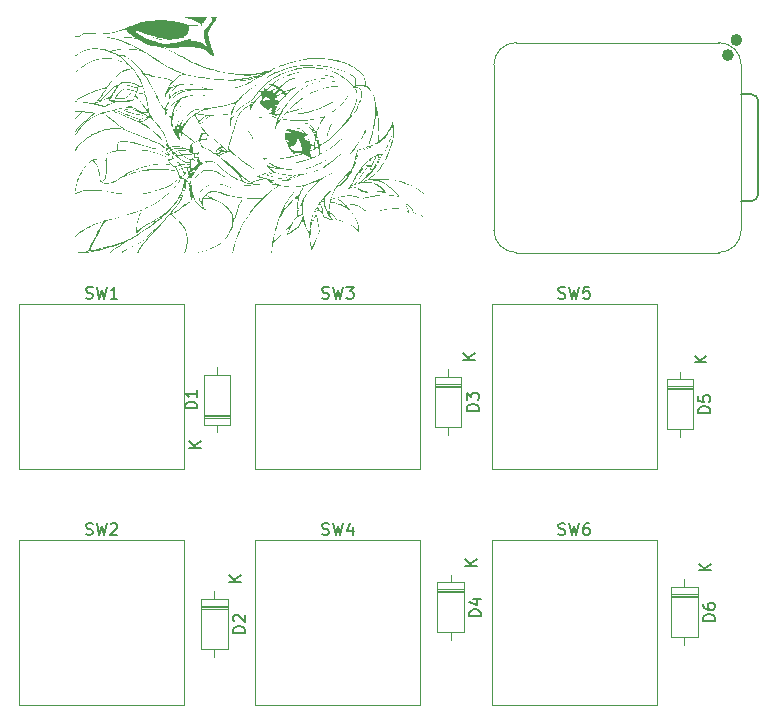
<source format=gbr>
%TF.GenerationSoftware,KiCad,Pcbnew,9.0.1*%
%TF.CreationDate,2025-07-05T23:22:53+10:00*%
%TF.ProjectId,macropad,6d616372-6f70-4616-942e-6b696361645f,rev?*%
%TF.SameCoordinates,Original*%
%TF.FileFunction,Legend,Top*%
%TF.FilePolarity,Positive*%
%FSLAX46Y46*%
G04 Gerber Fmt 4.6, Leading zero omitted, Abs format (unit mm)*
G04 Created by KiCad (PCBNEW 9.0.1) date 2025-07-05 23:22:53*
%MOMM*%
%LPD*%
G01*
G04 APERTURE LIST*
%ADD10C,0.150000*%
%ADD11C,0.000000*%
%ADD12C,0.120000*%
%ADD13C,0.100000*%
%ADD14C,0.127000*%
%ADD15C,0.504000*%
G04 APERTURE END LIST*
D10*
X55534819Y-56938094D02*
X54534819Y-56938094D01*
X54534819Y-56938094D02*
X54534819Y-56699999D01*
X54534819Y-56699999D02*
X54582438Y-56557142D01*
X54582438Y-56557142D02*
X54677676Y-56461904D01*
X54677676Y-56461904D02*
X54772914Y-56414285D01*
X54772914Y-56414285D02*
X54963390Y-56366666D01*
X54963390Y-56366666D02*
X55106247Y-56366666D01*
X55106247Y-56366666D02*
X55296723Y-56414285D01*
X55296723Y-56414285D02*
X55391961Y-56461904D01*
X55391961Y-56461904D02*
X55487200Y-56557142D01*
X55487200Y-56557142D02*
X55534819Y-56699999D01*
X55534819Y-56699999D02*
X55534819Y-56938094D01*
X55534819Y-55414285D02*
X55534819Y-55985713D01*
X55534819Y-55699999D02*
X54534819Y-55699999D01*
X54534819Y-55699999D02*
X54677676Y-55795237D01*
X54677676Y-55795237D02*
X54772914Y-55890475D01*
X54772914Y-55890475D02*
X54820533Y-55985713D01*
X55854819Y-60271904D02*
X54854819Y-60271904D01*
X55854819Y-59700476D02*
X55283390Y-60129047D01*
X54854819Y-59700476D02*
X55426247Y-60271904D01*
X46126667Y-47613200D02*
X46269524Y-47660819D01*
X46269524Y-47660819D02*
X46507619Y-47660819D01*
X46507619Y-47660819D02*
X46602857Y-47613200D01*
X46602857Y-47613200D02*
X46650476Y-47565580D01*
X46650476Y-47565580D02*
X46698095Y-47470342D01*
X46698095Y-47470342D02*
X46698095Y-47375104D01*
X46698095Y-47375104D02*
X46650476Y-47279866D01*
X46650476Y-47279866D02*
X46602857Y-47232247D01*
X46602857Y-47232247D02*
X46507619Y-47184628D01*
X46507619Y-47184628D02*
X46317143Y-47137009D01*
X46317143Y-47137009D02*
X46221905Y-47089390D01*
X46221905Y-47089390D02*
X46174286Y-47041771D01*
X46174286Y-47041771D02*
X46126667Y-46946533D01*
X46126667Y-46946533D02*
X46126667Y-46851295D01*
X46126667Y-46851295D02*
X46174286Y-46756057D01*
X46174286Y-46756057D02*
X46221905Y-46708438D01*
X46221905Y-46708438D02*
X46317143Y-46660819D01*
X46317143Y-46660819D02*
X46555238Y-46660819D01*
X46555238Y-46660819D02*
X46698095Y-46708438D01*
X47031429Y-46660819D02*
X47269524Y-47660819D01*
X47269524Y-47660819D02*
X47460000Y-46946533D01*
X47460000Y-46946533D02*
X47650476Y-47660819D01*
X47650476Y-47660819D02*
X47888572Y-46660819D01*
X48793333Y-47660819D02*
X48221905Y-47660819D01*
X48507619Y-47660819D02*
X48507619Y-46660819D01*
X48507619Y-46660819D02*
X48412381Y-46803676D01*
X48412381Y-46803676D02*
X48317143Y-46898914D01*
X48317143Y-46898914D02*
X48221905Y-46946533D01*
X86126667Y-67613200D02*
X86269524Y-67660819D01*
X86269524Y-67660819D02*
X86507619Y-67660819D01*
X86507619Y-67660819D02*
X86602857Y-67613200D01*
X86602857Y-67613200D02*
X86650476Y-67565580D01*
X86650476Y-67565580D02*
X86698095Y-67470342D01*
X86698095Y-67470342D02*
X86698095Y-67375104D01*
X86698095Y-67375104D02*
X86650476Y-67279866D01*
X86650476Y-67279866D02*
X86602857Y-67232247D01*
X86602857Y-67232247D02*
X86507619Y-67184628D01*
X86507619Y-67184628D02*
X86317143Y-67137009D01*
X86317143Y-67137009D02*
X86221905Y-67089390D01*
X86221905Y-67089390D02*
X86174286Y-67041771D01*
X86174286Y-67041771D02*
X86126667Y-66946533D01*
X86126667Y-66946533D02*
X86126667Y-66851295D01*
X86126667Y-66851295D02*
X86174286Y-66756057D01*
X86174286Y-66756057D02*
X86221905Y-66708438D01*
X86221905Y-66708438D02*
X86317143Y-66660819D01*
X86317143Y-66660819D02*
X86555238Y-66660819D01*
X86555238Y-66660819D02*
X86698095Y-66708438D01*
X87031429Y-66660819D02*
X87269524Y-67660819D01*
X87269524Y-67660819D02*
X87460000Y-66946533D01*
X87460000Y-66946533D02*
X87650476Y-67660819D01*
X87650476Y-67660819D02*
X87888572Y-66660819D01*
X88698095Y-66660819D02*
X88507619Y-66660819D01*
X88507619Y-66660819D02*
X88412381Y-66708438D01*
X88412381Y-66708438D02*
X88364762Y-66756057D01*
X88364762Y-66756057D02*
X88269524Y-66898914D01*
X88269524Y-66898914D02*
X88221905Y-67089390D01*
X88221905Y-67089390D02*
X88221905Y-67470342D01*
X88221905Y-67470342D02*
X88269524Y-67565580D01*
X88269524Y-67565580D02*
X88317143Y-67613200D01*
X88317143Y-67613200D02*
X88412381Y-67660819D01*
X88412381Y-67660819D02*
X88602857Y-67660819D01*
X88602857Y-67660819D02*
X88698095Y-67613200D01*
X88698095Y-67613200D02*
X88745714Y-67565580D01*
X88745714Y-67565580D02*
X88793333Y-67470342D01*
X88793333Y-67470342D02*
X88793333Y-67232247D01*
X88793333Y-67232247D02*
X88745714Y-67137009D01*
X88745714Y-67137009D02*
X88698095Y-67089390D01*
X88698095Y-67089390D02*
X88602857Y-67041771D01*
X88602857Y-67041771D02*
X88412381Y-67041771D01*
X88412381Y-67041771D02*
X88317143Y-67089390D01*
X88317143Y-67089390D02*
X88269524Y-67137009D01*
X88269524Y-67137009D02*
X88221905Y-67232247D01*
X86126667Y-47613200D02*
X86269524Y-47660819D01*
X86269524Y-47660819D02*
X86507619Y-47660819D01*
X86507619Y-47660819D02*
X86602857Y-47613200D01*
X86602857Y-47613200D02*
X86650476Y-47565580D01*
X86650476Y-47565580D02*
X86698095Y-47470342D01*
X86698095Y-47470342D02*
X86698095Y-47375104D01*
X86698095Y-47375104D02*
X86650476Y-47279866D01*
X86650476Y-47279866D02*
X86602857Y-47232247D01*
X86602857Y-47232247D02*
X86507619Y-47184628D01*
X86507619Y-47184628D02*
X86317143Y-47137009D01*
X86317143Y-47137009D02*
X86221905Y-47089390D01*
X86221905Y-47089390D02*
X86174286Y-47041771D01*
X86174286Y-47041771D02*
X86126667Y-46946533D01*
X86126667Y-46946533D02*
X86126667Y-46851295D01*
X86126667Y-46851295D02*
X86174286Y-46756057D01*
X86174286Y-46756057D02*
X86221905Y-46708438D01*
X86221905Y-46708438D02*
X86317143Y-46660819D01*
X86317143Y-46660819D02*
X86555238Y-46660819D01*
X86555238Y-46660819D02*
X86698095Y-46708438D01*
X87031429Y-46660819D02*
X87269524Y-47660819D01*
X87269524Y-47660819D02*
X87460000Y-46946533D01*
X87460000Y-46946533D02*
X87650476Y-47660819D01*
X87650476Y-47660819D02*
X87888572Y-46660819D01*
X88745714Y-46660819D02*
X88269524Y-46660819D01*
X88269524Y-46660819D02*
X88221905Y-47137009D01*
X88221905Y-47137009D02*
X88269524Y-47089390D01*
X88269524Y-47089390D02*
X88364762Y-47041771D01*
X88364762Y-47041771D02*
X88602857Y-47041771D01*
X88602857Y-47041771D02*
X88698095Y-47089390D01*
X88698095Y-47089390D02*
X88745714Y-47137009D01*
X88745714Y-47137009D02*
X88793333Y-47232247D01*
X88793333Y-47232247D02*
X88793333Y-47470342D01*
X88793333Y-47470342D02*
X88745714Y-47565580D01*
X88745714Y-47565580D02*
X88698095Y-47613200D01*
X88698095Y-47613200D02*
X88602857Y-47660819D01*
X88602857Y-47660819D02*
X88364762Y-47660819D01*
X88364762Y-47660819D02*
X88269524Y-47613200D01*
X88269524Y-47613200D02*
X88221905Y-47565580D01*
X66126667Y-67613200D02*
X66269524Y-67660819D01*
X66269524Y-67660819D02*
X66507619Y-67660819D01*
X66507619Y-67660819D02*
X66602857Y-67613200D01*
X66602857Y-67613200D02*
X66650476Y-67565580D01*
X66650476Y-67565580D02*
X66698095Y-67470342D01*
X66698095Y-67470342D02*
X66698095Y-67375104D01*
X66698095Y-67375104D02*
X66650476Y-67279866D01*
X66650476Y-67279866D02*
X66602857Y-67232247D01*
X66602857Y-67232247D02*
X66507619Y-67184628D01*
X66507619Y-67184628D02*
X66317143Y-67137009D01*
X66317143Y-67137009D02*
X66221905Y-67089390D01*
X66221905Y-67089390D02*
X66174286Y-67041771D01*
X66174286Y-67041771D02*
X66126667Y-66946533D01*
X66126667Y-66946533D02*
X66126667Y-66851295D01*
X66126667Y-66851295D02*
X66174286Y-66756057D01*
X66174286Y-66756057D02*
X66221905Y-66708438D01*
X66221905Y-66708438D02*
X66317143Y-66660819D01*
X66317143Y-66660819D02*
X66555238Y-66660819D01*
X66555238Y-66660819D02*
X66698095Y-66708438D01*
X67031429Y-66660819D02*
X67269524Y-67660819D01*
X67269524Y-67660819D02*
X67460000Y-66946533D01*
X67460000Y-66946533D02*
X67650476Y-67660819D01*
X67650476Y-67660819D02*
X67888572Y-66660819D01*
X68698095Y-66994152D02*
X68698095Y-67660819D01*
X68460000Y-66613200D02*
X68221905Y-67327485D01*
X68221905Y-67327485D02*
X68840952Y-67327485D01*
X66126667Y-47613200D02*
X66269524Y-47660819D01*
X66269524Y-47660819D02*
X66507619Y-47660819D01*
X66507619Y-47660819D02*
X66602857Y-47613200D01*
X66602857Y-47613200D02*
X66650476Y-47565580D01*
X66650476Y-47565580D02*
X66698095Y-47470342D01*
X66698095Y-47470342D02*
X66698095Y-47375104D01*
X66698095Y-47375104D02*
X66650476Y-47279866D01*
X66650476Y-47279866D02*
X66602857Y-47232247D01*
X66602857Y-47232247D02*
X66507619Y-47184628D01*
X66507619Y-47184628D02*
X66317143Y-47137009D01*
X66317143Y-47137009D02*
X66221905Y-47089390D01*
X66221905Y-47089390D02*
X66174286Y-47041771D01*
X66174286Y-47041771D02*
X66126667Y-46946533D01*
X66126667Y-46946533D02*
X66126667Y-46851295D01*
X66126667Y-46851295D02*
X66174286Y-46756057D01*
X66174286Y-46756057D02*
X66221905Y-46708438D01*
X66221905Y-46708438D02*
X66317143Y-46660819D01*
X66317143Y-46660819D02*
X66555238Y-46660819D01*
X66555238Y-46660819D02*
X66698095Y-46708438D01*
X67031429Y-46660819D02*
X67269524Y-47660819D01*
X67269524Y-47660819D02*
X67460000Y-46946533D01*
X67460000Y-46946533D02*
X67650476Y-47660819D01*
X67650476Y-47660819D02*
X67888572Y-46660819D01*
X68174286Y-46660819D02*
X68793333Y-46660819D01*
X68793333Y-46660819D02*
X68460000Y-47041771D01*
X68460000Y-47041771D02*
X68602857Y-47041771D01*
X68602857Y-47041771D02*
X68698095Y-47089390D01*
X68698095Y-47089390D02*
X68745714Y-47137009D01*
X68745714Y-47137009D02*
X68793333Y-47232247D01*
X68793333Y-47232247D02*
X68793333Y-47470342D01*
X68793333Y-47470342D02*
X68745714Y-47565580D01*
X68745714Y-47565580D02*
X68698095Y-47613200D01*
X68698095Y-47613200D02*
X68602857Y-47660819D01*
X68602857Y-47660819D02*
X68317143Y-47660819D01*
X68317143Y-47660819D02*
X68221905Y-47613200D01*
X68221905Y-47613200D02*
X68174286Y-47565580D01*
X46126667Y-67613200D02*
X46269524Y-67660819D01*
X46269524Y-67660819D02*
X46507619Y-67660819D01*
X46507619Y-67660819D02*
X46602857Y-67613200D01*
X46602857Y-67613200D02*
X46650476Y-67565580D01*
X46650476Y-67565580D02*
X46698095Y-67470342D01*
X46698095Y-67470342D02*
X46698095Y-67375104D01*
X46698095Y-67375104D02*
X46650476Y-67279866D01*
X46650476Y-67279866D02*
X46602857Y-67232247D01*
X46602857Y-67232247D02*
X46507619Y-67184628D01*
X46507619Y-67184628D02*
X46317143Y-67137009D01*
X46317143Y-67137009D02*
X46221905Y-67089390D01*
X46221905Y-67089390D02*
X46174286Y-67041771D01*
X46174286Y-67041771D02*
X46126667Y-66946533D01*
X46126667Y-66946533D02*
X46126667Y-66851295D01*
X46126667Y-66851295D02*
X46174286Y-66756057D01*
X46174286Y-66756057D02*
X46221905Y-66708438D01*
X46221905Y-66708438D02*
X46317143Y-66660819D01*
X46317143Y-66660819D02*
X46555238Y-66660819D01*
X46555238Y-66660819D02*
X46698095Y-66708438D01*
X47031429Y-66660819D02*
X47269524Y-67660819D01*
X47269524Y-67660819D02*
X47460000Y-66946533D01*
X47460000Y-66946533D02*
X47650476Y-67660819D01*
X47650476Y-67660819D02*
X47888572Y-66660819D01*
X48221905Y-66756057D02*
X48269524Y-66708438D01*
X48269524Y-66708438D02*
X48364762Y-66660819D01*
X48364762Y-66660819D02*
X48602857Y-66660819D01*
X48602857Y-66660819D02*
X48698095Y-66708438D01*
X48698095Y-66708438D02*
X48745714Y-66756057D01*
X48745714Y-66756057D02*
X48793333Y-66851295D01*
X48793333Y-66851295D02*
X48793333Y-66946533D01*
X48793333Y-66946533D02*
X48745714Y-67089390D01*
X48745714Y-67089390D02*
X48174286Y-67660819D01*
X48174286Y-67660819D02*
X48793333Y-67660819D01*
X99374819Y-74938094D02*
X98374819Y-74938094D01*
X98374819Y-74938094D02*
X98374819Y-74699999D01*
X98374819Y-74699999D02*
X98422438Y-74557142D01*
X98422438Y-74557142D02*
X98517676Y-74461904D01*
X98517676Y-74461904D02*
X98612914Y-74414285D01*
X98612914Y-74414285D02*
X98803390Y-74366666D01*
X98803390Y-74366666D02*
X98946247Y-74366666D01*
X98946247Y-74366666D02*
X99136723Y-74414285D01*
X99136723Y-74414285D02*
X99231961Y-74461904D01*
X99231961Y-74461904D02*
X99327200Y-74557142D01*
X99327200Y-74557142D02*
X99374819Y-74699999D01*
X99374819Y-74699999D02*
X99374819Y-74938094D01*
X98374819Y-73509523D02*
X98374819Y-73699999D01*
X98374819Y-73699999D02*
X98422438Y-73795237D01*
X98422438Y-73795237D02*
X98470057Y-73842856D01*
X98470057Y-73842856D02*
X98612914Y-73938094D01*
X98612914Y-73938094D02*
X98803390Y-73985713D01*
X98803390Y-73985713D02*
X99184342Y-73985713D01*
X99184342Y-73985713D02*
X99279580Y-73938094D01*
X99279580Y-73938094D02*
X99327200Y-73890475D01*
X99327200Y-73890475D02*
X99374819Y-73795237D01*
X99374819Y-73795237D02*
X99374819Y-73604761D01*
X99374819Y-73604761D02*
X99327200Y-73509523D01*
X99327200Y-73509523D02*
X99279580Y-73461904D01*
X99279580Y-73461904D02*
X99184342Y-73414285D01*
X99184342Y-73414285D02*
X98946247Y-73414285D01*
X98946247Y-73414285D02*
X98851009Y-73461904D01*
X98851009Y-73461904D02*
X98803390Y-73509523D01*
X98803390Y-73509523D02*
X98755771Y-73604761D01*
X98755771Y-73604761D02*
X98755771Y-73795237D01*
X98755771Y-73795237D02*
X98803390Y-73890475D01*
X98803390Y-73890475D02*
X98851009Y-73938094D01*
X98851009Y-73938094D02*
X98946247Y-73985713D01*
X99054819Y-70651904D02*
X98054819Y-70651904D01*
X99054819Y-70080476D02*
X98483390Y-70509047D01*
X98054819Y-70080476D02*
X98626247Y-70651904D01*
X98974819Y-57338094D02*
X97974819Y-57338094D01*
X97974819Y-57338094D02*
X97974819Y-57099999D01*
X97974819Y-57099999D02*
X98022438Y-56957142D01*
X98022438Y-56957142D02*
X98117676Y-56861904D01*
X98117676Y-56861904D02*
X98212914Y-56814285D01*
X98212914Y-56814285D02*
X98403390Y-56766666D01*
X98403390Y-56766666D02*
X98546247Y-56766666D01*
X98546247Y-56766666D02*
X98736723Y-56814285D01*
X98736723Y-56814285D02*
X98831961Y-56861904D01*
X98831961Y-56861904D02*
X98927200Y-56957142D01*
X98927200Y-56957142D02*
X98974819Y-57099999D01*
X98974819Y-57099999D02*
X98974819Y-57338094D01*
X97974819Y-55861904D02*
X97974819Y-56338094D01*
X97974819Y-56338094D02*
X98451009Y-56385713D01*
X98451009Y-56385713D02*
X98403390Y-56338094D01*
X98403390Y-56338094D02*
X98355771Y-56242856D01*
X98355771Y-56242856D02*
X98355771Y-56004761D01*
X98355771Y-56004761D02*
X98403390Y-55909523D01*
X98403390Y-55909523D02*
X98451009Y-55861904D01*
X98451009Y-55861904D02*
X98546247Y-55814285D01*
X98546247Y-55814285D02*
X98784342Y-55814285D01*
X98784342Y-55814285D02*
X98879580Y-55861904D01*
X98879580Y-55861904D02*
X98927200Y-55909523D01*
X98927200Y-55909523D02*
X98974819Y-56004761D01*
X98974819Y-56004761D02*
X98974819Y-56242856D01*
X98974819Y-56242856D02*
X98927200Y-56338094D01*
X98927200Y-56338094D02*
X98879580Y-56385713D01*
X98654819Y-53051904D02*
X97654819Y-53051904D01*
X98654819Y-52480476D02*
X98083390Y-52909047D01*
X97654819Y-52480476D02*
X98226247Y-53051904D01*
X79574819Y-74538094D02*
X78574819Y-74538094D01*
X78574819Y-74538094D02*
X78574819Y-74299999D01*
X78574819Y-74299999D02*
X78622438Y-74157142D01*
X78622438Y-74157142D02*
X78717676Y-74061904D01*
X78717676Y-74061904D02*
X78812914Y-74014285D01*
X78812914Y-74014285D02*
X79003390Y-73966666D01*
X79003390Y-73966666D02*
X79146247Y-73966666D01*
X79146247Y-73966666D02*
X79336723Y-74014285D01*
X79336723Y-74014285D02*
X79431961Y-74061904D01*
X79431961Y-74061904D02*
X79527200Y-74157142D01*
X79527200Y-74157142D02*
X79574819Y-74299999D01*
X79574819Y-74299999D02*
X79574819Y-74538094D01*
X78908152Y-73109523D02*
X79574819Y-73109523D01*
X78527200Y-73347618D02*
X79241485Y-73585713D01*
X79241485Y-73585713D02*
X79241485Y-72966666D01*
X79254819Y-70251904D02*
X78254819Y-70251904D01*
X79254819Y-69680476D02*
X78683390Y-70109047D01*
X78254819Y-69680476D02*
X78826247Y-70251904D01*
X79374819Y-57148094D02*
X78374819Y-57148094D01*
X78374819Y-57148094D02*
X78374819Y-56909999D01*
X78374819Y-56909999D02*
X78422438Y-56767142D01*
X78422438Y-56767142D02*
X78517676Y-56671904D01*
X78517676Y-56671904D02*
X78612914Y-56624285D01*
X78612914Y-56624285D02*
X78803390Y-56576666D01*
X78803390Y-56576666D02*
X78946247Y-56576666D01*
X78946247Y-56576666D02*
X79136723Y-56624285D01*
X79136723Y-56624285D02*
X79231961Y-56671904D01*
X79231961Y-56671904D02*
X79327200Y-56767142D01*
X79327200Y-56767142D02*
X79374819Y-56909999D01*
X79374819Y-56909999D02*
X79374819Y-57148094D01*
X78374819Y-56243332D02*
X78374819Y-55624285D01*
X78374819Y-55624285D02*
X78755771Y-55957618D01*
X78755771Y-55957618D02*
X78755771Y-55814761D01*
X78755771Y-55814761D02*
X78803390Y-55719523D01*
X78803390Y-55719523D02*
X78851009Y-55671904D01*
X78851009Y-55671904D02*
X78946247Y-55624285D01*
X78946247Y-55624285D02*
X79184342Y-55624285D01*
X79184342Y-55624285D02*
X79279580Y-55671904D01*
X79279580Y-55671904D02*
X79327200Y-55719523D01*
X79327200Y-55719523D02*
X79374819Y-55814761D01*
X79374819Y-55814761D02*
X79374819Y-56100475D01*
X79374819Y-56100475D02*
X79327200Y-56195713D01*
X79327200Y-56195713D02*
X79279580Y-56243332D01*
X79054819Y-52861904D02*
X78054819Y-52861904D01*
X79054819Y-52290476D02*
X78483390Y-52719047D01*
X78054819Y-52290476D02*
X78626247Y-52861904D01*
X59574819Y-75938094D02*
X58574819Y-75938094D01*
X58574819Y-75938094D02*
X58574819Y-75699999D01*
X58574819Y-75699999D02*
X58622438Y-75557142D01*
X58622438Y-75557142D02*
X58717676Y-75461904D01*
X58717676Y-75461904D02*
X58812914Y-75414285D01*
X58812914Y-75414285D02*
X59003390Y-75366666D01*
X59003390Y-75366666D02*
X59146247Y-75366666D01*
X59146247Y-75366666D02*
X59336723Y-75414285D01*
X59336723Y-75414285D02*
X59431961Y-75461904D01*
X59431961Y-75461904D02*
X59527200Y-75557142D01*
X59527200Y-75557142D02*
X59574819Y-75699999D01*
X59574819Y-75699999D02*
X59574819Y-75938094D01*
X58670057Y-74985713D02*
X58622438Y-74938094D01*
X58622438Y-74938094D02*
X58574819Y-74842856D01*
X58574819Y-74842856D02*
X58574819Y-74604761D01*
X58574819Y-74604761D02*
X58622438Y-74509523D01*
X58622438Y-74509523D02*
X58670057Y-74461904D01*
X58670057Y-74461904D02*
X58765295Y-74414285D01*
X58765295Y-74414285D02*
X58860533Y-74414285D01*
X58860533Y-74414285D02*
X59003390Y-74461904D01*
X59003390Y-74461904D02*
X59574819Y-75033332D01*
X59574819Y-75033332D02*
X59574819Y-74414285D01*
X59254819Y-71651904D02*
X58254819Y-71651904D01*
X59254819Y-71080476D02*
X58683390Y-71509047D01*
X58254819Y-71080476D02*
X58826247Y-71651904D01*
D11*
%TO.C,G\u002A\u002A\u002A*%
G36*
X52119613Y-32781503D02*
G01*
X52119896Y-32782090D01*
X52118894Y-32781088D01*
X52119613Y-32781503D01*
G37*
G36*
X55914772Y-23790573D02*
G01*
X56394833Y-23790573D01*
X56319566Y-23918225D01*
X56265546Y-23999346D01*
X56191705Y-24096840D01*
X56112596Y-24191646D01*
X56100162Y-24205580D01*
X56036607Y-24280854D01*
X55990378Y-24345040D01*
X55968503Y-24387949D01*
X55968168Y-24396929D01*
X55966444Y-24425048D01*
X55934494Y-24450224D01*
X55867047Y-24474611D01*
X55758828Y-24500363D01*
X55674305Y-24516959D01*
X55568841Y-24532506D01*
X55442665Y-24544778D01*
X55307465Y-24553369D01*
X55174928Y-24557878D01*
X55056744Y-24557901D01*
X54964601Y-24553035D01*
X54911235Y-24543290D01*
X54884150Y-24541690D01*
X54881201Y-24574418D01*
X54884063Y-24591369D01*
X54887845Y-24649167D01*
X54885444Y-24735334D01*
X54879050Y-24814015D01*
X54851037Y-24941732D01*
X54798556Y-25068551D01*
X54729144Y-25181671D01*
X54650335Y-25268290D01*
X54587681Y-25309008D01*
X54545293Y-25331405D01*
X54539127Y-25343955D01*
X54544802Y-25344831D01*
X54554445Y-25357641D01*
X54523614Y-25391974D01*
X54507775Y-25405168D01*
X54459687Y-25451565D01*
X54434712Y-25491133D01*
X54433723Y-25497278D01*
X54410878Y-25534353D01*
X54349652Y-25568087D01*
X54261007Y-25593599D01*
X54195621Y-25603292D01*
X54119992Y-25612686D01*
X54015536Y-25628172D01*
X53901958Y-25646787D01*
X53874983Y-25651488D01*
X53692756Y-25679938D01*
X53494022Y-25704513D01*
X53287131Y-25724762D01*
X53080433Y-25740236D01*
X52882280Y-25750485D01*
X52701022Y-25755059D01*
X52545011Y-25753508D01*
X52422596Y-25745384D01*
X52353015Y-25733466D01*
X52196664Y-25686686D01*
X51999622Y-25619077D01*
X51952354Y-25601958D01*
X51867500Y-25572407D01*
X51799380Y-25551291D01*
X51762640Y-25543148D01*
X51762508Y-25543148D01*
X51724684Y-25526888D01*
X51720096Y-25521102D01*
X51731469Y-25511527D01*
X51780233Y-25516921D01*
X51798863Y-25521017D01*
X51881993Y-25537356D01*
X51980544Y-25552194D01*
X52014675Y-25556256D01*
X52087006Y-25568247D01*
X52135499Y-25584212D01*
X52146375Y-25593521D01*
X52169825Y-25606693D01*
X52177231Y-25603555D01*
X52196047Y-25611058D01*
X52199807Y-25632200D01*
X52206778Y-25660678D01*
X52215394Y-25659209D01*
X52246516Y-25657152D01*
X52280998Y-25670389D01*
X52332909Y-25685161D01*
X52424135Y-25698014D01*
X52544637Y-25708162D01*
X52684374Y-25714820D01*
X52833308Y-25717203D01*
X52876783Y-25716982D01*
X52976496Y-25713150D01*
X53030431Y-25703656D01*
X53041933Y-25687739D01*
X53036647Y-25680604D01*
X53029557Y-25678911D01*
X53063752Y-25678911D01*
X53076094Y-25691253D01*
X53088436Y-25678911D01*
X53113120Y-25678911D01*
X53125462Y-25691253D01*
X53137805Y-25678911D01*
X53125462Y-25666569D01*
X53113120Y-25678911D01*
X53088436Y-25678911D01*
X53076094Y-25666569D01*
X53063752Y-25678911D01*
X53029557Y-25678911D01*
X53009941Y-25674227D01*
X52944258Y-25663664D01*
X52849683Y-25650197D01*
X52736304Y-25635110D01*
X52614207Y-25619686D01*
X52493478Y-25605210D01*
X52384205Y-25592965D01*
X52296473Y-25584235D01*
X52253180Y-25580897D01*
X52192160Y-25570599D01*
X52155563Y-25552114D01*
X52154443Y-25550587D01*
X52107844Y-25510722D01*
X52026091Y-25470729D01*
X51923096Y-25435938D01*
X51812773Y-25411678D01*
X51780176Y-25407233D01*
X51579986Y-25370284D01*
X51366557Y-25306064D01*
X51274151Y-25270672D01*
X51204385Y-25246532D01*
X51147895Y-25233307D01*
X51099108Y-25218844D01*
X51024159Y-25188139D01*
X50950422Y-25153304D01*
X50859325Y-25111514D01*
X50771713Y-25077854D01*
X50718757Y-25062547D01*
X50655673Y-25041276D01*
X50579125Y-25004430D01*
X50504776Y-24960984D01*
X50448291Y-24919913D01*
X50426661Y-24895189D01*
X50401335Y-24881081D01*
X50359587Y-24876947D01*
X50327824Y-24883956D01*
X50323810Y-24890640D01*
X50334177Y-24921224D01*
X50349363Y-24952351D01*
X50361908Y-24992244D01*
X50349892Y-25000096D01*
X50338255Y-25018237D01*
X50351373Y-25055636D01*
X50396316Y-25114936D01*
X50477912Y-25189402D01*
X50587857Y-25273801D01*
X50717847Y-25362902D01*
X50859578Y-25451473D01*
X51004745Y-25534283D01*
X51145045Y-25606098D01*
X51272172Y-25661688D01*
X51360545Y-25691436D01*
X51435698Y-25712491D01*
X51494418Y-25730095D01*
X51508650Y-25734826D01*
X51562405Y-25751105D01*
X51577417Y-25754637D01*
X51627911Y-25765413D01*
X51710942Y-25783466D01*
X51810852Y-25805367D01*
X51911983Y-25827687D01*
X51977056Y-25842158D01*
X52045952Y-25860419D01*
X52091959Y-25877952D01*
X52100477Y-25883991D01*
X52142774Y-25914785D01*
X52227482Y-25954483D01*
X52348990Y-26000537D01*
X52382631Y-26012126D01*
X52503982Y-26039615D01*
X52664176Y-26055557D01*
X52854249Y-26060718D01*
X53065234Y-26055862D01*
X53288168Y-26041753D01*
X53514084Y-26019155D01*
X53734016Y-25988833D01*
X53939001Y-25951549D01*
X54120072Y-25908070D01*
X54268265Y-25859158D01*
X54291789Y-25849390D01*
X54372573Y-25814200D01*
X54456563Y-25777295D01*
X54458680Y-25776359D01*
X54520429Y-25755103D01*
X54563890Y-25750844D01*
X54569212Y-25752794D01*
X54604565Y-25754486D01*
X54669824Y-25743032D01*
X54721524Y-25729398D01*
X54817120Y-25705554D01*
X54898410Y-25693468D01*
X54955684Y-25693652D01*
X54979236Y-25706618D01*
X54976774Y-25715937D01*
X54982370Y-25737069D01*
X55000002Y-25740621D01*
X55030277Y-25755884D01*
X55032314Y-25770890D01*
X55048469Y-25796598D01*
X55087853Y-25810405D01*
X55140531Y-25826075D01*
X55164349Y-25843442D01*
X55193744Y-25853927D01*
X55261457Y-25863465D01*
X55356442Y-25870809D01*
X55435875Y-25874050D01*
X55555857Y-25878418D01*
X55641827Y-25886221D01*
X55709138Y-25900818D01*
X55773145Y-25925572D01*
X55849203Y-25963843D01*
X55851424Y-25965019D01*
X55956869Y-26031899D01*
X56083814Y-26130627D01*
X56223359Y-26254150D01*
X56258713Y-26287639D01*
X56350557Y-26375709D01*
X56430467Y-26452198D01*
X56491262Y-26510244D01*
X56525764Y-26542986D01*
X56529887Y-26546823D01*
X56530967Y-26538812D01*
X56512834Y-26498806D01*
X56481262Y-26437388D01*
X56442026Y-26365140D01*
X56400901Y-26292643D01*
X56363662Y-26230480D01*
X56336085Y-26189233D01*
X56331901Y-26184033D01*
X56274137Y-26088643D01*
X56223800Y-25946140D01*
X56181393Y-25758289D01*
X56149358Y-25543148D01*
X56129628Y-25379351D01*
X56115642Y-25256613D01*
X56107500Y-25166945D01*
X56105297Y-25102363D01*
X56109133Y-25054879D01*
X56119104Y-25016507D01*
X56135307Y-24979260D01*
X56156762Y-24937257D01*
X56199068Y-24869598D01*
X56266105Y-24779006D01*
X56348212Y-24677967D01*
X56425088Y-24590512D01*
X56531960Y-24465614D01*
X56625408Y-24340717D01*
X56702192Y-24221913D01*
X56759075Y-24115294D01*
X56792819Y-24026953D01*
X56800185Y-23962984D01*
X56777937Y-23929477D01*
X56776674Y-23928966D01*
X56750071Y-23909372D01*
X56766262Y-23877105D01*
X56766618Y-23876675D01*
X56783785Y-23847577D01*
X56761549Y-23839956D01*
X56759113Y-23839941D01*
X56718032Y-23857237D01*
X56708671Y-23870796D01*
X56698292Y-23876219D01*
X56694272Y-23851712D01*
X56696743Y-23829335D01*
X56712008Y-23814420D01*
X56748715Y-23805035D01*
X56815513Y-23799245D01*
X56921049Y-23795118D01*
X56951507Y-23794206D01*
X57057854Y-23792997D01*
X57143062Y-23795636D01*
X57196948Y-23801579D01*
X57210691Y-23808038D01*
X57197462Y-23851781D01*
X57161000Y-23927871D01*
X57106139Y-24028042D01*
X57037714Y-24144030D01*
X56960560Y-24267568D01*
X56879513Y-24390391D01*
X56820461Y-24475140D01*
X56690101Y-24668195D01*
X56594464Y-24838666D01*
X56530929Y-24996261D01*
X56496874Y-25150687D01*
X56489680Y-25311652D01*
X56506724Y-25488863D01*
X56522218Y-25579763D01*
X56562074Y-25761772D01*
X56614239Y-25957051D01*
X56674396Y-26152158D01*
X56738231Y-26333649D01*
X56801428Y-26488082D01*
X56838148Y-26563876D01*
X56877702Y-26645512D01*
X56905289Y-26715420D01*
X56914481Y-26754913D01*
X56922985Y-26803357D01*
X56944823Y-26877724D01*
X56963837Y-26931367D01*
X56997522Y-27026637D01*
X57010509Y-27085115D01*
X57003264Y-27114610D01*
X56976256Y-27122930D01*
X56975323Y-27122934D01*
X56952766Y-27120003D01*
X56923608Y-27108838D01*
X56882410Y-27085882D01*
X56823734Y-27047578D01*
X56742139Y-26990369D01*
X56632189Y-26910699D01*
X56488443Y-26805010D01*
X56482508Y-26800630D01*
X56367921Y-26717656D01*
X56261669Y-26643651D01*
X56172441Y-26584451D01*
X56108928Y-26545891D01*
X56087562Y-26535385D01*
X56018397Y-26514929D01*
X55910171Y-26490208D01*
X55772832Y-26462903D01*
X55616327Y-26434693D01*
X55450604Y-26407259D01*
X55285612Y-26382282D01*
X55131297Y-26361442D01*
X54997608Y-26346420D01*
X54939748Y-26341481D01*
X54729055Y-26329388D01*
X54547479Y-26327053D01*
X54375620Y-26335097D01*
X54194079Y-26354142D01*
X54088145Y-26368786D01*
X53898674Y-26392345D01*
X53700303Y-26409518D01*
X53503274Y-26420040D01*
X53317825Y-26423643D01*
X53154198Y-26420060D01*
X53022632Y-26409025D01*
X52960967Y-26398161D01*
X52832849Y-26368895D01*
X52746610Y-26352213D01*
X52702804Y-26349177D01*
X52701984Y-26360844D01*
X52744704Y-26388275D01*
X52831516Y-26432529D01*
X52962973Y-26494664D01*
X53026726Y-26524094D01*
X53143746Y-26578187D01*
X53251472Y-26628814D01*
X53355988Y-26679070D01*
X53463377Y-26732055D01*
X53579726Y-26790866D01*
X53711117Y-26858601D01*
X53863636Y-26938357D01*
X54043367Y-27033233D01*
X54256395Y-27146325D01*
X54421381Y-27234151D01*
X54678780Y-27370073D01*
X54902315Y-27485139D01*
X55100761Y-27583383D01*
X55282889Y-27668836D01*
X55457474Y-27745531D01*
X55633289Y-27817501D01*
X55819105Y-27888777D01*
X55951364Y-27937354D01*
X56435538Y-28106201D01*
X56886366Y-28248955D01*
X57311540Y-28366965D01*
X57718753Y-28461577D01*
X58115697Y-28534139D01*
X58510066Y-28586000D01*
X58909553Y-28618506D01*
X59321850Y-28633006D01*
X59754650Y-28630848D01*
X59888922Y-28627176D01*
X60142884Y-28617317D01*
X60367346Y-28603895D01*
X60570174Y-28585081D01*
X60759232Y-28559046D01*
X60942386Y-28523960D01*
X61127500Y-28477994D01*
X61322438Y-28419320D01*
X61535066Y-28346107D01*
X61773249Y-28256526D01*
X62044851Y-28148748D01*
X62177450Y-28094894D01*
X62639554Y-27913133D01*
X63071967Y-27758053D01*
X63484606Y-27626866D01*
X63887389Y-27516785D01*
X64290233Y-27425024D01*
X64703057Y-27348795D01*
X64986147Y-27305591D01*
X65247726Y-27279509D01*
X65544868Y-27268740D01*
X65679310Y-27270475D01*
X65866335Y-27272889D01*
X66200886Y-27291562D01*
X66537282Y-27324363D01*
X66864285Y-27370899D01*
X66869106Y-27371708D01*
X67179313Y-27426482D01*
X67446415Y-27479631D01*
X67676572Y-27532662D01*
X67875948Y-27587084D01*
X68050705Y-27644404D01*
X68167175Y-27689316D01*
X68296423Y-27748981D01*
X68449609Y-27829973D01*
X68618629Y-27927033D01*
X68795383Y-28034904D01*
X68971769Y-28148326D01*
X69139686Y-28262040D01*
X69291031Y-28370790D01*
X69417704Y-28469316D01*
X69511602Y-28552359D01*
X69536271Y-28577948D01*
X69600406Y-28658034D01*
X69658720Y-28745514D01*
X69676685Y-28777741D01*
X69708277Y-28858959D01*
X69740919Y-28975015D01*
X69771721Y-29111533D01*
X69797792Y-29254141D01*
X69816244Y-29388465D01*
X69824186Y-29500130D01*
X69824296Y-29511955D01*
X69826016Y-29588404D01*
X69837898Y-29632216D01*
X69870025Y-29660120D01*
X69930370Y-29687941D01*
X70048426Y-29762055D01*
X70165216Y-29879539D01*
X70277686Y-30034428D01*
X70382780Y-30220757D01*
X70477445Y-30432561D01*
X70558625Y-30663873D01*
X70623267Y-30908729D01*
X70662002Y-31116841D01*
X70683706Y-31238648D01*
X70700584Y-31317121D01*
X70713090Y-31375266D01*
X70714191Y-31379667D01*
X70739530Y-31480953D01*
X70759100Y-31563811D01*
X70783361Y-31684317D01*
X70810255Y-31831214D01*
X70837725Y-31993244D01*
X70863711Y-32159151D01*
X70864539Y-32164694D01*
X70903090Y-32467014D01*
X70931975Y-32786118D01*
X70950701Y-33109500D01*
X70958779Y-33424655D01*
X70955716Y-33719078D01*
X70941023Y-33980263D01*
X70937392Y-34019860D01*
X70926961Y-34134227D01*
X70919695Y-34229157D01*
X70916255Y-34294762D01*
X70917298Y-34321151D01*
X70939926Y-34311193D01*
X70989649Y-34272420D01*
X71059338Y-34211597D01*
X71141865Y-34135489D01*
X71230100Y-34050863D01*
X71316915Y-33964484D01*
X71395181Y-33883116D01*
X71457769Y-33813526D01*
X71472358Y-33795853D01*
X71532325Y-33795853D01*
X71532492Y-33811936D01*
X71536823Y-33812341D01*
X71557428Y-33795473D01*
X71580020Y-33769144D01*
X71601368Y-33739906D01*
X71588586Y-33746035D01*
X71570701Y-33759824D01*
X71532325Y-33795853D01*
X71472358Y-33795853D01*
X71477991Y-33789029D01*
X71544828Y-33697117D01*
X71606377Y-33697117D01*
X71606544Y-33713199D01*
X71610875Y-33713605D01*
X71631480Y-33696736D01*
X71654073Y-33670407D01*
X71675421Y-33641169D01*
X71662638Y-33647299D01*
X71644753Y-33661088D01*
X71606377Y-33697117D01*
X71544828Y-33697117D01*
X71576493Y-33653572D01*
X71601368Y-33614534D01*
X71675421Y-33498316D01*
X71678258Y-33493864D01*
X71777573Y-33320805D01*
X71810737Y-33256948D01*
X71873082Y-33256948D01*
X71885424Y-33269290D01*
X71897766Y-33256948D01*
X71885424Y-33244606D01*
X71873082Y-33256948D01*
X71810737Y-33256948D01*
X71836377Y-33207579D01*
X71897766Y-33207579D01*
X71910108Y-33219921D01*
X71922450Y-33207579D01*
X71910108Y-33195237D01*
X71897766Y-33207579D01*
X71836377Y-33207579D01*
X71862016Y-33158211D01*
X71922450Y-33158211D01*
X71934792Y-33170553D01*
X71947134Y-33158211D01*
X71934792Y-33145869D01*
X71922450Y-33158211D01*
X71862016Y-33158211D01*
X71868726Y-33145292D01*
X71885424Y-33109193D01*
X71910108Y-33055830D01*
X71934792Y-33002466D01*
X71946006Y-32978223D01*
X72003699Y-32830499D01*
X72032449Y-32731152D01*
X72049770Y-32677296D01*
X72053263Y-32672678D01*
X72068609Y-32652388D01*
X72070112Y-32652186D01*
X72086483Y-32674020D01*
X72111325Y-32731793D01*
X72139776Y-32813907D01*
X72145140Y-32831146D01*
X72191248Y-33041694D01*
X72212933Y-33286839D01*
X72209873Y-33558094D01*
X72183109Y-33837025D01*
X72093386Y-34358868D01*
X71969021Y-34848384D01*
X71807894Y-35310393D01*
X71607882Y-35749712D01*
X71366862Y-36171160D01*
X71082714Y-36579556D01*
X70846009Y-36873177D01*
X70724912Y-37009506D01*
X70609606Y-37125274D01*
X70485562Y-37233759D01*
X70338249Y-37348235D01*
X70276037Y-37393969D01*
X70119929Y-37507472D01*
X70219243Y-37514424D01*
X70373230Y-37525202D01*
X70470802Y-37530535D01*
X70607179Y-37535883D01*
X70771799Y-37540942D01*
X70954099Y-37545408D01*
X71143517Y-37548979D01*
X71255978Y-37550563D01*
X71618618Y-37559962D01*
X71942779Y-37580367D01*
X72238578Y-37614104D01*
X72516137Y-37663496D01*
X72785573Y-37730870D01*
X73057007Y-37818550D01*
X73340557Y-37928861D01*
X73646342Y-38064129D01*
X73793608Y-38133623D01*
X73929106Y-38199845D01*
X74062090Y-38267064D01*
X74180114Y-38328841D01*
X74270732Y-38378733D01*
X74296145Y-38393692D01*
X74383183Y-38449990D01*
X74479706Y-38517886D01*
X74577309Y-38590757D01*
X74667591Y-38661979D01*
X74742149Y-38724929D01*
X74792579Y-38772985D01*
X74810496Y-38799123D01*
X74793250Y-38796810D01*
X74747601Y-38768298D01*
X74682689Y-38719451D01*
X74668563Y-38708054D01*
X74509493Y-38586596D01*
X74336406Y-38471661D01*
X74138259Y-38356409D01*
X73904008Y-38233997D01*
X73900213Y-38232096D01*
X73523497Y-38053601D01*
X73168950Y-37908212D01*
X72826040Y-37793478D01*
X72484233Y-37706947D01*
X72132998Y-37646169D01*
X71761801Y-37608691D01*
X71360109Y-37592062D01*
X71144899Y-37590798D01*
X70824005Y-37592145D01*
X70984842Y-37646121D01*
X71131764Y-37706920D01*
X71303314Y-37796787D01*
X71489880Y-37909225D01*
X71681851Y-38037736D01*
X71869616Y-38175822D01*
X72043566Y-38316985D01*
X72194088Y-38454727D01*
X72221346Y-38482123D01*
X72376054Y-38650583D01*
X72515709Y-38821964D01*
X72627642Y-38980711D01*
X72628180Y-38981557D01*
X72673967Y-39053494D01*
X72606176Y-39036479D01*
X72507473Y-39015764D01*
X72372212Y-38992972D01*
X72213063Y-38969757D01*
X72042696Y-38947776D01*
X71873779Y-38928682D01*
X71718984Y-38914130D01*
X71613898Y-38906875D01*
X71212146Y-38906654D01*
X70783224Y-38946960D01*
X70327979Y-39027669D01*
X69847259Y-39148659D01*
X69762586Y-39173367D01*
X69515744Y-39246796D01*
X69330382Y-39172328D01*
X69140972Y-39100002D01*
X68978982Y-39048357D01*
X68828602Y-39014230D01*
X68674022Y-38994461D01*
X68499434Y-38985888D01*
X68392615Y-38984802D01*
X68225553Y-38986501D01*
X68087941Y-38993282D01*
X67959956Y-39007159D01*
X67821775Y-39030143D01*
X67693833Y-39055758D01*
X67352972Y-39127038D01*
X67496883Y-39203929D01*
X67622372Y-39274492D01*
X67727310Y-39343289D01*
X67827726Y-39422159D01*
X67939650Y-39522943D01*
X67977825Y-39559182D01*
X68143113Y-39717386D01*
X68300741Y-39689937D01*
X68563892Y-39662293D01*
X68808985Y-39676046D01*
X69042510Y-39732895D01*
X69270958Y-39834542D01*
X69500818Y-39982686D01*
X69544728Y-40015877D01*
X69629421Y-40080065D01*
X69704237Y-40134538D01*
X69757094Y-40170581D01*
X69769177Y-40177777D01*
X69810816Y-40186901D01*
X69892929Y-40194494D01*
X70006647Y-40200498D01*
X70143097Y-40204856D01*
X70293410Y-40207511D01*
X70448713Y-40208406D01*
X70600135Y-40207482D01*
X70738807Y-40204683D01*
X70855855Y-40199951D01*
X70942410Y-40193230D01*
X70986245Y-40185643D01*
X71091935Y-40158350D01*
X71239023Y-40129158D01*
X71419640Y-40099367D01*
X71625920Y-40070273D01*
X71848397Y-40043355D01*
X72199951Y-40017599D01*
X72522307Y-40021588D01*
X72812930Y-40054957D01*
X73069289Y-40117344D01*
X73288850Y-40208383D01*
X73383088Y-40263904D01*
X73449070Y-40307465D01*
X73380180Y-40122801D01*
X73337051Y-40014980D01*
X73289423Y-39907753D01*
X73247396Y-39823828D01*
X73246316Y-39821888D01*
X73199237Y-39725924D01*
X73183360Y-39658111D01*
X73197248Y-39609556D01*
X73209627Y-39594707D01*
X73253348Y-39584308D01*
X73322449Y-39609890D01*
X73411957Y-39668497D01*
X73516901Y-39757172D01*
X73571652Y-39809905D01*
X73694828Y-39953955D01*
X73792282Y-40110134D01*
X73854869Y-40263452D01*
X73860015Y-40282580D01*
X73879724Y-40323394D01*
X73922584Y-40354750D01*
X74000568Y-40384934D01*
X74014175Y-40389287D01*
X74092645Y-40417010D01*
X74193739Y-40457036D01*
X74308832Y-40505442D01*
X74429297Y-40558304D01*
X74546510Y-40611700D01*
X74651846Y-40661707D01*
X74736680Y-40704402D01*
X74792386Y-40735861D01*
X74810496Y-40751486D01*
X74809848Y-40763769D01*
X74802986Y-40769037D01*
X74782536Y-40764648D01*
X74741124Y-40747960D01*
X74671374Y-40716330D01*
X74565911Y-40667116D01*
X74536239Y-40653224D01*
X74383172Y-40584054D01*
X74235178Y-40521714D01*
X74100698Y-40469387D01*
X73988174Y-40430257D01*
X73906047Y-40407507D01*
X73872777Y-40403012D01*
X73842183Y-40391375D01*
X73819357Y-40349861D01*
X73799638Y-40272991D01*
X73771958Y-40175998D01*
X73733260Y-40081427D01*
X73715399Y-40048116D01*
X73653766Y-39960306D01*
X73576976Y-39871785D01*
X73492799Y-39789095D01*
X73409003Y-39718774D01*
X73333356Y-39667363D01*
X73273627Y-39641402D01*
X73238412Y-39646557D01*
X73241865Y-39673827D01*
X73263146Y-39735714D01*
X73298572Y-39822399D01*
X73334569Y-39902892D01*
X73396857Y-40044552D01*
X73446424Y-40171576D01*
X73480940Y-40276781D01*
X73498075Y-40352981D01*
X73495496Y-40392992D01*
X73494129Y-40394663D01*
X73468827Y-40388589D01*
X73420815Y-40356561D01*
X73388356Y-40329811D01*
X73306968Y-40268070D01*
X73208828Y-40214027D01*
X73082668Y-40162238D01*
X72946842Y-40116507D01*
X72889368Y-40100370D01*
X72828262Y-40088456D01*
X72755256Y-40080219D01*
X72662085Y-40075115D01*
X72540483Y-40072597D01*
X72382184Y-40072119D01*
X72280370Y-40072508D01*
X72101042Y-40073917D01*
X71959072Y-40076761D01*
X71842450Y-40082159D01*
X71739167Y-40091228D01*
X71637213Y-40105087D01*
X71524579Y-40124855D01*
X71389255Y-40151649D01*
X71354714Y-40158707D01*
X71220046Y-40185842D01*
X71108816Y-40206418D01*
X71010281Y-40221387D01*
X70913701Y-40231702D01*
X70808336Y-40238318D01*
X70683444Y-40242187D01*
X70528285Y-40244263D01*
X70379690Y-40245248D01*
X70191859Y-40245155D01*
X70031243Y-40242837D01*
X69903200Y-40238488D01*
X69813089Y-40232297D01*
X69766268Y-40224455D01*
X69763631Y-40223319D01*
X69721044Y-40196283D01*
X69653650Y-40148227D01*
X69575184Y-40088983D01*
X69566158Y-40081965D01*
X69426906Y-39977658D01*
X69307917Y-39899970D01*
X69194476Y-39840685D01*
X69071865Y-39791582D01*
X69007220Y-39769792D01*
X68909704Y-39740278D01*
X68828809Y-39722441D01*
X68747151Y-39714333D01*
X68647344Y-39714000D01*
X68544982Y-39717918D01*
X68432010Y-39724609D01*
X68334555Y-39733027D01*
X68265014Y-39741951D01*
X68239036Y-39748067D01*
X68226978Y-39754665D01*
X68221525Y-39765078D01*
X68225548Y-39783445D01*
X68241919Y-39813899D01*
X68273510Y-39860577D01*
X68323192Y-39927614D01*
X68393836Y-40019146D01*
X68488313Y-40139309D01*
X68609496Y-40292239D01*
X68668054Y-40365986D01*
X68859427Y-40643742D01*
X69017516Y-40949714D01*
X69138272Y-41273581D01*
X69217644Y-41605025D01*
X69246735Y-41840393D01*
X69263439Y-42069193D01*
X69061041Y-41853999D01*
X68872937Y-41672875D01*
X68668038Y-41514431D01*
X68434522Y-41370278D01*
X68232168Y-41265856D01*
X68075222Y-41195892D01*
X67911864Y-41133024D01*
X67753328Y-41080802D01*
X67610849Y-41042778D01*
X67495661Y-41022504D01*
X67454789Y-41020116D01*
X67411778Y-41018003D01*
X67377290Y-41006755D01*
X67343163Y-40979004D01*
X67301236Y-40927384D01*
X67243348Y-40844529D01*
X67216803Y-40805300D01*
X67138602Y-40694824D01*
X67072167Y-40615997D01*
X67006049Y-40556898D01*
X66929158Y-40505821D01*
X66856339Y-40464564D01*
X66802185Y-40437542D01*
X66778335Y-40430556D01*
X66778297Y-40430597D01*
X66778748Y-40457685D01*
X66787824Y-40519477D01*
X66803142Y-40600485D01*
X66844333Y-40732659D01*
X66910871Y-40831106D01*
X67011831Y-40908704D01*
X67025978Y-40916828D01*
X67054401Y-40944492D01*
X67052092Y-40961870D01*
X67007878Y-40976659D01*
X66928769Y-40976139D01*
X66826318Y-40961721D01*
X66712080Y-40934815D01*
X66636422Y-40911106D01*
X66494116Y-40856193D01*
X66387561Y-40798797D01*
X66303812Y-40728311D01*
X66229924Y-40634127D01*
X66162568Y-40522845D01*
X66101214Y-40419068D01*
X66037507Y-40319830D01*
X65982142Y-40241530D01*
X65965394Y-40220532D01*
X65884296Y-40124446D01*
X65675919Y-40232874D01*
X65467542Y-40341301D01*
X65388861Y-40538775D01*
X65338662Y-40673895D01*
X65287423Y-40827364D01*
X65239973Y-40983291D01*
X65201139Y-41125783D01*
X65175750Y-41238947D01*
X65175148Y-41242273D01*
X65178057Y-41259996D01*
X65201053Y-41232990D01*
X65243949Y-41161544D01*
X65306562Y-41045943D01*
X65326525Y-41007774D01*
X65391909Y-40884154D01*
X65455402Y-40767881D01*
X65510774Y-40670117D01*
X65551792Y-40602025D01*
X65559979Y-40589618D01*
X65616728Y-40506749D01*
X65626584Y-40492356D01*
X65662781Y-40578989D01*
X65685710Y-40648473D01*
X65714088Y-40756833D01*
X65745891Y-40894141D01*
X65779094Y-41050475D01*
X65811672Y-41215908D01*
X65841601Y-41380517D01*
X65866856Y-41534376D01*
X65885413Y-41667560D01*
X65886217Y-41674246D01*
X65918574Y-41945772D01*
X65800390Y-42266666D01*
X65694088Y-42546280D01*
X65593607Y-42790639D01*
X65493450Y-43012545D01*
X65393121Y-43215132D01*
X65326157Y-43342467D01*
X65276613Y-43430013D01*
X65240868Y-43482640D01*
X65215303Y-43505218D01*
X65196298Y-43502620D01*
X65187267Y-43492129D01*
X65176319Y-43455908D01*
X65161213Y-43378142D01*
X65142994Y-43266381D01*
X65122704Y-43128176D01*
X65101385Y-42971075D01*
X65080080Y-42802629D01*
X65059831Y-42630386D01*
X65041682Y-42461897D01*
X65033369Y-42377745D01*
X65020680Y-42253333D01*
X65008645Y-42167929D01*
X65078044Y-42167929D01*
X65093081Y-42377745D01*
X65101498Y-42475086D01*
X65114973Y-42607581D01*
X65132003Y-42761452D01*
X65151084Y-42922922D01*
X65162998Y-43018548D01*
X65217879Y-43449537D01*
X65379923Y-43117285D01*
X65451367Y-42965906D01*
X65531223Y-42788792D01*
X65610469Y-42606393D01*
X65680081Y-42439163D01*
X65689886Y-42414771D01*
X65744943Y-42276166D01*
X65784198Y-42172604D01*
X65810200Y-42093298D01*
X65825499Y-42027459D01*
X65832645Y-41964301D01*
X65834188Y-41893035D01*
X65832828Y-41810009D01*
X65823850Y-41668254D01*
X65801813Y-41494328D01*
X65765946Y-41282954D01*
X65726620Y-41082583D01*
X65695659Y-40933391D01*
X65667670Y-40801487D01*
X65644263Y-40694214D01*
X65627047Y-40618919D01*
X65617632Y-40582947D01*
X65616728Y-40580996D01*
X65603753Y-40599469D01*
X65572304Y-40656022D01*
X65525652Y-40744411D01*
X65467071Y-40858397D01*
X65399834Y-40991738D01*
X65371177Y-41049238D01*
X65292851Y-41207592D01*
X65234000Y-41329335D01*
X65191857Y-41421927D01*
X65163655Y-41492831D01*
X65146626Y-41549509D01*
X65138002Y-41599422D01*
X65135016Y-41650032D01*
X65134786Y-41686588D01*
X65140609Y-41837435D01*
X65155847Y-41982352D01*
X65178546Y-42109430D01*
X65206752Y-42206763D01*
X65226900Y-42248110D01*
X65248476Y-42289374D01*
X65236946Y-42295554D01*
X65193545Y-42267040D01*
X65137030Y-42219796D01*
X65078044Y-42167929D01*
X65008645Y-42167929D01*
X65008444Y-42166505D01*
X64993383Y-42105616D01*
X64972221Y-42059022D01*
X64941681Y-42015080D01*
X64925699Y-41995140D01*
X64836726Y-41863922D01*
X64749381Y-41693467D01*
X64667819Y-41493842D01*
X64596197Y-41275114D01*
X64543502Y-41069484D01*
X64524619Y-40987495D01*
X64508320Y-40921951D01*
X64501161Y-40896695D01*
X64487878Y-40901494D01*
X64462173Y-40944710D01*
X64428375Y-41018322D01*
X64406920Y-41071393D01*
X64343711Y-41229998D01*
X64289934Y-41350987D01*
X64239544Y-41443623D01*
X64186495Y-41517169D01*
X64124740Y-41580889D01*
X64048233Y-41644046D01*
X64018466Y-41666530D01*
X63792615Y-41833442D01*
X63603381Y-41970433D01*
X63449017Y-42078655D01*
X63327778Y-42159257D01*
X63237916Y-42213392D01*
X63177685Y-42242209D01*
X63145338Y-42246860D01*
X63141471Y-42244450D01*
X63146061Y-42218322D01*
X63167636Y-42155209D01*
X63178467Y-42127137D01*
X63246506Y-42127137D01*
X63268799Y-42117311D01*
X63323614Y-42084294D01*
X63402965Y-42033112D01*
X63498869Y-41968796D01*
X63509613Y-41961458D01*
X63637359Y-41871351D01*
X63777770Y-41767976D01*
X63910584Y-41666432D01*
X63984789Y-41607302D01*
X64205243Y-41427400D01*
X64335876Y-41081824D01*
X64403950Y-40889720D01*
X64447534Y-40738511D01*
X64466532Y-40628685D01*
X64460843Y-40560731D01*
X64444976Y-40539903D01*
X64416583Y-40547253D01*
X64356913Y-40577937D01*
X64275067Y-40626881D01*
X64191963Y-40680999D01*
X64045694Y-40780129D01*
X63935131Y-40856534D01*
X63854699Y-40914558D01*
X63798820Y-40958547D01*
X63761917Y-40992849D01*
X63738415Y-41021807D01*
X63725139Y-41044800D01*
X63692034Y-41113816D01*
X63646986Y-41211030D01*
X63593285Y-41328998D01*
X63534223Y-41460278D01*
X63473092Y-41597428D01*
X63413182Y-41733005D01*
X63357784Y-41859568D01*
X63310190Y-41969672D01*
X63273691Y-42055876D01*
X63251579Y-42110738D01*
X63246506Y-42127137D01*
X63178467Y-42127137D01*
X63203123Y-42063235D01*
X63249449Y-41950524D01*
X63277172Y-41885564D01*
X63426387Y-41540193D01*
X63225099Y-41693614D01*
X63144988Y-41758985D01*
X63039370Y-41851508D01*
X62917201Y-41962987D01*
X62787437Y-42085227D01*
X62659036Y-42210034D01*
X62639270Y-42229640D01*
X62446776Y-42426229D01*
X62289882Y-42599411D01*
X62164906Y-42755678D01*
X62068164Y-42901522D01*
X61995973Y-43043435D01*
X61944650Y-43187909D01*
X61910513Y-43341438D01*
X61889877Y-43510513D01*
X61886335Y-43556855D01*
X61876635Y-43664608D01*
X61864649Y-43748526D01*
X61851983Y-43799037D01*
X61843991Y-43809426D01*
X61834230Y-43786364D01*
X61829924Y-43722949D01*
X61830590Y-43627840D01*
X61835748Y-43509695D01*
X61844919Y-43377171D01*
X61857620Y-43238926D01*
X61873371Y-43103619D01*
X61889211Y-42994848D01*
X61906633Y-42901332D01*
X61977542Y-42901332D01*
X61984616Y-42909422D01*
X62005219Y-42880193D01*
X62034372Y-42829883D01*
X62113360Y-42711123D01*
X62225747Y-42569563D01*
X62365150Y-42411639D01*
X62525190Y-42243791D01*
X62699486Y-42072456D01*
X62881657Y-41904072D01*
X63065323Y-41745077D01*
X63244102Y-41601909D01*
X63273444Y-41579687D01*
X63365761Y-41508903D01*
X63431261Y-41451831D01*
X63480726Y-41395258D01*
X63524936Y-41325970D01*
X63574672Y-41230753D01*
X63600028Y-41179390D01*
X63656552Y-41067410D01*
X63701994Y-40988861D01*
X63745342Y-40932073D01*
X63795588Y-40885373D01*
X63861720Y-40837090D01*
X63865879Y-40834238D01*
X63941461Y-40780871D01*
X63984273Y-40742491D01*
X64002800Y-40706963D01*
X64003666Y-40692724D01*
X64050418Y-40692724D01*
X64068635Y-40683036D01*
X64119336Y-40652198D01*
X64193481Y-40605764D01*
X64238484Y-40577180D01*
X64428766Y-40455792D01*
X64429787Y-39982661D01*
X64430807Y-39509530D01*
X64348281Y-39690916D01*
X64256195Y-39913109D01*
X64176154Y-40144801D01*
X64114354Y-40366936D01*
X64087861Y-40491803D01*
X64071222Y-40583204D01*
X64058215Y-40653258D01*
X64051068Y-40690019D01*
X64050418Y-40692724D01*
X64003666Y-40692724D01*
X64005524Y-40662151D01*
X64003931Y-40636764D01*
X63998338Y-40527009D01*
X63995096Y-40389210D01*
X63994078Y-40237604D01*
X64025688Y-40237604D01*
X64027833Y-40322245D01*
X64036238Y-40370282D01*
X64044275Y-40378328D01*
X64060137Y-40356294D01*
X64080086Y-40299154D01*
X64095879Y-40236394D01*
X64139858Y-40077628D01*
X64207412Y-39889640D01*
X64293555Y-39683478D01*
X64393303Y-39470188D01*
X64430807Y-39397730D01*
X64444976Y-39370355D01*
X64501671Y-39260819D01*
X64613675Y-39066416D01*
X64649992Y-39008357D01*
X64770446Y-38831961D01*
X64922029Y-38629556D01*
X65099184Y-38408176D01*
X65296358Y-38174850D01*
X65415621Y-38039153D01*
X65526286Y-37914650D01*
X65605660Y-37823260D01*
X65655318Y-37761259D01*
X65676836Y-37724923D01*
X65671789Y-37710525D01*
X65641751Y-37714341D01*
X65588297Y-37732645D01*
X65536827Y-37752459D01*
X65450263Y-37785206D01*
X65331369Y-37828936D01*
X65194453Y-37878444D01*
X65053822Y-37928524D01*
X65023227Y-37939305D01*
X64854245Y-38002150D01*
X64724290Y-38057893D01*
X64636884Y-38104941D01*
X64607411Y-38127297D01*
X64537934Y-38212493D01*
X64463232Y-38338232D01*
X64386654Y-38496439D01*
X64311552Y-38679040D01*
X64241274Y-38877959D01*
X64179173Y-39085123D01*
X64133641Y-39269215D01*
X64109401Y-39393751D01*
X64087063Y-39535765D01*
X64067250Y-39687531D01*
X64050583Y-39841324D01*
X64037685Y-39989418D01*
X64029179Y-40124087D01*
X64025688Y-40237604D01*
X63994078Y-40237604D01*
X63994054Y-40233977D01*
X63995065Y-40071918D01*
X63997978Y-39913643D01*
X64002645Y-39769763D01*
X64008917Y-39650885D01*
X64016645Y-39567620D01*
X64019181Y-39551408D01*
X64043549Y-39420641D01*
X64059409Y-39330188D01*
X64065633Y-39271550D01*
X64061090Y-39236227D01*
X64044650Y-39215720D01*
X64015185Y-39201528D01*
X63971565Y-39185153D01*
X63970444Y-39184707D01*
X63863072Y-39141817D01*
X63529836Y-39482942D01*
X63211690Y-39835012D01*
X62932850Y-40198726D01*
X62695532Y-40570450D01*
X62501959Y-40946551D01*
X62354349Y-41323394D01*
X62304366Y-41489115D01*
X62260011Y-41654572D01*
X62213708Y-41833107D01*
X62167175Y-42017504D01*
X62122133Y-42200550D01*
X62080299Y-42375033D01*
X62043393Y-42533738D01*
X62013134Y-42669452D01*
X61991241Y-42774962D01*
X61979434Y-42843054D01*
X61977884Y-42859086D01*
X61977542Y-42901332D01*
X61906633Y-42901332D01*
X61911827Y-42873449D01*
X61945905Y-42713218D01*
X61989288Y-42522773D01*
X62039817Y-42310735D01*
X62095333Y-42085723D01*
X62153680Y-41856357D01*
X62212698Y-41631257D01*
X62270228Y-41419042D01*
X62324114Y-41228331D01*
X62369903Y-41075115D01*
X62482635Y-40735614D01*
X62549045Y-40563459D01*
X62616522Y-40563459D01*
X62628864Y-40575801D01*
X62641206Y-40563459D01*
X62628864Y-40551117D01*
X62616522Y-40563459D01*
X62549045Y-40563459D01*
X62603371Y-40422631D01*
X62628864Y-40365958D01*
X62738637Y-40121925D01*
X62894961Y-39819255D01*
X63078867Y-39500381D01*
X63130419Y-39415645D01*
X63278293Y-39181056D01*
X63412419Y-38982142D01*
X63539304Y-38809555D01*
X63637213Y-38687463D01*
X63721938Y-38586851D01*
X63776373Y-38524669D01*
X63800494Y-38500995D01*
X63794280Y-38515905D01*
X63757705Y-38569476D01*
X63690747Y-38661786D01*
X63613433Y-38766067D01*
X63486268Y-38944413D01*
X63352614Y-39145881D01*
X63217644Y-39361523D01*
X63086532Y-39582390D01*
X62964452Y-39799535D01*
X62856578Y-40004007D01*
X62768083Y-40186859D01*
X62704542Y-40338069D01*
X62673792Y-40421721D01*
X62651277Y-40485507D01*
X62641346Y-40517064D01*
X62641206Y-40518139D01*
X62654051Y-40502687D01*
X62689361Y-40453073D01*
X62742298Y-40376267D01*
X62808023Y-40279237D01*
X62836021Y-40237503D01*
X63012035Y-39990343D01*
X63207544Y-39743477D01*
X63411630Y-39509702D01*
X63613375Y-39301811D01*
X63716545Y-39205669D01*
X63824939Y-39107093D01*
X63921486Y-39107093D01*
X64000058Y-39139191D01*
X64055260Y-39158123D01*
X64087044Y-39162248D01*
X64088544Y-39161375D01*
X64099798Y-39133820D01*
X64118058Y-39073698D01*
X64131612Y-39023647D01*
X64164767Y-38895832D01*
X64112656Y-38939041D01*
X64057686Y-38985934D01*
X63994995Y-39041105D01*
X63991016Y-39044672D01*
X63921486Y-39107093D01*
X63824939Y-39107093D01*
X63859818Y-39075373D01*
X63863072Y-39072297D01*
X63986672Y-38955445D01*
X64092894Y-38850187D01*
X64164767Y-38773984D01*
X64174274Y-38763904D01*
X64226600Y-38700899D01*
X64245662Y-38665475D01*
X64245676Y-38664935D01*
X64256360Y-38631341D01*
X64285441Y-38563825D01*
X64328463Y-38472226D01*
X64380342Y-38367618D01*
X64436257Y-38256383D01*
X64471289Y-38182129D01*
X64487529Y-38138140D01*
X64487064Y-38117697D01*
X64471983Y-38114085D01*
X64458333Y-38116808D01*
X64411467Y-38127229D01*
X64328780Y-38144350D01*
X64222939Y-38165587D01*
X64132365Y-38183362D01*
X63877596Y-38217649D01*
X63595754Y-38229191D01*
X63303350Y-38218434D01*
X63016893Y-38185822D01*
X62818579Y-38147912D01*
X62706384Y-38121412D01*
X62611772Y-38097782D01*
X62545215Y-38079720D01*
X62517744Y-38070333D01*
X62482066Y-38075083D01*
X62414146Y-38109396D01*
X62318537Y-38169919D01*
X62199790Y-38253301D01*
X62062458Y-38356188D01*
X61911093Y-38475229D01*
X61750248Y-38607070D01*
X61584474Y-38748359D01*
X61518077Y-38806528D01*
X61159996Y-39134466D01*
X60838928Y-39454624D01*
X60545912Y-39777214D01*
X60271989Y-40112450D01*
X60008197Y-40470545D01*
X59834529Y-40725525D01*
X59622893Y-41056449D01*
X59439919Y-41368640D01*
X59277912Y-41676763D01*
X59129178Y-41995485D01*
X58986022Y-42339472D01*
X58980659Y-42353060D01*
X58906187Y-42551118D01*
X58834656Y-42758233D01*
X58768324Y-42966374D01*
X58709450Y-43167515D01*
X58660292Y-43353626D01*
X58623109Y-43516678D01*
X58600161Y-43648643D01*
X58593538Y-43729202D01*
X58584056Y-43790042D01*
X58555156Y-43809425D01*
X58554859Y-43809426D01*
X58539044Y-43806821D01*
X58529594Y-43794631D01*
X58527145Y-43766296D01*
X58532326Y-43715254D01*
X58545773Y-43634944D01*
X58568116Y-43518805D01*
X58596510Y-43377453D01*
X58645818Y-43171778D01*
X58715906Y-42933627D01*
X58802966Y-42673332D01*
X58903186Y-42401225D01*
X59012758Y-42127639D01*
X59127872Y-41862905D01*
X59244718Y-41617355D01*
X59247761Y-41611287D01*
X59436783Y-41258349D01*
X59652409Y-40896661D01*
X59887507Y-40536478D01*
X60134941Y-40188055D01*
X60387581Y-39861645D01*
X60638292Y-39567503D01*
X60762212Y-39434159D01*
X60969721Y-39218172D01*
X60651479Y-39218112D01*
X60492774Y-39215979D01*
X60309898Y-39210251D01*
X60127842Y-39201858D01*
X60000001Y-39193880D01*
X59866097Y-39184252D01*
X59740164Y-39175351D01*
X59635429Y-39168100D01*
X59565122Y-39163427D01*
X59559657Y-39163085D01*
X59452548Y-39156462D01*
X59308901Y-39384903D01*
X59156728Y-39654770D01*
X59041858Y-39919360D01*
X58972151Y-40151560D01*
X58890997Y-40460812D01*
X58796816Y-40738655D01*
X58692175Y-40977924D01*
X58643282Y-41069484D01*
X58630164Y-41109960D01*
X58613681Y-41185413D01*
X58596767Y-41281857D01*
X58591528Y-41316326D01*
X58566518Y-41462115D01*
X58534487Y-41591924D01*
X58490522Y-41719995D01*
X58429713Y-41860572D01*
X58347147Y-42027898D01*
X58344113Y-42033810D01*
X58171423Y-42332148D01*
X57981049Y-42587768D01*
X57769538Y-42805221D01*
X57739250Y-42831838D01*
X57565060Y-42976612D01*
X57397854Y-43102662D01*
X57230902Y-43213095D01*
X57057478Y-43311020D01*
X56870851Y-43399543D01*
X56664294Y-43481774D01*
X56431079Y-43560819D01*
X56164477Y-43639786D01*
X55857760Y-43721784D01*
X55757041Y-43747407D01*
X55642598Y-43773769D01*
X55538199Y-43793395D01*
X55457819Y-43803886D01*
X55423805Y-43804561D01*
X55413266Y-43796643D01*
X55449336Y-43779340D01*
X55532497Y-43752491D01*
X55663232Y-43715933D01*
X55766668Y-43688764D01*
X56112881Y-43594524D01*
X56416401Y-43500650D01*
X56683784Y-43404079D01*
X56921586Y-43301750D01*
X57136364Y-43190599D01*
X57334673Y-43067567D01*
X57523070Y-42929589D01*
X57688215Y-42791299D01*
X57878173Y-42597500D01*
X58057217Y-42364670D01*
X58219079Y-42102925D01*
X58357489Y-41822385D01*
X58464492Y-41538483D01*
X58492665Y-41444466D01*
X58511642Y-41362436D01*
X58523155Y-41278198D01*
X58528933Y-41177560D01*
X58530708Y-41046330D01*
X58530713Y-40995432D01*
X58525982Y-40806791D01*
X58510031Y-40654317D01*
X58479120Y-40525381D01*
X58429510Y-40407351D01*
X58357462Y-40287596D01*
X58295533Y-40201120D01*
X58083949Y-39958376D01*
X57835700Y-39742471D01*
X57557573Y-39556808D01*
X57256353Y-39404793D01*
X56938829Y-39289829D01*
X56611786Y-39215323D01*
X56282012Y-39184677D01*
X56268780Y-39184410D01*
X56172299Y-39181044D01*
X56118366Y-39174148D01*
X56100208Y-39162311D01*
X56105185Y-39150291D01*
X56144359Y-39133246D01*
X56219282Y-39123246D01*
X56316819Y-39120443D01*
X56423833Y-39124989D01*
X56527190Y-39137036D01*
X56568903Y-39144923D01*
X56651810Y-39162894D01*
X56724553Y-39178415D01*
X56741692Y-39182003D01*
X56745341Y-39175851D01*
X56711575Y-39149944D01*
X56646279Y-39108240D01*
X56555340Y-39054696D01*
X56535967Y-39043692D01*
X56268533Y-38892581D01*
X56212138Y-38945561D01*
X56168557Y-38997014D01*
X56116857Y-39072596D01*
X56084626Y-39126870D01*
X56050616Y-39192952D01*
X56029561Y-39251757D01*
X56018442Y-39318752D01*
X56014238Y-39409405D01*
X56013786Y-39489698D01*
X56026845Y-39685294D01*
X56066825Y-39843713D01*
X56135691Y-39970374D01*
X56220118Y-40058531D01*
X56271019Y-40102459D01*
X56286197Y-40124078D01*
X56269151Y-40131067D01*
X56253364Y-40131486D01*
X56163667Y-40112507D01*
X56052371Y-40059322D01*
X55927037Y-39977559D01*
X55795228Y-39872847D01*
X55664507Y-39750815D01*
X55542436Y-39617090D01*
X55511872Y-39579623D01*
X55391788Y-39408444D01*
X55276406Y-39207215D01*
X55175873Y-38994951D01*
X55114836Y-38835568D01*
X55064823Y-38687463D01*
X55063996Y-38803497D01*
X55066514Y-38879928D01*
X55076268Y-38967987D01*
X55094960Y-39079480D01*
X55124292Y-39226213D01*
X55126489Y-39236685D01*
X55131473Y-39284684D01*
X55119698Y-39291993D01*
X55095041Y-39262769D01*
X55061378Y-39201171D01*
X55032330Y-39135687D01*
X54954272Y-38899864D01*
X54907977Y-38645876D01*
X54891740Y-38363559D01*
X54891790Y-38351435D01*
X54943688Y-38351435D01*
X54959430Y-38614429D01*
X54970138Y-38692625D01*
X55000527Y-38884936D01*
X55017670Y-38500487D01*
X55028607Y-38311047D01*
X55042515Y-38168847D01*
X55059638Y-38071836D01*
X55072852Y-38031487D01*
X55091486Y-37991934D01*
X55101892Y-37980003D01*
X55105314Y-38001353D01*
X55102993Y-38061639D01*
X55097655Y-38144411D01*
X55102812Y-38427569D01*
X55154445Y-38715271D01*
X55250678Y-39002089D01*
X55389636Y-39282600D01*
X55569444Y-39551378D01*
X55595747Y-39585207D01*
X55670177Y-39671520D01*
X55756884Y-39760054D01*
X55847057Y-39843147D01*
X55931883Y-39913136D01*
X56002549Y-39962360D01*
X56050242Y-39983158D01*
X56053719Y-39983381D01*
X56052333Y-39965213D01*
X56027916Y-39918362D01*
X55999195Y-39873209D01*
X55917255Y-39735298D01*
X55843296Y-39580093D01*
X55781573Y-39419706D01*
X55736338Y-39266250D01*
X55711845Y-39131837D01*
X55709790Y-39048999D01*
X55714790Y-39014706D01*
X55723007Y-39012320D01*
X55736475Y-39046313D01*
X55757227Y-39121153D01*
X55775501Y-39193488D01*
X55805669Y-39305740D01*
X55837558Y-39409321D01*
X55866095Y-39488289D01*
X55877056Y-39512661D01*
X55920410Y-39597334D01*
X55937777Y-39435162D01*
X55983207Y-39228431D01*
X56070142Y-39042887D01*
X56193992Y-38882035D01*
X56233635Y-38848363D01*
X56322061Y-38848363D01*
X56343353Y-38864713D01*
X56403559Y-38899698D01*
X56497174Y-38950409D01*
X56618694Y-39013936D01*
X56762612Y-39087370D01*
X56923425Y-39167801D01*
X56970020Y-39190829D01*
X57145804Y-39278782D01*
X57316181Y-39366440D01*
X57473449Y-39449657D01*
X57609905Y-39524289D01*
X57717846Y-39586190D01*
X57789568Y-39631217D01*
X57793387Y-39633879D01*
X57902139Y-39717604D01*
X58021038Y-39820848D01*
X58141426Y-39934852D01*
X58254645Y-40050860D01*
X58352036Y-40160112D01*
X58424943Y-40253850D01*
X58456123Y-40304275D01*
X58503290Y-40409293D01*
X58547839Y-40531727D01*
X58584948Y-40655657D01*
X58609795Y-40765167D01*
X58617688Y-40837585D01*
X58623198Y-40893660D01*
X58636693Y-40920888D01*
X58639001Y-40921379D01*
X58664815Y-40898567D01*
X58699318Y-40834953D01*
X58739802Y-40737770D01*
X58783558Y-40614249D01*
X58827878Y-40471625D01*
X58870054Y-40317128D01*
X58879606Y-40278883D01*
X58916504Y-40138488D01*
X58957458Y-39999130D01*
X58997755Y-39875945D01*
X59032679Y-39784071D01*
X59036180Y-39776103D01*
X59090905Y-39661505D01*
X59155229Y-39538160D01*
X59222494Y-39417751D01*
X59286044Y-39311966D01*
X59339221Y-39232489D01*
X59362593Y-39203156D01*
X59409616Y-39151114D01*
X59217296Y-39134318D01*
X59021976Y-39113590D01*
X58830062Y-39084992D01*
X58633202Y-39046555D01*
X58423047Y-38996308D01*
X58191246Y-38932281D01*
X57929448Y-38852506D01*
X57678659Y-38771358D01*
X57439121Y-38698720D01*
X57233208Y-38651272D01*
X57052652Y-38628085D01*
X56889187Y-38628231D01*
X56734543Y-38650782D01*
X56692932Y-38660668D01*
X56593870Y-38691488D01*
X56496191Y-38730968D01*
X56410994Y-38773492D01*
X56349377Y-38813442D01*
X56322438Y-38845202D01*
X56322061Y-38848363D01*
X56233635Y-38848363D01*
X56350169Y-38749380D01*
X56534084Y-38648426D01*
X56741150Y-38582679D01*
X56966777Y-38555643D01*
X57052652Y-38557206D01*
X57086453Y-38557821D01*
X57170374Y-38566760D01*
X57265578Y-38584664D01*
X57380184Y-38613648D01*
X57522312Y-38655821D01*
X57700082Y-38713296D01*
X57755774Y-38731890D01*
X57994582Y-38811102D01*
X58197419Y-38875512D01*
X58374667Y-38927307D01*
X58536707Y-38968675D01*
X58693920Y-39001805D01*
X58856687Y-39028885D01*
X59035391Y-39052103D01*
X59240413Y-39073648D01*
X59481634Y-39095663D01*
X59689134Y-39111755D01*
X59903971Y-39124725D01*
X60118655Y-39134434D01*
X60325698Y-39140746D01*
X60517611Y-39143524D01*
X60686905Y-39142630D01*
X60826092Y-39137928D01*
X60927683Y-39129280D01*
X60964745Y-39122810D01*
X61028577Y-39105493D01*
X61080340Y-39083379D01*
X61133240Y-39048313D01*
X61200482Y-38992140D01*
X61254014Y-38944181D01*
X61379410Y-38830637D01*
X60901237Y-38816776D01*
X60749977Y-38811198D01*
X60613660Y-38803924D01*
X60500762Y-38795587D01*
X60419760Y-38786818D01*
X60379129Y-38778250D01*
X60378151Y-38777751D01*
X60381339Y-38769316D01*
X60427433Y-38763892D01*
X60517937Y-38761447D01*
X60654358Y-38761946D01*
X60838203Y-38765358D01*
X60888631Y-38766583D01*
X61444024Y-38780580D01*
X61715550Y-38561396D01*
X61837450Y-38463982D01*
X61968330Y-38361021D01*
X62092437Y-38264815D01*
X62193547Y-38188023D01*
X62284764Y-38118976D01*
X62340865Y-38072922D01*
X62366838Y-38044066D01*
X62367675Y-38026615D01*
X62348365Y-38014775D01*
X62344149Y-38013166D01*
X62286896Y-38004680D01*
X62206012Y-38006900D01*
X62166371Y-38011770D01*
X61769440Y-38055733D01*
X61338089Y-38067958D01*
X60875668Y-38048494D01*
X60385528Y-37997392D01*
X60286321Y-37983646D01*
X60066646Y-37949776D01*
X59882036Y-37915463D01*
X59718290Y-37877115D01*
X59561205Y-37831143D01*
X59396578Y-37773956D01*
X59277933Y-37728732D01*
X59088497Y-37652290D01*
X58930670Y-37582165D01*
X58788831Y-37510296D01*
X58647360Y-37428623D01*
X58490635Y-37329088D01*
X58444899Y-37298915D01*
X58310788Y-37208051D01*
X58188361Y-37120372D01*
X58069492Y-37029275D01*
X57946060Y-36928156D01*
X57809939Y-36810412D01*
X57653007Y-36669440D01*
X57516697Y-36544434D01*
X57345206Y-36390616D01*
X57198782Y-36270439D01*
X57070423Y-36180006D01*
X56953131Y-36115419D01*
X56839906Y-36072781D01*
X56723748Y-36048197D01*
X56607269Y-36038132D01*
X56334065Y-36051363D01*
X56067280Y-36113380D01*
X55840759Y-36207178D01*
X55745912Y-36255599D01*
X55695144Y-36283476D01*
X55688687Y-36290925D01*
X55726775Y-36278061D01*
X55809639Y-36245001D01*
X55868172Y-36220835D01*
X55961230Y-36188097D01*
X56068370Y-36159454D01*
X56177679Y-36136953D01*
X56277245Y-36122642D01*
X56355157Y-36118567D01*
X56399505Y-36126776D01*
X56402371Y-36129036D01*
X56394546Y-36145282D01*
X56345635Y-36160919D01*
X56305404Y-36167898D01*
X56145507Y-36200711D01*
X55991613Y-36250784D01*
X55864135Y-36311322D01*
X55851537Y-36318996D01*
X55729027Y-36416178D01*
X55601037Y-36554210D01*
X55472308Y-36725643D01*
X55347580Y-36923026D01*
X55231593Y-37138912D01*
X55129087Y-37365851D01*
X55051197Y-37576676D01*
X54990861Y-37814803D01*
X54954595Y-38078975D01*
X54943688Y-38351435D01*
X54891790Y-38351435D01*
X54892006Y-38298489D01*
X54892924Y-38171192D01*
X54890676Y-38083325D01*
X54883978Y-38024983D01*
X54871549Y-37986264D01*
X54852106Y-37957264D01*
X54847070Y-37951545D01*
X54803204Y-37898741D01*
X54748626Y-37827304D01*
X54724389Y-37793892D01*
X54650686Y-37690215D01*
X54636391Y-37904971D01*
X54615414Y-38071011D01*
X54574534Y-38266640D01*
X54517530Y-38478133D01*
X54448184Y-38691763D01*
X54370279Y-38893804D01*
X54352787Y-38934381D01*
X54217159Y-39210615D01*
X54050871Y-39491011D01*
X53850130Y-39781301D01*
X53611148Y-40087219D01*
X53512630Y-40205097D01*
X53437785Y-40294649D01*
X53377260Y-40369827D01*
X53336860Y-40423213D01*
X53322388Y-40447394D01*
X53322579Y-40447909D01*
X53348337Y-40442477D01*
X53407587Y-40417779D01*
X53490739Y-40378654D01*
X53588202Y-40329943D01*
X53690387Y-40276486D01*
X53787703Y-40223124D01*
X53870560Y-40174698D01*
X53898036Y-40157452D01*
X54004685Y-40079082D01*
X54127631Y-39973908D01*
X54253428Y-39854529D01*
X54368631Y-39733545D01*
X54439354Y-39650145D01*
X54488059Y-39594174D01*
X54513166Y-39576111D01*
X54515193Y-39590789D01*
X54494662Y-39633042D01*
X54452092Y-39697702D01*
X54431818Y-39725016D01*
X54343519Y-39840694D01*
X54437879Y-39770104D01*
X54517127Y-39710770D01*
X54605916Y-39644226D01*
X54638409Y-39619853D01*
X54718849Y-39563674D01*
X54811259Y-39505480D01*
X54905012Y-39451167D01*
X54989485Y-39406630D01*
X55054051Y-39377766D01*
X55087943Y-39370421D01*
X55079795Y-39385516D01*
X55036793Y-39418780D01*
X54967116Y-39464190D01*
X54931384Y-39485718D01*
X54834668Y-39547269D01*
X54717331Y-39628682D01*
X54596394Y-39717880D01*
X54517759Y-39779246D01*
X54313075Y-39936835D01*
X54105080Y-40081960D01*
X53879673Y-40223927D01*
X53622755Y-40372039D01*
X53602047Y-40383530D01*
X53313423Y-40543322D01*
X53404574Y-40586652D01*
X53538650Y-40663117D01*
X53691263Y-40771204D01*
X53852472Y-40902206D01*
X54012338Y-41047418D01*
X54160919Y-41198133D01*
X54288275Y-41345647D01*
X54323295Y-41391256D01*
X54473246Y-41627991D01*
X54595860Y-41891966D01*
X54682943Y-42164917D01*
X54696033Y-42222059D01*
X54719365Y-42343138D01*
X54733051Y-42449654D01*
X54738309Y-42559746D01*
X54736356Y-42691553D01*
X54732989Y-42772691D01*
X54725157Y-42903167D01*
X54714720Y-43026637D01*
X54703077Y-43128705D01*
X54692268Y-43192322D01*
X54671717Y-43266120D01*
X54640528Y-43362801D01*
X54602890Y-43471029D01*
X54562993Y-43579470D01*
X54525024Y-43676788D01*
X54493173Y-43751649D01*
X54471630Y-43792719D01*
X54469378Y-43795438D01*
X54441831Y-43813300D01*
X54436587Y-43787540D01*
X54453667Y-43718039D01*
X54493090Y-43604682D01*
X54509784Y-43560791D01*
X54585434Y-43343559D01*
X54634917Y-43144087D01*
X54662240Y-42941059D01*
X54671408Y-42713162D01*
X54671463Y-42700585D01*
X54662208Y-42450043D01*
X54630802Y-42228593D01*
X54574112Y-42019767D01*
X54510744Y-41856021D01*
X54435011Y-41691341D01*
X54359053Y-41552411D01*
X54273724Y-41426019D01*
X54169876Y-41298952D01*
X54038363Y-41157995D01*
X54001750Y-41120714D01*
X53804349Y-40933831D01*
X53620866Y-40785847D01*
X53453811Y-40678583D01*
X53305692Y-40613856D01*
X53300710Y-40612332D01*
X53189331Y-40578812D01*
X52871008Y-40941398D01*
X52742203Y-41086101D01*
X52592926Y-41250579D01*
X52437336Y-41419420D01*
X52289593Y-41577217D01*
X52208952Y-41661904D01*
X51895705Y-41994039D01*
X51617771Y-42301816D01*
X51370899Y-42590406D01*
X51150836Y-42864979D01*
X50953333Y-43130705D01*
X50774137Y-43392755D01*
X50731099Y-43459238D01*
X50644864Y-43592041D01*
X50579378Y-43687706D01*
X50530314Y-43751620D01*
X50493343Y-43789170D01*
X50464138Y-43805741D01*
X50450978Y-43807847D01*
X50393015Y-43809426D01*
X50443627Y-43729202D01*
X50537444Y-43585638D01*
X50652240Y-43417971D01*
X50779694Y-43237697D01*
X50911486Y-43056312D01*
X51039296Y-42885310D01*
X51154803Y-42736187D01*
X51225303Y-42649270D01*
X51310603Y-42549399D01*
X51421760Y-42422838D01*
X51550616Y-42278677D01*
X51689010Y-42126003D01*
X51828782Y-41973904D01*
X51911175Y-41885352D01*
X52253664Y-41517771D01*
X52563012Y-41182249D01*
X52841145Y-40876088D01*
X53089984Y-40596594D01*
X53311455Y-40341071D01*
X53507481Y-40106824D01*
X53679985Y-39891157D01*
X53830891Y-39691374D01*
X53962123Y-39504780D01*
X54075604Y-39328680D01*
X54173258Y-39160378D01*
X54257009Y-38997178D01*
X54328781Y-38836386D01*
X54390496Y-38675305D01*
X54444079Y-38511240D01*
X54491453Y-38341495D01*
X54518704Y-38231578D01*
X54552474Y-38071787D01*
X54575766Y-37924105D01*
X54587882Y-37796785D01*
X54588125Y-37698081D01*
X54575798Y-37636247D01*
X54569830Y-37626459D01*
X54532624Y-37593276D01*
X54509090Y-37602770D01*
X54497443Y-37657152D01*
X54495401Y-37718609D01*
X54489342Y-37800073D01*
X54473113Y-37911041D01*
X54449599Y-38033405D01*
X54435334Y-38096002D01*
X54338415Y-38437366D01*
X54219387Y-38745177D01*
X54072374Y-39032507D01*
X53891501Y-39312424D01*
X53883311Y-39323885D01*
X53801330Y-39438604D01*
X53710437Y-39566424D01*
X53627566Y-39683519D01*
X53611368Y-39706504D01*
X53528095Y-39821906D01*
X53447893Y-39925655D01*
X53364247Y-40024738D01*
X53270643Y-40126141D01*
X53160565Y-40236852D01*
X53027497Y-40363858D01*
X52864925Y-40514144D01*
X52819936Y-40555235D01*
X52683767Y-40678636D01*
X52561667Y-40787165D01*
X52447302Y-40885794D01*
X52334338Y-40979492D01*
X52216443Y-41073230D01*
X52087284Y-41171977D01*
X51940526Y-41280705D01*
X51769836Y-41404383D01*
X51568880Y-41547982D01*
X51422499Y-41651899D01*
X51267314Y-41761386D01*
X51124951Y-41860511D01*
X50989779Y-41952849D01*
X50856171Y-42041973D01*
X50718496Y-42131460D01*
X50571127Y-42224883D01*
X50408434Y-42325817D01*
X50224787Y-42437837D01*
X50014558Y-42564517D01*
X49772118Y-42709432D01*
X49535213Y-42850390D01*
X49227962Y-43040030D01*
X48905267Y-43252035D01*
X48586285Y-43473557D01*
X48365182Y-43635090D01*
X48248026Y-43720066D01*
X48160126Y-43778058D01*
X48103745Y-43807826D01*
X48081147Y-43808132D01*
X48088896Y-43786357D01*
X48115580Y-43760719D01*
X48175584Y-43712059D01*
X48261767Y-43645646D01*
X48366991Y-43566749D01*
X48484115Y-43480637D01*
X48606001Y-43392580D01*
X48725510Y-43307845D01*
X48835502Y-43231702D01*
X48892129Y-43193549D01*
X49008541Y-43115980D01*
X49085875Y-43063085D01*
X49126094Y-43032102D01*
X49131161Y-43020268D01*
X49103042Y-43024819D01*
X49043698Y-43042993D01*
X48985600Y-43062023D01*
X48815033Y-43116041D01*
X48611418Y-43177167D01*
X48382406Y-43243370D01*
X48135644Y-43312620D01*
X47878784Y-43382886D01*
X47619475Y-43452138D01*
X47365365Y-43518344D01*
X47124105Y-43579475D01*
X46903344Y-43633500D01*
X46710732Y-43678388D01*
X46553917Y-43712108D01*
X46491247Y-43724160D01*
X46424767Y-43745112D01*
X46380105Y-43775156D01*
X46375849Y-43781177D01*
X46350249Y-43808639D01*
X46334927Y-43798347D01*
X46337829Y-43761860D01*
X46347339Y-43739711D01*
X46396683Y-43697505D01*
X46478931Y-43673918D01*
X46553076Y-43659903D01*
X46660895Y-43636289D01*
X46796353Y-43604653D01*
X46953417Y-43566572D01*
X47126051Y-43523626D01*
X47308221Y-43477392D01*
X47493893Y-43429448D01*
X47677032Y-43381371D01*
X47851604Y-43334740D01*
X48011575Y-43291133D01*
X48150910Y-43252127D01*
X48263576Y-43219301D01*
X48343536Y-43194232D01*
X48384758Y-43178498D01*
X48388851Y-43174499D01*
X48363203Y-43177775D01*
X48297210Y-43192560D01*
X48198068Y-43217061D01*
X48072974Y-43249486D01*
X47929125Y-43288042D01*
X47888887Y-43299028D01*
X47702262Y-43349318D01*
X47508246Y-43400057D01*
X47312819Y-43449826D01*
X47121960Y-43497207D01*
X46941647Y-43540782D01*
X46777858Y-43579133D01*
X46636572Y-43610840D01*
X46523768Y-43634485D01*
X46445423Y-43648651D01*
X46407516Y-43651918D01*
X46405203Y-43651039D01*
X46408686Y-43622329D01*
X46425166Y-43576710D01*
X46482620Y-43576710D01*
X46483790Y-43581521D01*
X46510049Y-43580037D01*
X46574516Y-43569068D01*
X46667350Y-43550456D01*
X46773114Y-43527318D01*
X47090829Y-43452710D01*
X47417474Y-43371188D01*
X47747103Y-43284531D01*
X48073771Y-43194517D01*
X48184556Y-43162584D01*
X48434533Y-43162584D01*
X48460102Y-43158945D01*
X48524648Y-43142772D01*
X48620035Y-43116296D01*
X48738130Y-43081746D01*
X48822350Y-43056279D01*
X48953669Y-43015321D01*
X49069990Y-42977602D01*
X49162328Y-42946148D01*
X49221699Y-42923983D01*
X49237707Y-42916436D01*
X49252846Y-42906692D01*
X49260587Y-42900541D01*
X49255368Y-42899512D01*
X49231626Y-42905131D01*
X49183797Y-42918927D01*
X49106320Y-42942426D01*
X48993631Y-42977157D01*
X48840167Y-43024647D01*
X48812864Y-43033096D01*
X48684350Y-43073573D01*
X48574985Y-43109383D01*
X48492325Y-43137938D01*
X48443925Y-43156653D01*
X48434533Y-43162584D01*
X48184556Y-43162584D01*
X48391531Y-43102925D01*
X48694437Y-43011532D01*
X48976542Y-42922119D01*
X49100738Y-42880459D01*
X49291442Y-42880459D01*
X49295304Y-42887884D01*
X49324598Y-42890838D01*
X49328216Y-42887884D01*
X49324828Y-42873209D01*
X49311760Y-42871428D01*
X49291442Y-42880459D01*
X49100738Y-42880459D01*
X49148619Y-42864398D01*
X49370554Y-42864398D01*
X49398161Y-42863031D01*
X49427158Y-42849757D01*
X49456157Y-42827931D01*
X49443205Y-42823888D01*
X49399109Y-42837451D01*
X49370681Y-42855746D01*
X49370554Y-42864398D01*
X49148619Y-42864398D01*
X49231902Y-42836462D01*
X49255368Y-42828018D01*
X49311760Y-42807727D01*
X49443205Y-42760429D01*
X49454570Y-42756340D01*
X49638599Y-42683533D01*
X49731391Y-42642515D01*
X49887450Y-42563102D01*
X50076033Y-42456499D01*
X50291394Y-42326704D01*
X50527787Y-42177712D01*
X50779464Y-42013522D01*
X51040679Y-41838128D01*
X51305686Y-41655529D01*
X51568739Y-41469720D01*
X51824089Y-41284699D01*
X52065992Y-41104461D01*
X52288701Y-40933005D01*
X52486468Y-40774326D01*
X52653548Y-40632421D01*
X52755200Y-40539465D01*
X52952673Y-40350819D01*
X52752968Y-40511634D01*
X52473370Y-40720830D01*
X52153036Y-40930544D01*
X51788695Y-41142850D01*
X51574459Y-41258274D01*
X51425198Y-41338191D01*
X51278090Y-41419650D01*
X51143642Y-41496637D01*
X51032359Y-41563136D01*
X50955783Y-41612419D01*
X50828568Y-41707270D01*
X50710256Y-41808168D01*
X50609312Y-41906894D01*
X50534203Y-41995226D01*
X50495622Y-42059211D01*
X50462534Y-42118302D01*
X50433062Y-42132011D01*
X50408633Y-42104279D01*
X50390677Y-42039042D01*
X50380623Y-41940240D01*
X50379975Y-41825163D01*
X50436614Y-41825163D01*
X50437517Y-41834693D01*
X50443956Y-41907745D01*
X50446943Y-41965877D01*
X50446960Y-41967679D01*
X50453460Y-41988521D01*
X50476254Y-41974204D01*
X50515951Y-41927798D01*
X50637080Y-41797154D01*
X50796843Y-41662309D01*
X50997491Y-41521715D01*
X51241279Y-41373822D01*
X51530458Y-41217082D01*
X51606250Y-41178288D01*
X52032338Y-40941587D01*
X52442956Y-40672565D01*
X52830279Y-40377313D01*
X52901300Y-40314430D01*
X52991698Y-40314430D01*
X52997134Y-40328719D01*
X53000585Y-40328959D01*
X53021463Y-40311427D01*
X53029083Y-40300461D01*
X53031992Y-40283570D01*
X53018198Y-40289576D01*
X52991698Y-40314430D01*
X52901300Y-40314430D01*
X53031992Y-40198713D01*
X53186485Y-40061922D01*
X53503750Y-39732480D01*
X53585165Y-39637803D01*
X53747533Y-39429506D01*
X53902650Y-39203440D01*
X54042935Y-38972100D01*
X54160807Y-38747979D01*
X54248064Y-38545250D01*
X54295756Y-38400516D01*
X54342442Y-38230651D01*
X54384054Y-38053120D01*
X54416528Y-37885386D01*
X54435795Y-37744914D01*
X54436646Y-37735360D01*
X54449798Y-37579616D01*
X54619300Y-37579616D01*
X54631383Y-37597470D01*
X54644190Y-37607063D01*
X54681951Y-37644017D01*
X54735193Y-37708938D01*
X54792793Y-37788205D01*
X54796265Y-37793296D01*
X54899506Y-37945325D01*
X54940525Y-37761000D01*
X54963082Y-37661769D01*
X54983992Y-37573409D01*
X54999002Y-37513870D01*
X54999839Y-37510822D01*
X55005328Y-37456343D01*
X54977411Y-37423470D01*
X54969053Y-37418701D01*
X54934590Y-37409257D01*
X54888952Y-37418100D01*
X54820910Y-37448629D01*
X54757664Y-37482646D01*
X54676223Y-37529021D01*
X54632175Y-37559072D01*
X54619300Y-37579616D01*
X54449798Y-37579616D01*
X54452428Y-37548466D01*
X54327421Y-37494689D01*
X54254706Y-37464886D01*
X54200572Y-37445398D01*
X54182305Y-37441005D01*
X54162290Y-37461888D01*
X54133088Y-37515205D01*
X54114346Y-37557423D01*
X54054386Y-37677640D01*
X53964716Y-37823123D01*
X53851461Y-37985186D01*
X53720749Y-38155139D01*
X53578704Y-38324294D01*
X53553832Y-38352388D01*
X53276476Y-38637220D01*
X52956243Y-38919926D01*
X52599567Y-39195907D01*
X52212877Y-39460563D01*
X51802605Y-39709294D01*
X51375182Y-39937502D01*
X51256168Y-39995723D01*
X50895895Y-40168512D01*
X50804803Y-40364376D01*
X50729653Y-40541372D01*
X50658241Y-40738318D01*
X50592858Y-40946040D01*
X50535798Y-41155363D01*
X50489352Y-41357111D01*
X50455811Y-41542111D01*
X50437468Y-41701186D01*
X50436614Y-41825163D01*
X50379975Y-41825163D01*
X50379900Y-41811811D01*
X50382823Y-41748298D01*
X50409223Y-41506891D01*
X50458809Y-41240129D01*
X50527520Y-40963824D01*
X50611295Y-40693791D01*
X50706073Y-40445841D01*
X50732948Y-40384899D01*
X50772914Y-40293793D01*
X50791836Y-40240070D01*
X50791315Y-40217242D01*
X50774053Y-40218355D01*
X50634512Y-40272388D01*
X50451954Y-40335995D01*
X50225701Y-40409377D01*
X49955073Y-40492738D01*
X49639392Y-40586281D01*
X49277979Y-40690209D01*
X48870157Y-40804724D01*
X48415246Y-40930030D01*
X48170399Y-40996662D01*
X48036903Y-41034642D01*
X47918885Y-41071567D01*
X47825247Y-41104391D01*
X47764896Y-41130065D01*
X47747898Y-41141282D01*
X47710460Y-41193069D01*
X47655889Y-41280438D01*
X47586686Y-41398560D01*
X47505354Y-41542604D01*
X47414395Y-41707743D01*
X47316310Y-41889145D01*
X47213602Y-42081981D01*
X47108771Y-42281422D01*
X47004321Y-42482638D01*
X46902752Y-42680799D01*
X46806567Y-42871076D01*
X46718268Y-43048639D01*
X46640356Y-43208659D01*
X46575333Y-43346305D01*
X46525702Y-43456749D01*
X46493963Y-43535161D01*
X46482620Y-43576710D01*
X46425166Y-43576710D01*
X46433021Y-43554968D01*
X46475760Y-43453826D01*
X46534452Y-43323775D01*
X46606649Y-43169685D01*
X46689901Y-42996428D01*
X46781759Y-42808876D01*
X46879774Y-42611898D01*
X46981495Y-42410367D01*
X47084474Y-42209154D01*
X47186262Y-42013129D01*
X47284409Y-41827165D01*
X47376466Y-41656132D01*
X47459984Y-41504901D01*
X47532513Y-41378344D01*
X47591603Y-41281331D01*
X47613272Y-41248444D01*
X47649959Y-41189835D01*
X47667287Y-41151811D01*
X47665278Y-41143654D01*
X47642032Y-41160034D01*
X47604010Y-41209699D01*
X47550645Y-41293729D01*
X47481369Y-41413203D01*
X47395614Y-41569198D01*
X47292811Y-41762794D01*
X47172395Y-41995069D01*
X47033795Y-42267101D01*
X46876445Y-42579970D01*
X46699777Y-42934754D01*
X46503223Y-43332531D01*
X46366359Y-43610927D01*
X46321677Y-43663424D01*
X46275237Y-43688690D01*
X46235292Y-43701225D01*
X46241328Y-43706532D01*
X46267126Y-43708229D01*
X46306823Y-43721913D01*
X46309045Y-43753886D01*
X46298343Y-43772985D01*
X46272389Y-43785834D01*
X46222594Y-43793835D01*
X46140368Y-43798390D01*
X46021317Y-43800844D01*
X45744899Y-43804604D01*
X45905346Y-43773002D01*
X45990004Y-43755036D01*
X46027512Y-43744006D01*
X46019597Y-43739920D01*
X45967988Y-43742787D01*
X45874414Y-43752614D01*
X45740603Y-43769410D01*
X45720215Y-43772123D01*
X45551100Y-43792411D01*
X45411077Y-43804442D01*
X45305008Y-43808048D01*
X45237758Y-43803066D01*
X45214190Y-43789331D01*
X45214189Y-43789291D01*
X45237181Y-43779077D01*
X45299765Y-43766191D01*
X45392357Y-43752290D01*
X45504228Y-43739149D01*
X45621395Y-43725897D01*
X46093978Y-43725897D01*
X46096178Y-43726880D01*
X46145181Y-43731763D01*
X46170231Y-43727795D01*
X46180297Y-43719938D01*
X46147511Y-43715664D01*
X46139845Y-43715501D01*
X46097689Y-43718169D01*
X46093978Y-43725897D01*
X45621395Y-43725897D01*
X45654179Y-43722189D01*
X45819659Y-43701181D01*
X45975553Y-43679401D01*
X46051248Y-43667777D01*
X46139845Y-43653516D01*
X46308228Y-43626413D01*
X46393157Y-43440223D01*
X46480164Y-43253299D01*
X46581844Y-43041258D01*
X46694443Y-42811437D01*
X46814207Y-42571172D01*
X46937380Y-42327800D01*
X47060209Y-42088656D01*
X47178939Y-41861078D01*
X47289815Y-41652402D01*
X47389083Y-41469964D01*
X47472988Y-41321100D01*
X47508736Y-41260335D01*
X47564593Y-41167318D01*
X47222482Y-41288319D01*
X46990037Y-41371839D01*
X46795729Y-41444824D01*
X46630433Y-41511009D01*
X46485024Y-41574129D01*
X46350378Y-41637921D01*
X46272972Y-41677034D01*
X46114538Y-41764523D01*
X45939202Y-41870902D01*
X45759808Y-41987606D01*
X45589202Y-42106072D01*
X45440227Y-42217736D01*
X45349257Y-42292888D01*
X45270580Y-42359736D01*
X45221441Y-42395099D01*
X45196275Y-42402204D01*
X45189505Y-42385601D01*
X45208904Y-42343266D01*
X45262567Y-42279473D01*
X45343696Y-42200166D01*
X45445491Y-42111291D01*
X45561154Y-42018795D01*
X45683885Y-41928622D01*
X45802780Y-41849299D01*
X46007399Y-41731056D01*
X46251651Y-41607707D01*
X46526565Y-41482786D01*
X46823168Y-41359828D01*
X47132486Y-41242367D01*
X47445549Y-41133937D01*
X47753382Y-41038073D01*
X48047013Y-40958308D01*
X48093882Y-40946842D01*
X48405512Y-40869990D01*
X48706399Y-40791554D01*
X49007156Y-40708492D01*
X49318397Y-40617760D01*
X49650739Y-40516316D01*
X50014793Y-40401119D01*
X50151021Y-40357197D01*
X50351679Y-40292111D01*
X50513957Y-40238817D01*
X50646461Y-40193946D01*
X50757795Y-40154132D01*
X50791315Y-40141194D01*
X50856564Y-40116008D01*
X50951372Y-40076207D01*
X51050823Y-40031361D01*
X51163523Y-39978103D01*
X51298076Y-39913066D01*
X51348203Y-39888706D01*
X51875720Y-39606274D01*
X52382600Y-39281512D01*
X52871958Y-38912323D01*
X53147382Y-38678429D01*
X53379460Y-38462283D01*
X53576159Y-38254192D01*
X53747498Y-38042813D01*
X53890955Y-37836284D01*
X53981190Y-37693016D01*
X54043501Y-37584111D01*
X54080012Y-37504764D01*
X54092850Y-37450169D01*
X54084140Y-37415519D01*
X54079496Y-37410048D01*
X54057709Y-37407254D01*
X54018059Y-37429772D01*
X53956152Y-37480995D01*
X53867594Y-37564314D01*
X53822920Y-37608186D01*
X53658209Y-37765303D01*
X53509879Y-37892015D01*
X53365130Y-37997739D01*
X53211163Y-38091893D01*
X53051410Y-38175876D01*
X52826772Y-38279769D01*
X52580602Y-38378469D01*
X52306331Y-38474237D01*
X51997388Y-38569336D01*
X51647203Y-38666030D01*
X51568579Y-38686552D01*
X51398158Y-38728392D01*
X51239057Y-38761880D01*
X51082598Y-38787854D01*
X50920106Y-38807152D01*
X50742906Y-38820615D01*
X50542320Y-38829082D01*
X50309675Y-38833390D01*
X50039943Y-38834384D01*
X49779555Y-38832838D01*
X49556723Y-38828142D01*
X49359679Y-38819177D01*
X49176653Y-38804824D01*
X48995874Y-38783964D01*
X48805574Y-38755478D01*
X48593982Y-38718248D01*
X48373762Y-38675973D01*
X48037279Y-38614662D01*
X47728415Y-38569864D01*
X47428936Y-38539798D01*
X47120609Y-38522679D01*
X46785198Y-38516726D01*
X46744607Y-38516676D01*
X46549406Y-38517417D01*
X46393420Y-38519978D01*
X46266509Y-38525024D01*
X46158533Y-38533221D01*
X46059353Y-38545236D01*
X45958829Y-38561733D01*
X45905346Y-38571783D01*
X45682150Y-38620530D01*
X45496118Y-38672782D01*
X45351411Y-38727210D01*
X45257387Y-38778744D01*
X45189505Y-38826587D01*
X45189705Y-38704617D01*
X45216752Y-38704617D01*
X45235596Y-38704796D01*
X45287112Y-38687824D01*
X45345512Y-38663695D01*
X45533209Y-38591501D01*
X45735788Y-38535678D01*
X45959689Y-38495365D01*
X46211355Y-38469699D01*
X46497227Y-38457818D01*
X46823747Y-38458858D01*
X46868028Y-38459861D01*
X47149721Y-38469735D01*
X47404180Y-38485760D01*
X47647366Y-38509708D01*
X47895240Y-38543351D01*
X48163765Y-38588461D01*
X48361420Y-38625640D01*
X48639447Y-38677274D01*
X48885095Y-38717039D01*
X49113451Y-38746647D01*
X49339599Y-38767807D01*
X49578626Y-38782230D01*
X49818863Y-38790910D01*
X50086196Y-38794402D01*
X50355675Y-38790748D01*
X50616607Y-38780486D01*
X50858299Y-38764150D01*
X51070058Y-38742277D01*
X51210380Y-38721213D01*
X51333583Y-38695504D01*
X51492649Y-38656895D01*
X51676702Y-38608377D01*
X51874863Y-38552938D01*
X52076255Y-38493570D01*
X52270000Y-38433260D01*
X52335569Y-38411964D01*
X52623632Y-38311747D01*
X52871582Y-38212435D01*
X53088326Y-38109089D01*
X53282773Y-37996769D01*
X53463832Y-37870538D01*
X53640409Y-37725455D01*
X53743794Y-37631182D01*
X53853902Y-37527111D01*
X53931885Y-37447941D01*
X53980857Y-37383997D01*
X53991666Y-37356643D01*
X54156843Y-37356643D01*
X54180151Y-37368213D01*
X54182305Y-37369221D01*
X54237908Y-37395228D01*
X54319582Y-37432784D01*
X54359670Y-37451062D01*
X54557144Y-37540876D01*
X54715750Y-37456133D01*
X54874356Y-37371390D01*
X54675691Y-37273286D01*
X54477025Y-37175183D01*
X54314257Y-37263610D01*
X54237224Y-37306377D01*
X54181429Y-37339115D01*
X54157079Y-37355793D01*
X54156843Y-37356643D01*
X53991666Y-37356643D01*
X54003932Y-37325602D01*
X54004222Y-37263080D01*
X53984840Y-37186755D01*
X53948898Y-37086950D01*
X53932711Y-37043958D01*
X53871199Y-36884323D01*
X53844218Y-36820655D01*
X53927534Y-36820655D01*
X53941081Y-36878846D01*
X53966782Y-36964097D01*
X53992425Y-37039795D01*
X54028956Y-37143308D01*
X54059784Y-37230739D01*
X54080909Y-37290738D01*
X54087712Y-37310140D01*
X54113899Y-37314999D01*
X54177706Y-37290020D01*
X54269653Y-37240453D01*
X54439076Y-37142364D01*
X54522752Y-37142364D01*
X54528510Y-37151808D01*
X54564399Y-37172872D01*
X54629356Y-37208200D01*
X54699078Y-37244813D01*
X54771063Y-37279428D01*
X54822036Y-37298961D01*
X54840719Y-37299334D01*
X54834643Y-37266650D01*
X54819325Y-37202652D01*
X54805473Y-37149154D01*
X54783173Y-37049131D01*
X54762993Y-36931530D01*
X54753310Y-36857133D01*
X54736099Y-36696424D01*
X54617988Y-36914309D01*
X54560332Y-37026104D01*
X54529060Y-37100868D01*
X54522752Y-37142364D01*
X54439076Y-37142364D01*
X54441275Y-37141091D01*
X54355089Y-36883713D01*
X54318992Y-36780076D01*
X54287199Y-36696403D01*
X54263497Y-36642200D01*
X54252576Y-36626399D01*
X54224668Y-36638294D01*
X54167234Y-36669412D01*
X54093080Y-36712793D01*
X54017760Y-36756443D01*
X53958595Y-36787486D01*
X53928683Y-36799124D01*
X53927534Y-36820655D01*
X53844218Y-36820655D01*
X53819983Y-36763466D01*
X53774227Y-36673169D01*
X53729093Y-36605218D01*
X53679745Y-36551398D01*
X53656506Y-36532336D01*
X53761032Y-36532336D01*
X53823852Y-36647217D01*
X53859993Y-36712890D01*
X53885219Y-36757946D01*
X53892149Y-36769689D01*
X53914206Y-36761469D01*
X53968135Y-36732951D01*
X54043718Y-36689635D01*
X54071493Y-36673137D01*
X54190841Y-36601651D01*
X54302181Y-36601651D01*
X54374024Y-36805296D01*
X54408170Y-36901789D01*
X54437070Y-36982926D01*
X54456023Y-37035522D01*
X54459557Y-37045067D01*
X54475862Y-37041115D01*
X54477025Y-37039709D01*
X54508515Y-37001646D01*
X54552155Y-36935487D01*
X54601424Y-36851462D01*
X54650961Y-36758397D01*
X54695409Y-36665115D01*
X54707910Y-36636115D01*
X54736099Y-36568650D01*
X54742456Y-36553436D01*
X54679048Y-36577544D01*
X54620468Y-36590467D01*
X54533750Y-36599216D01*
X54458911Y-36601651D01*
X54302181Y-36601651D01*
X54190841Y-36601651D01*
X54245361Y-36568995D01*
X54198194Y-36444860D01*
X54169433Y-36359735D01*
X54161835Y-36316960D01*
X54172827Y-36318050D01*
X54199838Y-36364518D01*
X54227937Y-36427347D01*
X54252576Y-36486636D01*
X54281817Y-36556998D01*
X54485314Y-36548469D01*
X54596089Y-36541278D01*
X54672307Y-36528505D01*
X54728737Y-36506634D01*
X54742456Y-36497795D01*
X54768424Y-36481065D01*
X54848038Y-36422189D01*
X54831708Y-36487253D01*
X54800891Y-36704579D01*
X54812910Y-36941920D01*
X54867881Y-37201206D01*
X54877162Y-37233190D01*
X54911737Y-37322005D01*
X54934590Y-37349635D01*
X54954330Y-37373502D01*
X54979474Y-37388283D01*
X55023897Y-37405540D01*
X55034938Y-37397386D01*
X55029564Y-37379216D01*
X54976196Y-37229597D01*
X54939665Y-37096649D01*
X54917134Y-36963811D01*
X54905766Y-36814519D01*
X54902722Y-36638677D01*
X54902722Y-36549122D01*
X54945807Y-36549122D01*
X54948287Y-36751361D01*
X54971428Y-36949721D01*
X54975533Y-36971914D01*
X54997393Y-37075584D01*
X55020811Y-37171934D01*
X55040844Y-37240688D01*
X55041460Y-37242451D01*
X55071612Y-37327857D01*
X55115021Y-37225646D01*
X55140031Y-37160222D01*
X55145619Y-37111416D01*
X55131866Y-37054974D01*
X55115748Y-37010989D01*
X55089021Y-36945293D01*
X55069599Y-36918885D01*
X55048633Y-36924404D01*
X55031090Y-36940519D01*
X54999079Y-36964007D01*
X54991896Y-36949293D01*
X55010203Y-36901226D01*
X55022523Y-36877838D01*
X55032703Y-36851127D01*
X55112700Y-36851127D01*
X55125653Y-36894437D01*
X55156785Y-36952108D01*
X55158593Y-36954877D01*
X55204324Y-37024234D01*
X55320339Y-36838096D01*
X55391024Y-36730131D01*
X55470369Y-36617193D01*
X55542631Y-36521596D01*
X55550846Y-36511406D01*
X55665338Y-36370856D01*
X55557794Y-36430714D01*
X55493177Y-36473621D01*
X55414190Y-36536125D01*
X55329662Y-36609888D01*
X55248422Y-36686571D01*
X55179296Y-36757835D01*
X55131114Y-36815341D01*
X55112704Y-36850752D01*
X55112700Y-36851127D01*
X55032703Y-36851127D01*
X55038849Y-36835000D01*
X55040858Y-36780702D01*
X55028522Y-36699353D01*
X55022163Y-36668022D01*
X55003549Y-36561226D01*
X54990150Y-36451125D01*
X54986128Y-36391836D01*
X54982111Y-36268415D01*
X54964432Y-36367152D01*
X54945807Y-36549122D01*
X54902722Y-36549122D01*
X54902722Y-36293099D01*
X54759945Y-36340024D01*
X54687256Y-36362534D01*
X54630628Y-36373421D01*
X54573128Y-36372875D01*
X54497824Y-36361084D01*
X54414367Y-36343893D01*
X54316171Y-36323621D01*
X54233849Y-36307677D01*
X54181478Y-36298753D01*
X54173736Y-36297849D01*
X54136958Y-36309105D01*
X54070825Y-36341733D01*
X53987053Y-36389712D01*
X53948469Y-36413599D01*
X53761032Y-36532336D01*
X53656506Y-36532336D01*
X53621345Y-36503494D01*
X53609360Y-36494766D01*
X53511645Y-36419723D01*
X53402411Y-36328238D01*
X53294851Y-36232065D01*
X53202157Y-36142957D01*
X53142968Y-36079254D01*
X53114885Y-36042742D01*
X53099916Y-36007696D01*
X53098937Y-35994154D01*
X53136954Y-35994154D01*
X53242287Y-36102139D01*
X53314302Y-36171736D01*
X53406527Y-36255127D01*
X53500382Y-36335565D01*
X53510815Y-36344177D01*
X53590839Y-36405592D01*
X53661495Y-36452133D01*
X53710903Y-36476222D01*
X53720630Y-36477953D01*
X53762696Y-36465134D01*
X53832287Y-36431403D01*
X53915981Y-36383425D01*
X53935658Y-36371175D01*
X54104066Y-36264673D01*
X53939073Y-36168182D01*
X53836417Y-36101285D01*
X53722961Y-36016900D01*
X53622489Y-35932766D01*
X53618427Y-35929062D01*
X53462774Y-35786435D01*
X53299864Y-35890294D01*
X53136954Y-35994154D01*
X53098937Y-35994154D01*
X53096505Y-35960505D01*
X53102651Y-35892486D01*
X53167019Y-35892486D01*
X53180747Y-35899431D01*
X53222074Y-35878066D01*
X53237089Y-35869218D01*
X53332874Y-35809197D01*
X53393720Y-35757459D01*
X53428896Y-35700316D01*
X53447674Y-35624078D01*
X53450797Y-35596640D01*
X53510930Y-35596640D01*
X53518673Y-35693750D01*
X53543631Y-35768632D01*
X53547255Y-35774566D01*
X53595031Y-35829831D01*
X53673076Y-35901751D01*
X53769651Y-35981047D01*
X53873017Y-36058443D01*
X53971433Y-36124660D01*
X54040035Y-36164020D01*
X54236475Y-36246085D01*
X54428475Y-36293123D01*
X54608329Y-36304298D01*
X54768332Y-36278777D01*
X54841012Y-36250783D01*
X54902722Y-36220294D01*
X54905478Y-36218932D01*
X54929302Y-36202148D01*
X54916310Y-36194060D01*
X54878038Y-36189138D01*
X54840376Y-36182021D01*
X55038485Y-36182021D01*
X55038485Y-36338351D01*
X55043411Y-36451404D01*
X55056026Y-36570882D01*
X55066318Y-36633270D01*
X55094150Y-36771860D01*
X55216362Y-36627345D01*
X55302218Y-36534042D01*
X55402682Y-36436623D01*
X55482294Y-36367557D01*
X55626015Y-36252283D01*
X55585023Y-36099902D01*
X55560374Y-36016145D01*
X55538079Y-35969092D01*
X55510099Y-35947188D01*
X55473406Y-35939423D01*
X55398135Y-35938516D01*
X55344054Y-35946064D01*
X55307140Y-35962099D01*
X55289920Y-35995566D01*
X55285358Y-36061483D01*
X55285326Y-36071412D01*
X55285326Y-36182021D01*
X55161906Y-36182021D01*
X55038485Y-36182021D01*
X54840376Y-36182021D01*
X54638622Y-36143896D01*
X54406193Y-36059827D01*
X54176186Y-35934504D01*
X53944038Y-35765497D01*
X53738476Y-35582669D01*
X53646504Y-35495600D01*
X53584079Y-35443220D01*
X53545266Y-35425895D01*
X53524129Y-35443990D01*
X53514733Y-35497867D01*
X53511144Y-35587893D01*
X53510930Y-35596640D01*
X53450797Y-35596640D01*
X53456682Y-35544942D01*
X53462774Y-35469381D01*
X53463637Y-35458677D01*
X53466912Y-35395558D01*
X53465903Y-35367815D01*
X53465451Y-35367443D01*
X53441793Y-35378592D01*
X53387607Y-35407641D01*
X53323743Y-35443185D01*
X53189536Y-35518927D01*
X53182183Y-35657579D01*
X53176960Y-35746390D01*
X53171577Y-35823108D01*
X53168829Y-35854658D01*
X53167019Y-35892486D01*
X53102651Y-35892486D01*
X53103097Y-35887555D01*
X53112729Y-35814620D01*
X53123803Y-35713833D01*
X53128649Y-35625759D01*
X53126465Y-35566821D01*
X53125172Y-35560207D01*
X53095219Y-35522406D01*
X53024300Y-35471072D01*
X52918110Y-35408797D01*
X52782342Y-35338176D01*
X52622692Y-35261801D01*
X52444854Y-35182264D01*
X52254522Y-35102160D01*
X52057390Y-35024081D01*
X51859153Y-34950620D01*
X51665506Y-34884371D01*
X51584146Y-34858460D01*
X51142835Y-34726032D01*
X50742971Y-34615859D01*
X50382170Y-34527486D01*
X50058043Y-34460459D01*
X49768204Y-34414324D01*
X49510266Y-34388624D01*
X49281844Y-34382906D01*
X49131942Y-34391127D01*
X49018288Y-34404076D01*
X48938371Y-34423471D01*
X48885416Y-34457461D01*
X48852644Y-34514194D01*
X48833277Y-34601819D01*
X48820538Y-34728485D01*
X48817443Y-34769255D01*
X48807814Y-34882655D01*
X48797362Y-34978576D01*
X48787448Y-35045856D01*
X48780477Y-35072161D01*
X48787728Y-35085777D01*
X48835851Y-35088194D01*
X48920604Y-35080591D01*
X48979814Y-35076509D01*
X49082058Y-35072659D01*
X49221002Y-35069150D01*
X49390309Y-35066092D01*
X49583647Y-35063593D01*
X49794679Y-35061765D01*
X50017073Y-35060716D01*
X50076969Y-35060582D01*
X50328016Y-35060282D01*
X50535680Y-35060483D01*
X50705947Y-35061445D01*
X50844801Y-35063427D01*
X50958227Y-35066686D01*
X51052211Y-35071484D01*
X51132736Y-35078077D01*
X51205789Y-35086726D01*
X51277354Y-35097690D01*
X51353416Y-35111226D01*
X51385229Y-35117190D01*
X51874373Y-35232564D01*
X52370939Y-35395393D01*
X52582411Y-35478169D01*
X52748578Y-35546405D01*
X52874318Y-35598488D01*
X52964947Y-35636833D01*
X53025781Y-35663858D01*
X53062136Y-35681977D01*
X53079328Y-35693609D01*
X53082672Y-35701168D01*
X53080449Y-35704553D01*
X53054436Y-35700085D01*
X52989912Y-35679730D01*
X52894154Y-35646055D01*
X52774443Y-35601625D01*
X52638056Y-35549008D01*
X52627295Y-35544778D01*
X52303112Y-35422680D01*
X52009028Y-35324414D01*
X51733673Y-35247027D01*
X51465675Y-35187564D01*
X51193663Y-35143073D01*
X50985324Y-35118279D01*
X50868960Y-35109948D01*
X50713504Y-35104190D01*
X50526896Y-35100862D01*
X50317075Y-35099822D01*
X50091979Y-35100927D01*
X49859548Y-35104034D01*
X49627721Y-35109001D01*
X49404435Y-35115685D01*
X49197631Y-35123944D01*
X49015248Y-35133635D01*
X48865223Y-35144616D01*
X48755496Y-35156744D01*
X48743701Y-35158541D01*
X48524767Y-35199256D01*
X48328505Y-35247074D01*
X48160286Y-35300070D01*
X48025483Y-35356319D01*
X47929467Y-35413894D01*
X47878819Y-35468534D01*
X47864631Y-35523686D01*
X47860471Y-35604699D01*
X47862770Y-35647527D01*
X47869496Y-35720383D01*
X47879541Y-35828612D01*
X47891624Y-35958433D01*
X47904464Y-36096068D01*
X47906376Y-36116531D01*
X47920820Y-36301267D01*
X47925912Y-36460928D01*
X47921777Y-36618894D01*
X47909914Y-36783004D01*
X47881346Y-37032986D01*
X47842477Y-37238188D01*
X47791759Y-37402412D01*
X47727641Y-37529464D01*
X47648575Y-37623150D01*
X47553010Y-37687273D01*
X47538973Y-37693778D01*
X47423613Y-37744807D01*
X47534596Y-37793640D01*
X47660445Y-37831745D01*
X47815192Y-37852634D01*
X47981151Y-37855434D01*
X48140634Y-37839274D01*
X48201739Y-37826547D01*
X48356961Y-37775520D01*
X48538817Y-37694284D01*
X48738631Y-37587128D01*
X48947725Y-37458343D01*
X48951395Y-37455935D01*
X49271191Y-37255781D01*
X49361128Y-37255781D01*
X49373470Y-37268124D01*
X49385812Y-37255781D01*
X49373470Y-37243439D01*
X49361128Y-37255781D01*
X49271191Y-37255781D01*
X49283238Y-37248241D01*
X49373470Y-37196849D01*
X49624018Y-37054147D01*
X49963178Y-36879082D01*
X50290162Y-36728472D01*
X50594414Y-36607745D01*
X50616042Y-36600040D01*
X50713119Y-36567713D01*
X50833303Y-36530635D01*
X50966957Y-36491443D01*
X51104445Y-36452778D01*
X51236132Y-36417276D01*
X51352382Y-36387577D01*
X51443557Y-36366319D01*
X51500023Y-36356139D01*
X51508650Y-36355639D01*
X51531557Y-36360866D01*
X51511585Y-36375250D01*
X51447498Y-36399240D01*
X51338059Y-36433283D01*
X51182033Y-36477829D01*
X51138388Y-36489893D01*
X50989882Y-36532554D01*
X50832937Y-36580668D01*
X50686403Y-36628290D01*
X50570652Y-36668910D01*
X50413423Y-36730493D01*
X50242955Y-36802376D01*
X50069083Y-36879938D01*
X49901644Y-36958555D01*
X49750475Y-37033605D01*
X49625410Y-37100465D01*
X49536287Y-37154512D01*
X49533917Y-37156130D01*
X49471898Y-37200219D01*
X49436141Y-37228745D01*
X49433759Y-37235991D01*
X49435181Y-37235496D01*
X49474414Y-37220318D01*
X49546023Y-37192183D01*
X49636517Y-37156400D01*
X49664713Y-37145212D01*
X49813826Y-37091614D01*
X50002775Y-37032658D01*
X50222643Y-36970734D01*
X50464508Y-36908232D01*
X50719452Y-36847540D01*
X50978554Y-36791047D01*
X51014967Y-36783545D01*
X51494581Y-36707611D01*
X52000406Y-36670767D01*
X52534332Y-36672897D01*
X52681148Y-36680000D01*
X52852515Y-36692458D01*
X53030342Y-36710025D01*
X53205908Y-36731394D01*
X53370493Y-36755258D01*
X53515376Y-36780309D01*
X53631837Y-36805241D01*
X53711155Y-36828746D01*
X53730129Y-36837238D01*
X53768263Y-36858985D01*
X53766769Y-36865703D01*
X53721468Y-36861089D01*
X53705540Y-36858964D01*
X53642618Y-36849918D01*
X53547316Y-36835520D01*
X53435995Y-36818259D01*
X53384646Y-36810160D01*
X53286454Y-36797394D01*
X53150895Y-36783728D01*
X52989932Y-36770160D01*
X52815530Y-36757689D01*
X52639652Y-36747312D01*
X52618422Y-36746225D01*
X52417484Y-36737070D01*
X52252003Y-36732172D01*
X52108233Y-36731716D01*
X51972432Y-36735886D01*
X51830854Y-36744868D01*
X51669756Y-36758846D01*
X51668082Y-36759004D01*
X51258092Y-36808631D01*
X50848062Y-36879172D01*
X50445191Y-36968506D01*
X50056678Y-37074515D01*
X49689723Y-37195077D01*
X49351525Y-37328073D01*
X49049282Y-37471383D01*
X48837360Y-37592568D01*
X48582490Y-37738197D01*
X48347524Y-37841550D01*
X48128330Y-37903475D01*
X47920771Y-37924816D01*
X47720715Y-37906420D01*
X47544737Y-37856984D01*
X47444082Y-37813129D01*
X47376881Y-37762480D01*
X47335238Y-37693566D01*
X47311261Y-37594920D01*
X47300810Y-37502623D01*
X47282362Y-37351455D01*
X47252190Y-37172088D01*
X47213973Y-36982309D01*
X47171390Y-36799907D01*
X47128119Y-36642669D01*
X47113482Y-36596845D01*
X47047132Y-36426031D01*
X46970800Y-36274836D01*
X46888834Y-36149234D01*
X46805584Y-36055200D01*
X46725398Y-35998707D01*
X46667819Y-35984547D01*
X46584768Y-36006027D01*
X46484764Y-36067039D01*
X46371862Y-36162440D01*
X46250118Y-36287088D01*
X46123591Y-36435840D01*
X45996335Y-36603553D01*
X45872408Y-36785085D01*
X45755865Y-36975294D01*
X45650764Y-37169037D01*
X45561160Y-37361171D01*
X45538505Y-37416228D01*
X45499120Y-37527801D01*
X45453788Y-37676851D01*
X45405283Y-37852264D01*
X45356381Y-38042926D01*
X45309858Y-38237723D01*
X45268489Y-38425541D01*
X45235050Y-38595266D01*
X45216752Y-38704617D01*
X45189705Y-38704617D01*
X45189720Y-38695315D01*
X45195890Y-38609222D01*
X45212736Y-38486417D01*
X45238073Y-38337848D01*
X45269715Y-38174467D01*
X45305478Y-38007223D01*
X45343176Y-37847068D01*
X45380625Y-37704951D01*
X45401067Y-37636071D01*
X45503182Y-37356347D01*
X45630708Y-37081698D01*
X45779035Y-36818509D01*
X45943550Y-36573163D01*
X46119641Y-36352046D01*
X46302696Y-36161541D01*
X46488104Y-36008033D01*
X46648576Y-35909115D01*
X46662296Y-35902512D01*
X46756949Y-35902512D01*
X46851877Y-36007925D01*
X46905081Y-36077940D01*
X46967618Y-36176657D01*
X47029279Y-36287440D01*
X47055071Y-36338982D01*
X47139426Y-36542802D01*
X47215413Y-36780724D01*
X47279024Y-37037678D01*
X47326249Y-37298591D01*
X47341317Y-37415345D01*
X47356010Y-37540014D01*
X47370368Y-37622038D01*
X47389226Y-37667871D01*
X47417420Y-37683963D01*
X47459787Y-37676767D01*
X47519697Y-37653347D01*
X47621533Y-37587014D01*
X47704159Y-37480207D01*
X47768456Y-37331156D01*
X47815305Y-37138092D01*
X47832311Y-37025700D01*
X47841734Y-36927089D01*
X47848865Y-36803479D01*
X47853712Y-36663736D01*
X47856283Y-36516724D01*
X47856586Y-36371310D01*
X47854629Y-36236358D01*
X47850419Y-36120734D01*
X47843966Y-36033304D01*
X47835276Y-35982933D01*
X47831360Y-35975323D01*
X47799222Y-35966555D01*
X47727269Y-35958801D01*
X47625056Y-35952741D01*
X47502134Y-35949058D01*
X47454998Y-35948448D01*
X47309833Y-35945745D01*
X47165314Y-35940491D01*
X47036935Y-35933409D01*
X46940189Y-35925221D01*
X46929738Y-35923988D01*
X46756949Y-35902512D01*
X46662296Y-35902512D01*
X46690900Y-35888746D01*
X46730653Y-35874920D01*
X46756949Y-35870478D01*
X46777149Y-35867065D01*
X46839702Y-35864607D01*
X46927622Y-35866974D01*
X47050225Y-35873593D01*
X47138300Y-35878993D01*
X47285090Y-35886816D01*
X47427675Y-35892083D01*
X47552751Y-35894461D01*
X47647014Y-35893617D01*
X47672238Y-35892365D01*
X47822317Y-35881849D01*
X47811027Y-35686823D01*
X47809070Y-35558864D01*
X47825190Y-35466840D01*
X47866322Y-35398588D01*
X47939402Y-35341948D01*
X48036401Y-35291701D01*
X48135184Y-35250955D01*
X48254682Y-35209724D01*
X48380532Y-35172105D01*
X48498373Y-35142197D01*
X48593844Y-35124097D01*
X48636026Y-35120602D01*
X48677336Y-35112224D01*
X48708250Y-35082723D01*
X48731066Y-35025546D01*
X48748083Y-34934141D01*
X48761598Y-34801955D01*
X48765439Y-34751626D01*
X48777275Y-34616057D01*
X48792582Y-34520446D01*
X48815463Y-34455386D01*
X48850021Y-34411471D01*
X48900358Y-34379295D01*
X48934534Y-34363911D01*
X49007461Y-34346234D01*
X49119257Y-34335025D01*
X49259863Y-34330141D01*
X49281844Y-34330320D01*
X49419225Y-34331436D01*
X49587286Y-34338766D01*
X49753990Y-34351987D01*
X49909281Y-34370953D01*
X49957266Y-34378612D01*
X50164944Y-34418843D01*
X50407884Y-34473744D01*
X50675266Y-34540275D01*
X50956272Y-34615392D01*
X51240081Y-34696053D01*
X51515875Y-34779215D01*
X51772834Y-34861835D01*
X52000140Y-34940871D01*
X52125754Y-34988444D01*
X52259383Y-35044353D01*
X52417176Y-35115200D01*
X52580022Y-35192159D01*
X52728809Y-35266406D01*
X52737753Y-35271039D01*
X52852997Y-35330555D01*
X52951989Y-35381016D01*
X53026841Y-35418450D01*
X53069661Y-35438888D01*
X53076537Y-35441496D01*
X53071956Y-35420856D01*
X53050550Y-35365797D01*
X53016429Y-35286608D01*
X53013100Y-35279220D01*
X53088436Y-35279220D01*
X53097019Y-35304940D01*
X53118368Y-35358836D01*
X53125794Y-35376771D01*
X53153696Y-35433521D01*
X53176930Y-35464178D01*
X53181333Y-35465948D01*
X53218541Y-35453330D01*
X53277877Y-35421952D01*
X53345352Y-35380707D01*
X53406974Y-35338489D01*
X53448287Y-35304574D01*
X53587832Y-35304574D01*
X53589421Y-35335116D01*
X53620725Y-35383446D01*
X53684730Y-35454508D01*
X53758922Y-35528552D01*
X53825801Y-35591879D01*
X53870690Y-35630748D01*
X53888996Y-35641468D01*
X53880922Y-35626627D01*
X53859574Y-35596636D01*
X53929649Y-35596636D01*
X53979668Y-35660225D01*
X54025660Y-35710702D01*
X54093376Y-35776087D01*
X54151221Y-35827553D01*
X54286810Y-35925000D01*
X54445843Y-36010295D01*
X54613420Y-36077342D01*
X54774636Y-36120045D01*
X54897078Y-36132652D01*
X54939008Y-36130323D01*
X54957456Y-36114755D01*
X54958307Y-36073082D01*
X54950718Y-36015402D01*
X54937861Y-35943716D01*
X54934952Y-35933274D01*
X54993949Y-35933274D01*
X54999074Y-35966451D01*
X55009947Y-36035971D01*
X55013801Y-36086369D01*
X55022171Y-36115490D01*
X55055392Y-36129228D01*
X55124879Y-36132652D01*
X55235958Y-36132652D01*
X55235958Y-35996889D01*
X55234751Y-35930002D01*
X55590096Y-35930002D01*
X55596732Y-35966034D01*
X55614885Y-36025604D01*
X55636905Y-36104398D01*
X55642402Y-36125081D01*
X55665338Y-36190631D01*
X55665743Y-36191788D01*
X55689907Y-36212960D01*
X55700374Y-36209537D01*
X55714090Y-36187216D01*
X55708638Y-36141874D01*
X55682602Y-36063612D01*
X55677626Y-36050490D01*
X55645898Y-35976648D01*
X55632777Y-35953240D01*
X55690972Y-35953240D01*
X55704068Y-35982886D01*
X55732553Y-36042976D01*
X55754995Y-36097388D01*
X55776839Y-36140605D01*
X55793743Y-36150831D01*
X55793764Y-36150810D01*
X55790995Y-36124015D01*
X55771359Y-36071887D01*
X55743036Y-36011634D01*
X55714208Y-35960464D01*
X55693057Y-35935585D01*
X55691245Y-35935179D01*
X55690972Y-35953240D01*
X55632777Y-35953240D01*
X55617463Y-35925920D01*
X55601131Y-35910495D01*
X55590096Y-35930002D01*
X55234751Y-35930002D01*
X55234557Y-35919249D01*
X55230249Y-35898153D01*
X55655589Y-35898153D01*
X55667931Y-35910495D01*
X55680273Y-35898153D01*
X55667931Y-35885811D01*
X55655589Y-35898153D01*
X55230249Y-35898153D01*
X55226311Y-35878869D01*
X55205154Y-35863647D01*
X55168077Y-35861463D01*
X55092779Y-35867638D01*
X55042271Y-35877308D01*
X55002479Y-35896096D01*
X54993949Y-35933274D01*
X54934952Y-35933274D01*
X54924201Y-35894685D01*
X54918351Y-35884075D01*
X54889380Y-35868415D01*
X54827207Y-35839976D01*
X54744403Y-35804475D01*
X54730717Y-35798785D01*
X54619833Y-35745172D01*
X54499067Y-35675048D01*
X54401760Y-35608776D01*
X54322344Y-35549893D01*
X54268670Y-35516464D01*
X54227450Y-35503712D01*
X54185398Y-35506855D01*
X54145698Y-35516668D01*
X54066419Y-35540694D01*
X53997861Y-35565760D01*
X53988118Y-35569996D01*
X53929649Y-35596636D01*
X53859574Y-35596636D01*
X53837671Y-35565865D01*
X53781261Y-35483629D01*
X53734975Y-35414414D01*
X53684733Y-35346153D01*
X53640847Y-35300326D01*
X53612975Y-35286879D01*
X53587832Y-35304574D01*
X53448287Y-35304574D01*
X53448752Y-35304192D01*
X53458699Y-35289634D01*
X53445786Y-35244062D01*
X53414458Y-35189451D01*
X53375831Y-35140766D01*
X53341020Y-35112976D01*
X53326999Y-35112306D01*
X53278065Y-35142916D01*
X53216359Y-35184258D01*
X53155268Y-35226967D01*
X53108175Y-35261679D01*
X53088466Y-35279029D01*
X53088436Y-35279220D01*
X53013100Y-35279220D01*
X53001015Y-35252396D01*
X52962778Y-35160508D01*
X52936707Y-35082058D01*
X52931867Y-35056239D01*
X52968956Y-35056239D01*
X53017011Y-35150435D01*
X53065065Y-35244630D01*
X53198385Y-35143973D01*
X53326999Y-35046868D01*
X53331705Y-35043315D01*
X53281685Y-34958538D01*
X53245748Y-34904886D01*
X53217938Y-34875736D01*
X53301179Y-34875736D01*
X53323764Y-34924730D01*
X53355068Y-34974256D01*
X53380685Y-34997018D01*
X53382177Y-34997181D01*
X53416575Y-34989550D01*
X53478407Y-34970352D01*
X53506728Y-34960627D01*
X53636755Y-34926859D01*
X53793531Y-34904808D01*
X53963991Y-34894491D01*
X54135072Y-34895927D01*
X54293709Y-34909133D01*
X54426838Y-34934126D01*
X54499268Y-34959294D01*
X54581828Y-34997507D01*
X54470749Y-34983211D01*
X54264098Y-34958948D01*
X54096388Y-34944856D01*
X53958350Y-34940482D01*
X53840713Y-34945372D01*
X53794606Y-34950147D01*
X53697826Y-34965759D01*
X53599201Y-34987762D01*
X53510596Y-35012713D01*
X53443877Y-35037170D01*
X53410909Y-35057690D01*
X53409330Y-35061916D01*
X53419919Y-35092291D01*
X53445600Y-35144955D01*
X53465451Y-35181441D01*
X53477240Y-35203109D01*
X53505710Y-35249957D01*
X53521731Y-35268707D01*
X53534446Y-35263942D01*
X53705540Y-35263942D01*
X53717746Y-35292948D01*
X53749684Y-35350725D01*
X53792631Y-35421826D01*
X53879721Y-35561058D01*
X54033301Y-35507452D01*
X54112474Y-35479717D01*
X54144951Y-35468235D01*
X54310302Y-35468235D01*
X54409039Y-35555535D01*
X54482732Y-35611009D01*
X54580646Y-35672210D01*
X54680565Y-35725375D01*
X54777883Y-35770844D01*
X54846154Y-35798331D01*
X54900483Y-35811942D01*
X54955971Y-35815787D01*
X54982111Y-35815241D01*
X55008861Y-35814683D01*
X55090317Y-35811758D01*
X55082914Y-35670513D01*
X55076240Y-35543170D01*
X55137221Y-35543170D01*
X55139088Y-35639831D01*
X55144019Y-35720230D01*
X55151011Y-35769000D01*
X55152204Y-35772713D01*
X55168077Y-35787020D01*
X55185887Y-35803073D01*
X55226257Y-35811758D01*
X55273906Y-35825116D01*
X55285326Y-35848784D01*
X55300535Y-35873746D01*
X55351774Y-35884493D01*
X55390234Y-35885474D01*
X55398135Y-35885082D01*
X55499301Y-35880069D01*
X55566842Y-35862778D01*
X55599871Y-35830712D01*
X55601131Y-35823931D01*
X55606221Y-35796537D01*
X55602691Y-35763903D01*
X55584395Y-35746281D01*
X55539774Y-35739079D01*
X55458116Y-35737706D01*
X55310011Y-35737706D01*
X55310011Y-35555275D01*
X55310011Y-35441496D01*
X55359379Y-35441496D01*
X55359379Y-35564917D01*
X55359379Y-35688337D01*
X55455475Y-35688337D01*
X55523859Y-35681151D01*
X55562373Y-35652840D01*
X55578874Y-35593276D01*
X55581536Y-35525871D01*
X55579049Y-35474025D01*
X55562633Y-35449474D01*
X55518853Y-35442014D01*
X55470458Y-35441496D01*
X55359379Y-35441496D01*
X55310011Y-35441496D01*
X55310011Y-35404805D01*
X55627166Y-35404805D01*
X55627832Y-35441799D01*
X55634111Y-35477637D01*
X55647463Y-35568926D01*
X55654342Y-35659238D01*
X55654514Y-35667656D01*
X55667931Y-35732622D01*
X55673276Y-35758503D01*
X55691245Y-35799013D01*
X55726870Y-35879328D01*
X55756459Y-35933011D01*
X55803336Y-36013508D01*
X55839691Y-36074409D01*
X55859504Y-36105683D01*
X55861367Y-36107796D01*
X55884854Y-36100344D01*
X55943616Y-36080715D01*
X56026223Y-36052734D01*
X56050535Y-36044448D01*
X56301399Y-35980661D01*
X56541345Y-35964696D01*
X56607269Y-35973825D01*
X56772093Y-35996649D01*
X56995360Y-36076618D01*
X57043699Y-36100693D01*
X57133008Y-36154872D01*
X57238480Y-36233290D01*
X57365070Y-36339961D01*
X57517738Y-36478902D01*
X57562067Y-36520574D01*
X57889730Y-36815860D01*
X58203196Y-37068211D01*
X58506594Y-37280535D01*
X58804056Y-37455736D01*
X59078987Y-37587905D01*
X59212355Y-37644942D01*
X59303916Y-37681702D01*
X59357422Y-37696928D01*
X59376623Y-37689365D01*
X59365269Y-37657755D01*
X59327112Y-37600842D01*
X59270573Y-37523713D01*
X59075581Y-37266457D01*
X58890464Y-37039767D01*
X58703369Y-36830617D01*
X58502440Y-36625979D01*
X58275823Y-36412826D01*
X58185496Y-36331343D01*
X58147851Y-36299166D01*
X58248978Y-36299166D01*
X58272997Y-36325936D01*
X58329354Y-36382767D01*
X58419292Y-36471089D01*
X58511803Y-36561060D01*
X58636631Y-36684019D01*
X58760631Y-36809489D01*
X58875180Y-36928502D01*
X58971654Y-37032090D01*
X59041427Y-37111283D01*
X59044713Y-37115229D01*
X59130581Y-37223388D01*
X59227032Y-37351996D01*
X59318277Y-37479769D01*
X59353407Y-37531288D01*
X59421120Y-37631000D01*
X59475283Y-37700895D01*
X59527629Y-37748797D01*
X59589890Y-37782530D01*
X59673802Y-37809915D01*
X59791096Y-37838776D01*
X59827212Y-37847186D01*
X59943554Y-37870343D01*
X60041440Y-37882446D01*
X60111964Y-37882976D01*
X60146224Y-37871415D01*
X60148106Y-37865868D01*
X60128330Y-37848201D01*
X60172790Y-37848201D01*
X60185132Y-37860543D01*
X60197474Y-37848201D01*
X60193762Y-37844489D01*
X60241694Y-37844489D01*
X60245489Y-37893451D01*
X60258813Y-37913181D01*
X60291417Y-37921684D01*
X60363306Y-37934099D01*
X60464693Y-37948921D01*
X60585793Y-37964642D01*
X60619554Y-37968721D01*
X60767070Y-37982859D01*
X60939174Y-37993865D01*
X61124835Y-38001562D01*
X61313023Y-38005774D01*
X61492708Y-38006325D01*
X61652860Y-38003041D01*
X61782448Y-37995744D01*
X61848096Y-37988306D01*
X61955958Y-37971622D01*
X61848096Y-37893998D01*
X61773183Y-37835429D01*
X61683990Y-37759084D01*
X61606947Y-37688202D01*
X61506131Y-37602620D01*
X61478641Y-37586992D01*
X61567445Y-37586992D01*
X61689187Y-37700988D01*
X61772934Y-37775055D01*
X61862416Y-37847602D01*
X61919102Y-37889410D01*
X61997814Y-37936160D01*
X62057566Y-37951648D01*
X62091491Y-37947718D01*
X62125195Y-37937127D01*
X62128291Y-37924834D01*
X62095741Y-37904422D01*
X62034365Y-37875003D01*
X61953523Y-37832846D01*
X61852607Y-37774035D01*
X61751848Y-37710423D01*
X61740234Y-37702699D01*
X61567445Y-37586992D01*
X61478641Y-37586992D01*
X61422158Y-37554881D01*
X61393980Y-37547100D01*
X61303347Y-37544258D01*
X61174367Y-37557045D01*
X61014984Y-37583935D01*
X60833142Y-37623399D01*
X60636785Y-37673910D01*
X60451881Y-37728281D01*
X60349369Y-37762525D01*
X60286039Y-37790458D01*
X60252998Y-37816998D01*
X60241694Y-37844489D01*
X60193762Y-37844489D01*
X60185132Y-37835859D01*
X60172790Y-37848201D01*
X60128330Y-37848201D01*
X60127021Y-37847032D01*
X60073110Y-37820094D01*
X60030856Y-37803167D01*
X59927138Y-37760981D01*
X59828424Y-37711442D01*
X59729089Y-37650204D01*
X59623509Y-37572925D01*
X59506059Y-37475262D01*
X59371113Y-37352869D01*
X59213047Y-37201404D01*
X59074345Y-37064524D01*
X58932649Y-36924700D01*
X58789566Y-36785733D01*
X58652491Y-36654644D01*
X58528819Y-36538453D01*
X58425946Y-36444182D01*
X58358504Y-36384938D01*
X58292975Y-36330097D01*
X58256052Y-36301030D01*
X58248978Y-36299166D01*
X58147851Y-36299166D01*
X57929649Y-36112659D01*
X58025268Y-36112659D01*
X58041490Y-36136466D01*
X58074636Y-36169678D01*
X58110395Y-36198185D01*
X58124005Y-36202014D01*
X58107783Y-36178207D01*
X58074636Y-36144994D01*
X58038878Y-36116488D01*
X58025268Y-36112659D01*
X57929649Y-36112659D01*
X57724079Y-35936949D01*
X57270634Y-35585560D01*
X57073111Y-35448835D01*
X57193479Y-35448835D01*
X57203822Y-35462869D01*
X57253017Y-35502588D01*
X57334112Y-35562754D01*
X57445190Y-35643428D01*
X57358796Y-35565426D01*
X57339954Y-35549580D01*
X57445318Y-35549580D01*
X57466306Y-35585616D01*
X57469252Y-35588913D01*
X57499997Y-35637013D01*
X57507676Y-35665597D01*
X57511880Y-35685406D01*
X57527572Y-35707414D01*
X57560716Y-35736105D01*
X57617273Y-35775959D01*
X57703206Y-35831458D01*
X57824478Y-35907084D01*
X57849654Y-35922645D01*
X57975245Y-36003777D01*
X58025268Y-36039236D01*
X58101083Y-36092979D01*
X58232176Y-36194524D01*
X58248978Y-36208569D01*
X58373531Y-36312683D01*
X58530155Y-36451730D01*
X58707057Y-36615935D01*
X58909242Y-36809572D01*
X59049661Y-36946446D01*
X59229580Y-37121246D01*
X59381055Y-37264526D01*
X59509525Y-37380667D01*
X59620433Y-37474051D01*
X59719218Y-37549060D01*
X59811322Y-37610076D01*
X59902187Y-37661480D01*
X59991794Y-37705165D01*
X60131245Y-37769007D01*
X60185132Y-37751495D01*
X60368004Y-37692068D01*
X60606691Y-37618894D01*
X60830598Y-37560519D01*
X61049078Y-37513207D01*
X61197183Y-37483688D01*
X61086104Y-37450242D01*
X61006812Y-37430310D01*
X60899870Y-37408519D01*
X60786609Y-37389165D01*
X60771381Y-37386883D01*
X60678430Y-37371110D01*
X60607734Y-37355077D01*
X60570663Y-37341522D01*
X60567737Y-37337865D01*
X60591058Y-37309287D01*
X60605928Y-37300788D01*
X60719926Y-37300788D01*
X61032607Y-37381620D01*
X61182403Y-37422321D01*
X61303347Y-37457561D01*
X61345223Y-37469763D01*
X61499217Y-37517426D01*
X61567445Y-37540067D01*
X61600656Y-37551088D01*
X61774623Y-37604034D01*
X61948704Y-37640292D01*
X62134280Y-37661032D01*
X62342735Y-37667422D01*
X62585453Y-37660630D01*
X62639628Y-37657764D01*
X62777526Y-37649125D01*
X62877069Y-37639913D01*
X62949244Y-37628006D01*
X63005041Y-37611281D01*
X63055448Y-37587614D01*
X63066109Y-37581561D01*
X63193844Y-37581561D01*
X63193966Y-37582270D01*
X63219076Y-37578459D01*
X63279519Y-37561861D01*
X63363925Y-37535689D01*
X63396458Y-37525050D01*
X63499492Y-37487437D01*
X63628847Y-37435154D01*
X63766691Y-37375619D01*
X63875414Y-37325711D01*
X63988824Y-37271261D01*
X64061061Y-37234563D01*
X64095933Y-37213022D01*
X64097247Y-37204040D01*
X64068810Y-37205024D01*
X64048203Y-37207891D01*
X63956102Y-37227919D01*
X63853152Y-37258766D01*
X63813703Y-37273127D01*
X63745646Y-37301965D01*
X63656420Y-37342795D01*
X63555265Y-37391008D01*
X63451418Y-37441998D01*
X63354114Y-37491156D01*
X63272593Y-37533874D01*
X63216090Y-37565545D01*
X63193844Y-37581561D01*
X63066109Y-37581561D01*
X63082645Y-37572173D01*
X63144792Y-37537710D01*
X63235922Y-37489740D01*
X63344794Y-37433900D01*
X63460170Y-37375822D01*
X63570812Y-37321141D01*
X63665480Y-37275491D01*
X63732935Y-37244505D01*
X63751993Y-37236629D01*
X63750249Y-37228989D01*
X63708502Y-37223165D01*
X63647935Y-37220704D01*
X63561750Y-37224048D01*
X63487206Y-37240682D01*
X63404153Y-37276420D01*
X63343615Y-37308481D01*
X63104541Y-37411836D01*
X62843802Y-37471395D01*
X62562461Y-37487189D01*
X62261583Y-37459248D01*
X61942231Y-37387600D01*
X61605470Y-37272276D01*
X61573048Y-37259227D01*
X61495878Y-37226424D01*
X61438299Y-37199426D01*
X61415267Y-37185884D01*
X61425100Y-37167082D01*
X61426275Y-37166347D01*
X61530419Y-37166347D01*
X61551165Y-37187423D01*
X61604400Y-37218177D01*
X61649921Y-37239400D01*
X61837053Y-37306649D01*
X62055695Y-37363690D01*
X62288465Y-37407163D01*
X62517981Y-37433707D01*
X62689927Y-37440490D01*
X62826523Y-37428889D01*
X62981116Y-37398375D01*
X63132784Y-37354260D01*
X63260606Y-37301857D01*
X63283273Y-37289842D01*
X63388075Y-37231097D01*
X63131890Y-37211772D01*
X62978531Y-37195086D01*
X62809062Y-37168214D01*
X62637124Y-37134073D01*
X62476356Y-37095584D01*
X62340400Y-37055666D01*
X62259536Y-37025053D01*
X62200489Y-37002284D01*
X62146532Y-36993752D01*
X62079124Y-36998595D01*
X61996212Y-37012807D01*
X61881746Y-37038289D01*
X61760689Y-37071074D01*
X61687580Y-37094404D01*
X61611501Y-37120775D01*
X61556953Y-37138986D01*
X61537445Y-37144703D01*
X61530481Y-37163464D01*
X61530419Y-37166347D01*
X61426275Y-37166347D01*
X61472213Y-37137607D01*
X61546802Y-37101632D01*
X61639064Y-37063330D01*
X61739196Y-37026875D01*
X61837393Y-36996440D01*
X61893442Y-36982326D01*
X61979774Y-36961557D01*
X62043505Y-36943250D01*
X62072774Y-36930876D01*
X62073470Y-36929607D01*
X62051131Y-36921609D01*
X61988648Y-36927168D01*
X61892826Y-36944567D01*
X61770469Y-36972090D01*
X61628380Y-37008023D01*
X61473364Y-37050650D01*
X61312224Y-37098255D01*
X61151763Y-37149122D01*
X61007923Y-37198275D01*
X60719926Y-37300788D01*
X60605928Y-37300788D01*
X60658183Y-37270922D01*
X60764854Y-37224260D01*
X60906812Y-37170795D01*
X61079800Y-37112019D01*
X61279558Y-37049424D01*
X61501828Y-36984503D01*
X61742353Y-36918749D01*
X61826006Y-36896863D01*
X61891243Y-36878422D01*
X61915252Y-36864002D01*
X61904912Y-36846544D01*
X61887716Y-36833545D01*
X61730179Y-36713959D01*
X61609317Y-36604653D01*
X61516078Y-36497302D01*
X61503535Y-36480327D01*
X61456151Y-36411693D01*
X61424826Y-36360282D01*
X61416344Y-36337236D01*
X61440854Y-36343601D01*
X61496788Y-36369121D01*
X61572677Y-36408505D01*
X61583002Y-36414144D01*
X61752236Y-36493292D01*
X61934587Y-36549546D01*
X62143900Y-36586693D01*
X62258601Y-36598900D01*
X62357391Y-36606923D01*
X62435448Y-36611981D01*
X62481313Y-36613392D01*
X62488529Y-36612575D01*
X62471672Y-36602491D01*
X62420028Y-36582538D01*
X62365108Y-36563775D01*
X62167495Y-36487573D01*
X61954992Y-36385975D01*
X61746880Y-36269217D01*
X61562441Y-36147537D01*
X61517152Y-36113581D01*
X61415268Y-36030378D01*
X61320706Y-35945564D01*
X61239828Y-35865745D01*
X61214177Y-35836982D01*
X61271235Y-35836982D01*
X61382314Y-35935160D01*
X61458372Y-35998246D01*
X61555894Y-36073526D01*
X61655221Y-36145877D01*
X61666182Y-36153542D01*
X61889944Y-36287603D01*
X62152943Y-36408442D01*
X62446309Y-36513921D01*
X62761169Y-36601902D01*
X63088654Y-36670248D01*
X63419892Y-36716820D01*
X63746012Y-36739481D01*
X64058144Y-36736093D01*
X64078378Y-36734879D01*
X64213140Y-36728554D01*
X64300262Y-36729722D01*
X64340907Y-36738423D01*
X64344413Y-36743939D01*
X64321266Y-36758580D01*
X64257953Y-36771616D01*
X64163665Y-36782455D01*
X64047594Y-36790503D01*
X63918931Y-36795167D01*
X63786869Y-36795854D01*
X63660600Y-36791971D01*
X63629227Y-36790098D01*
X63488304Y-36777846D01*
X63329404Y-36759737D01*
X63183013Y-36739313D01*
X63159573Y-36735536D01*
X63049753Y-36720481D01*
X62906319Y-36705342D01*
X62745003Y-36691549D01*
X62581535Y-36680534D01*
X62517785Y-36677164D01*
X62263280Y-36659861D01*
X62051763Y-36633907D01*
X61877440Y-36598244D01*
X61734517Y-36551813D01*
X61668701Y-36522066D01*
X61572484Y-36473501D01*
X61627060Y-36542883D01*
X61753098Y-36670169D01*
X61921901Y-36789240D01*
X62051131Y-36857101D01*
X62127130Y-36897009D01*
X62146532Y-36904708D01*
X62362448Y-36990389D01*
X62621517Y-37066291D01*
X62767916Y-37098699D01*
X62866949Y-37117084D01*
X62958737Y-37130899D01*
X63052818Y-37140734D01*
X63158726Y-37147183D01*
X63285998Y-37150838D01*
X63444170Y-37152293D01*
X63628572Y-37152186D01*
X63827589Y-37150927D01*
X63988511Y-37148035D01*
X64097247Y-37143728D01*
X64122603Y-37142724D01*
X64241131Y-37134209D01*
X64355361Y-37121707D01*
X64476558Y-37104433D01*
X64597858Y-37084671D01*
X64816212Y-37042260D01*
X65047815Y-36987553D01*
X65278057Y-36924616D01*
X65492329Y-36857515D01*
X65676019Y-36790318D01*
X65718187Y-36772810D01*
X65798094Y-36741572D01*
X65837680Y-36732184D01*
X65839192Y-36741492D01*
X65804877Y-36766343D01*
X65736980Y-36803582D01*
X65675099Y-36833305D01*
X65368634Y-36954462D01*
X65023900Y-37054970D01*
X64648411Y-37132649D01*
X64635910Y-37134744D01*
X64488943Y-37160109D01*
X64375662Y-37183228D01*
X64280892Y-37208916D01*
X64189458Y-37241990D01*
X64086185Y-37287264D01*
X63955898Y-37349554D01*
X63950080Y-37352385D01*
X63667436Y-37480555D01*
X63403831Y-37579318D01*
X63143548Y-37654321D01*
X63048495Y-37676405D01*
X62921910Y-37697262D01*
X62761126Y-37713716D01*
X62581166Y-37725160D01*
X62397053Y-37730986D01*
X62223810Y-37730585D01*
X62076461Y-37723349D01*
X62024102Y-37717894D01*
X61934895Y-37707151D01*
X61867416Y-37700405D01*
X61834114Y-37698869D01*
X61832695Y-37699251D01*
X61849255Y-37712111D01*
X61901546Y-37740346D01*
X61980107Y-37779458D01*
X62075477Y-37824949D01*
X62178195Y-37872320D01*
X62278800Y-37917075D01*
X62367832Y-37954713D01*
X62382022Y-37960434D01*
X62563848Y-38022067D01*
X62779410Y-38077322D01*
X63013190Y-38123171D01*
X63249669Y-38156585D01*
X63473330Y-38174535D01*
X63480467Y-38174835D01*
X63734726Y-38173304D01*
X64002570Y-38147853D01*
X64287259Y-38097501D01*
X64592053Y-38021270D01*
X64920212Y-37918180D01*
X65274996Y-37787253D01*
X65659666Y-37627509D01*
X65671789Y-37622009D01*
X66077480Y-37437970D01*
X66319146Y-37322343D01*
X66458219Y-37254083D01*
X66589949Y-37188278D01*
X66704598Y-37129876D01*
X66792430Y-37083829D01*
X66837513Y-37058819D01*
X66948592Y-36993354D01*
X66862197Y-37070112D01*
X66808477Y-37109358D01*
X66721199Y-37163643D01*
X66611272Y-37226555D01*
X66489605Y-37291684D01*
X66454909Y-37309451D01*
X66324641Y-37377604D01*
X66195981Y-37448682D01*
X66082387Y-37515011D01*
X65997317Y-37568919D01*
X65985910Y-37576826D01*
X65871320Y-37668171D01*
X65735588Y-37793112D01*
X65585118Y-37944282D01*
X65426317Y-38114309D01*
X65265590Y-38295824D01*
X65109341Y-38481457D01*
X64963978Y-38663837D01*
X64835905Y-38835596D01*
X64731527Y-38989363D01*
X64673596Y-39086711D01*
X64619340Y-39194098D01*
X64577717Y-39298717D01*
X64547186Y-39409438D01*
X64526209Y-39535129D01*
X64513247Y-39684659D01*
X64506763Y-39866896D01*
X64505194Y-40057434D01*
X64519679Y-40467343D01*
X64562991Y-40846281D01*
X64634560Y-41191994D01*
X64733816Y-41502231D01*
X64860190Y-41774738D01*
X64991108Y-41978515D01*
X65041907Y-42043434D01*
X65080625Y-42087257D01*
X65098883Y-42100502D01*
X65098885Y-42100499D01*
X65100304Y-42073474D01*
X65096258Y-42008798D01*
X65087582Y-41917786D01*
X65081291Y-41861882D01*
X65069531Y-41718093D01*
X65070505Y-41578077D01*
X65085511Y-41429969D01*
X65115851Y-41261908D01*
X65162825Y-41062031D01*
X65173573Y-41020116D01*
X65223719Y-40839998D01*
X65278449Y-40673692D01*
X65343178Y-40507276D01*
X65423319Y-40326830D01*
X65472937Y-40224407D01*
X65531251Y-40224407D01*
X65550271Y-40217565D01*
X65602106Y-40193378D01*
X65675643Y-40157035D01*
X65677610Y-40156043D01*
X65755746Y-40115614D01*
X65796954Y-40088391D01*
X65808470Y-40065520D01*
X65797533Y-40038150D01*
X65787208Y-40021997D01*
X65734975Y-39962553D01*
X65688408Y-39951172D01*
X65648810Y-39988147D01*
X65647482Y-39990471D01*
X65622729Y-40037054D01*
X65590287Y-40100931D01*
X65558682Y-40164938D01*
X65536443Y-40211914D01*
X65531251Y-40224407D01*
X65472937Y-40224407D01*
X65523925Y-40119155D01*
X65661137Y-39871535D01*
X65705649Y-39871535D01*
X65818751Y-39982998D01*
X65898153Y-40067042D01*
X65982828Y-40165409D01*
X66032933Y-40228663D01*
X66134014Y-40362866D01*
X66141826Y-40269344D01*
X66138033Y-40196247D01*
X66119412Y-40099453D01*
X66089598Y-39989098D01*
X66052227Y-39875317D01*
X66010934Y-39768243D01*
X65969354Y-39678013D01*
X65931123Y-39614761D01*
X65899876Y-39588621D01*
X65897577Y-39588435D01*
X65876182Y-39607919D01*
X65838202Y-39658982D01*
X65792225Y-39729985D01*
X65705649Y-39871535D01*
X65661137Y-39871535D01*
X65688408Y-39822321D01*
X65744251Y-39721544D01*
X65883954Y-39515321D01*
X65931121Y-39515321D01*
X66025550Y-39695529D01*
X66077392Y-39804162D01*
X66124472Y-39919511D01*
X66157034Y-40017565D01*
X66158248Y-40022125D01*
X66185043Y-40199671D01*
X66181957Y-40304275D01*
X66176664Y-40385524D01*
X66184868Y-40449484D01*
X66211471Y-40517625D01*
X66245516Y-40582694D01*
X66303008Y-40674815D01*
X66362362Y-40736203D01*
X66438640Y-40782968D01*
X66604317Y-40855132D01*
X66773573Y-40903717D01*
X66842104Y-40917627D01*
X66957774Y-40939099D01*
X66817420Y-40782353D01*
X66637512Y-40549178D01*
X66495931Y-40292728D01*
X66390539Y-40008266D01*
X66319199Y-39691054D01*
X66315924Y-39670682D01*
X66284512Y-39471046D01*
X66184579Y-39481640D01*
X66097500Y-39491758D01*
X66016259Y-39502541D01*
X66007884Y-39503777D01*
X65931121Y-39515321D01*
X65883954Y-39515321D01*
X65897577Y-39495211D01*
X65939744Y-39432965D01*
X66007478Y-39432965D01*
X66007589Y-39433211D01*
X66033225Y-39433915D01*
X66092466Y-39429295D01*
X66139674Y-39424178D01*
X66265849Y-39409234D01*
X66273984Y-39252767D01*
X66276428Y-39168079D01*
X66271846Y-39126272D01*
X66259238Y-39121228D01*
X66253343Y-39126381D01*
X66213781Y-39170586D01*
X66162061Y-39232019D01*
X66106878Y-39299827D01*
X66056924Y-39363157D01*
X66020893Y-39411154D01*
X66007478Y-39432965D01*
X65939744Y-39432965D01*
X65992280Y-39355414D01*
X66259238Y-39031549D01*
X66264656Y-39024976D01*
X66284512Y-39005311D01*
X66558023Y-38734438D01*
X66762719Y-38565665D01*
X66851103Y-38499425D01*
X66905599Y-38461508D01*
X66925736Y-38452765D01*
X66911041Y-38474048D01*
X66861041Y-38526210D01*
X66775265Y-38610103D01*
X66696099Y-38685863D01*
X66589458Y-38788233D01*
X66512666Y-38865403D01*
X66459333Y-38925694D01*
X66423066Y-38977429D01*
X66397474Y-39028931D01*
X66376166Y-39088522D01*
X66368769Y-39112079D01*
X66344125Y-39199681D01*
X66331995Y-39272571D01*
X66331127Y-39350054D01*
X66340272Y-39451437D01*
X66344487Y-39486984D01*
X66380771Y-39708492D01*
X66434226Y-39930943D01*
X66501119Y-40143245D01*
X66577721Y-40334305D01*
X66660301Y-40493032D01*
X66705700Y-40560905D01*
X66733261Y-40595903D01*
X66737653Y-40588590D01*
X66728799Y-40551117D01*
X66721217Y-40502105D01*
X66712624Y-40416533D01*
X66704160Y-40307159D01*
X66697945Y-40205538D01*
X66698840Y-40141903D01*
X66743502Y-40141903D01*
X66753831Y-40259114D01*
X66767301Y-40327056D01*
X66793037Y-40370851D01*
X66844322Y-40407976D01*
X66883085Y-40429177D01*
X67007161Y-40505183D01*
X67112083Y-40595985D01*
X67211111Y-40714223D01*
X67268586Y-40796605D01*
X67324606Y-40879180D01*
X67365578Y-40929589D01*
X67403646Y-40956868D01*
X67450954Y-40970058D01*
X67511415Y-40977346D01*
X67654907Y-41003869D01*
X67827425Y-41054499D01*
X68017845Y-41124608D01*
X68215047Y-41209571D01*
X68407908Y-41304764D01*
X68585307Y-41405559D01*
X68666267Y-41457648D01*
X68769671Y-41533551D01*
X68886674Y-41628739D01*
X68997068Y-41726522D01*
X69031301Y-41759145D01*
X69213330Y-41937041D01*
X69195419Y-41768617D01*
X69139324Y-41450361D01*
X69041074Y-41130658D01*
X68905492Y-40819674D01*
X68737404Y-40527574D01*
X68541634Y-40264526D01*
X68417395Y-40129363D01*
X68314805Y-40045494D01*
X68172789Y-39956357D01*
X68000434Y-39865832D01*
X67806828Y-39777798D01*
X67601056Y-39696136D01*
X67392207Y-39624725D01*
X67189368Y-39567446D01*
X67014392Y-39530313D01*
X66920096Y-39514944D01*
X66857549Y-39512296D01*
X66818693Y-39529778D01*
X66795469Y-39574795D01*
X66779819Y-39654755D01*
X66766089Y-39758539D01*
X66745673Y-39967134D01*
X66743502Y-40141903D01*
X66698840Y-40141903D01*
X66703049Y-39842575D01*
X66756916Y-39472612D01*
X66787294Y-39361031D01*
X66841107Y-39361031D01*
X66842370Y-39373577D01*
X66855663Y-39403265D01*
X66857549Y-39404429D01*
X66892058Y-39425729D01*
X66961873Y-39445986D01*
X67014427Y-39457236D01*
X67150172Y-39490404D01*
X67316117Y-39539850D01*
X67497952Y-39600497D01*
X67681366Y-39667269D01*
X67852049Y-39735089D01*
X67995691Y-39798882D01*
X68040866Y-39821352D01*
X68128973Y-39865522D01*
X68197889Y-39897145D01*
X68238089Y-39912007D01*
X68244510Y-39911477D01*
X68227541Y-39887642D01*
X68181705Y-39837902D01*
X68114611Y-39769622D01*
X68033868Y-39690167D01*
X67947084Y-39606899D01*
X67861869Y-39527183D01*
X67785830Y-39458384D01*
X67726578Y-39407866D01*
X67713798Y-39397822D01*
X67639568Y-39347586D01*
X67542200Y-39289979D01*
X67448922Y-39240606D01*
X67282785Y-39158680D01*
X67094021Y-39205685D01*
X66972269Y-39240499D01*
X66893605Y-39275278D01*
X66851920Y-39314097D01*
X66841107Y-39361031D01*
X66787294Y-39361031D01*
X66837947Y-39174975D01*
X66888013Y-39174975D01*
X66905671Y-39192982D01*
X66911306Y-39193488D01*
X66943767Y-39187146D01*
X67012927Y-39169961D01*
X67108028Y-39144698D01*
X67198806Y-39119617D01*
X67282785Y-39098214D01*
X67512623Y-39039638D01*
X67813979Y-38978739D01*
X68096342Y-38937707D01*
X68353178Y-38917332D01*
X68577956Y-38918402D01*
X68728745Y-38934959D01*
X68859908Y-38963098D01*
X69016952Y-39005359D01*
X69180518Y-39056103D01*
X69331246Y-39109694D01*
X69338747Y-39112600D01*
X69507328Y-39178233D01*
X69659641Y-39136294D01*
X69863587Y-39082430D01*
X70076709Y-39030214D01*
X70288825Y-38981834D01*
X70489750Y-38939476D01*
X70669302Y-38905328D01*
X70817297Y-38881578D01*
X70882160Y-38873679D01*
X71301443Y-38849932D01*
X71732916Y-38860036D01*
X72153410Y-38903386D01*
X72181634Y-38907619D01*
X72310382Y-38926982D01*
X72420517Y-38942850D01*
X72503468Y-38954044D01*
X72550664Y-38959382D01*
X72558227Y-38959456D01*
X72546841Y-38939370D01*
X72509004Y-38890807D01*
X72451598Y-38821705D01*
X72381505Y-38740001D01*
X72305606Y-38653634D01*
X72230784Y-38570543D01*
X72163919Y-38498666D01*
X72119143Y-38452963D01*
X72009167Y-38352920D01*
X71878831Y-38246668D01*
X71735732Y-38139216D01*
X71587466Y-38035575D01*
X71441630Y-37940752D01*
X71305821Y-37859758D01*
X71187634Y-37797601D01*
X71094668Y-37759290D01*
X71052557Y-37749663D01*
X70993937Y-37740937D01*
X70902113Y-37724086D01*
X70792019Y-37701939D01*
X70725268Y-37687692D01*
X70525620Y-37652828D01*
X70328857Y-37634535D01*
X70144948Y-37632737D01*
X69983861Y-37647358D01*
X69855564Y-37678319D01*
X69816784Y-37694699D01*
X69698192Y-37753705D01*
X69886810Y-37756679D01*
X69915520Y-37757132D01*
X70199624Y-37785681D01*
X70480633Y-37860192D01*
X70752139Y-37977369D01*
X71007733Y-38133916D01*
X71241004Y-38326539D01*
X71434750Y-38538246D01*
X71486248Y-38605344D01*
X71509231Y-38644722D01*
X71507311Y-38666150D01*
X71486553Y-38678445D01*
X71428824Y-38691540D01*
X71353056Y-38697217D01*
X71276810Y-38695676D01*
X71217645Y-38687115D01*
X71194267Y-38675121D01*
X71206197Y-38658320D01*
X71263466Y-38647124D01*
X71362302Y-38642109D01*
X71411462Y-38641954D01*
X71440882Y-38636501D01*
X71425737Y-38612967D01*
X71423804Y-38611071D01*
X71385131Y-38593037D01*
X71319224Y-38595505D01*
X71280662Y-38602402D01*
X71224175Y-38609559D01*
X71126998Y-38617216D01*
X70997797Y-38624887D01*
X70845240Y-38632089D01*
X70677994Y-38638338D01*
X70589505Y-38641011D01*
X70332767Y-38646048D01*
X70120634Y-38645441D01*
X69948637Y-38638934D01*
X69812309Y-38626271D01*
X69707180Y-38607195D01*
X69641287Y-38586654D01*
X69608655Y-38579616D01*
X69611888Y-38596873D01*
X69622201Y-38622934D01*
X69619579Y-38625752D01*
X69588751Y-38615263D01*
X69525516Y-38587372D01*
X69440708Y-38547450D01*
X69418136Y-38536444D01*
X69528086Y-38536444D01*
X69545464Y-38558971D01*
X69552771Y-38564042D01*
X69575848Y-38570332D01*
X69577455Y-38566955D01*
X69560078Y-38544429D01*
X69552771Y-38539358D01*
X69529694Y-38533068D01*
X69528086Y-38536444D01*
X69418136Y-38536444D01*
X69373487Y-38514674D01*
X69478718Y-38514674D01*
X69491060Y-38527016D01*
X69503402Y-38514674D01*
X69491060Y-38502331D01*
X69478718Y-38514674D01*
X69373487Y-38514674D01*
X69345162Y-38500863D01*
X69323485Y-38489989D01*
X69429350Y-38489989D01*
X69441692Y-38502331D01*
X69454034Y-38489989D01*
X69441692Y-38477647D01*
X69429350Y-38489989D01*
X69323485Y-38489989D01*
X69274279Y-38465305D01*
X69379981Y-38465305D01*
X69392324Y-38477647D01*
X69404666Y-38465305D01*
X69392324Y-38452963D01*
X69379981Y-38465305D01*
X69274279Y-38465305D01*
X69249712Y-38452981D01*
X69165195Y-38409172D01*
X69102443Y-38374804D01*
X69072294Y-38355245D01*
X69071372Y-38354133D01*
X69084511Y-38350883D01*
X69129794Y-38362071D01*
X69193796Y-38383142D01*
X69263091Y-38409544D01*
X69324253Y-38436722D01*
X69341682Y-38445813D01*
X69354580Y-38448099D01*
X69342955Y-38433445D01*
X69294364Y-38400330D01*
X69210736Y-38361743D01*
X69105382Y-38322193D01*
X68991614Y-38286186D01*
X68882744Y-38258232D01*
X68792084Y-38242838D01*
X68776495Y-38241616D01*
X68627115Y-38233312D01*
X68770922Y-38253679D01*
X68853577Y-38269257D01*
X68917456Y-38288305D01*
X68942630Y-38301948D01*
X68936795Y-38315541D01*
X68883792Y-38319953D01*
X68784954Y-38315214D01*
X68641614Y-38301355D01*
X68574518Y-38293555D01*
X68495736Y-38300161D01*
X68395828Y-38331967D01*
X68367287Y-38344440D01*
X68282501Y-38380416D01*
X68236622Y-38392452D01*
X68231106Y-38380928D01*
X68267408Y-38346220D01*
X68294488Y-38325545D01*
X68355926Y-38267832D01*
X68565404Y-38267832D01*
X68577746Y-38280174D01*
X68590088Y-38267832D01*
X68577746Y-38255490D01*
X68565404Y-38267832D01*
X68355926Y-38267832D01*
X68379345Y-38245833D01*
X68402371Y-38216982D01*
X68468839Y-38216982D01*
X68473345Y-38224485D01*
X68512353Y-38208086D01*
X68514413Y-38206990D01*
X68577746Y-38189560D01*
X68582774Y-38188176D01*
X68683117Y-38181758D01*
X68799819Y-38187052D01*
X68917260Y-38203376D01*
X69016749Y-38228978D01*
X69098118Y-38260888D01*
X69206448Y-38308707D01*
X69325220Y-38364960D01*
X69392324Y-38398569D01*
X69400722Y-38402775D01*
X69441692Y-38423449D01*
X69491060Y-38448361D01*
X69528852Y-38467432D01*
X69529694Y-38467816D01*
X69630112Y-38513621D01*
X69718510Y-38545009D01*
X69808054Y-38565265D01*
X69912753Y-38578059D01*
X70046615Y-38587059D01*
X70118500Y-38590770D01*
X70241270Y-38594220D01*
X70387622Y-38594135D01*
X70548410Y-38590965D01*
X70714489Y-38585158D01*
X70876712Y-38577163D01*
X71025932Y-38567431D01*
X71153005Y-38556409D01*
X71248783Y-38544547D01*
X71303343Y-38532587D01*
X71328256Y-38520670D01*
X71334058Y-38504513D01*
X71316206Y-38476939D01*
X71270153Y-38430769D01*
X71195973Y-38362991D01*
X70957696Y-38176562D01*
X70691077Y-38018174D01*
X70426304Y-37902867D01*
X70338432Y-37872346D01*
X70266011Y-37850978D01*
X70196839Y-37837146D01*
X70118716Y-37829232D01*
X70019440Y-37825619D01*
X69886810Y-37824689D01*
X69836638Y-37824693D01*
X69466376Y-37824971D01*
X69046745Y-37965848D01*
X68905007Y-38014671D01*
X68774250Y-38062003D01*
X68663931Y-38104244D01*
X68583508Y-38137796D01*
X68546891Y-38156061D01*
X68494725Y-38192025D01*
X68468839Y-38216982D01*
X68402371Y-38216982D01*
X68477541Y-38122797D01*
X68508346Y-38076861D01*
X68591016Y-38076861D01*
X68610318Y-38072812D01*
X68659067Y-38054479D01*
X68670561Y-38049740D01*
X68747861Y-38002053D01*
X68750906Y-37999423D01*
X68812246Y-37999423D01*
X68833864Y-37994515D01*
X68891523Y-37977276D01*
X68974424Y-37950982D01*
X69009719Y-37939489D01*
X69099688Y-37907164D01*
X69168194Y-37877162D01*
X69204275Y-37854498D01*
X69207217Y-37849134D01*
X69227079Y-37823825D01*
X69278186Y-37785824D01*
X69325498Y-37757101D01*
X69458923Y-37670349D01*
X69582134Y-37563234D01*
X69669220Y-37465597D01*
X69753625Y-37465597D01*
X69768933Y-37453850D01*
X69811374Y-37412668D01*
X69874332Y-37348645D01*
X69946274Y-37273567D01*
X70130699Y-37060936D01*
X70205902Y-36959572D01*
X70268611Y-36959572D01*
X70280953Y-36971914D01*
X70293295Y-36959572D01*
X70280953Y-36947229D01*
X70268611Y-36959572D01*
X70205902Y-36959572D01*
X70260842Y-36885519D01*
X70317979Y-36885519D01*
X70330322Y-36897861D01*
X70342664Y-36885519D01*
X70330322Y-36873177D01*
X70317979Y-36885519D01*
X70260842Y-36885519D01*
X70280953Y-36858412D01*
X70307119Y-36823144D01*
X70314627Y-36811467D01*
X70367348Y-36811467D01*
X70379690Y-36823809D01*
X70392032Y-36811467D01*
X70379690Y-36799124D01*
X70367348Y-36811467D01*
X70314627Y-36811467D01*
X70330322Y-36787059D01*
X70362244Y-36737414D01*
X70416716Y-36737414D01*
X70429058Y-36749756D01*
X70441400Y-36737414D01*
X70429058Y-36725072D01*
X70416716Y-36737414D01*
X70362244Y-36737414D01*
X70379690Y-36710282D01*
X70395394Y-36685859D01*
X70443399Y-36685859D01*
X70448835Y-36700148D01*
X70452286Y-36700388D01*
X70473164Y-36682855D01*
X70480784Y-36671890D01*
X70483693Y-36654999D01*
X70469898Y-36661004D01*
X70443399Y-36685859D01*
X70395394Y-36685859D01*
X70429058Y-36633506D01*
X70443011Y-36611806D01*
X70492767Y-36611806D01*
X70498203Y-36626095D01*
X70501654Y-36626335D01*
X70522532Y-36608803D01*
X70530152Y-36597837D01*
X70533061Y-36580946D01*
X70519267Y-36586952D01*
X70492767Y-36611806D01*
X70443011Y-36611806D01*
X70469803Y-36570140D01*
X70483693Y-36545091D01*
X70533061Y-36456062D01*
X70613015Y-36311874D01*
X70731022Y-36058296D01*
X70818090Y-35819353D01*
X70848234Y-35708466D01*
X70871843Y-35606164D01*
X70882014Y-35543904D01*
X70876190Y-35513574D01*
X70851814Y-35507064D01*
X70806329Y-35516260D01*
X70789029Y-35520655D01*
X70738890Y-35535371D01*
X70706846Y-35555907D01*
X70684783Y-35593967D01*
X70664587Y-35661261D01*
X70649718Y-35721675D01*
X70605889Y-35867375D01*
X70538790Y-36044349D01*
X70453039Y-36243135D01*
X70353258Y-36454270D01*
X70244065Y-36668293D01*
X70130080Y-36875743D01*
X70015922Y-37067156D01*
X69924804Y-37206413D01*
X69859178Y-37302496D01*
X69805123Y-37383223D01*
X69768122Y-37440293D01*
X69753654Y-37465410D01*
X69753625Y-37465597D01*
X69669220Y-37465597D01*
X69703147Y-37427559D01*
X69829979Y-37255124D01*
X69860424Y-37209993D01*
X69919305Y-37117755D01*
X69988004Y-37004103D01*
X70062316Y-36876685D01*
X70138036Y-36743149D01*
X70210957Y-36611143D01*
X70276876Y-36488315D01*
X70331586Y-36382314D01*
X70370882Y-36300788D01*
X70390558Y-36251383D01*
X70392032Y-36243182D01*
X70380032Y-36250242D01*
X70349057Y-36289648D01*
X70318499Y-36333940D01*
X70265959Y-36407345D01*
X70214541Y-36469915D01*
X70192855Y-36492114D01*
X70155933Y-36521748D01*
X70130730Y-36519384D01*
X70098496Y-36481250D01*
X70091541Y-36471725D01*
X70050201Y-36425715D01*
X70030486Y-36413606D01*
X70120506Y-36413606D01*
X70137883Y-36436133D01*
X70145190Y-36441204D01*
X70168267Y-36447494D01*
X70169875Y-36444118D01*
X70152497Y-36421591D01*
X70145190Y-36416520D01*
X70122113Y-36410230D01*
X70120506Y-36413606D01*
X70030486Y-36413606D01*
X70015734Y-36404545D01*
X70013540Y-36404386D01*
X69989057Y-36424892D01*
X69950666Y-36478909D01*
X69905971Y-36555515D01*
X69898349Y-36569891D01*
X69790157Y-36760802D01*
X69657106Y-36970106D01*
X69507382Y-37186658D01*
X69349172Y-37399312D01*
X69190662Y-37596923D01*
X69040038Y-37768345D01*
X68951006Y-37859700D01*
X68885864Y-37923605D01*
X68837129Y-37972493D01*
X68813310Y-37997794D01*
X68812246Y-37999423D01*
X68750906Y-37999423D01*
X68845859Y-37917411D01*
X68960141Y-37801361D01*
X69086294Y-37659450D01*
X69219903Y-37497227D01*
X69356555Y-37320240D01*
X69491835Y-37134037D01*
X69621330Y-36944165D01*
X69740625Y-36756173D01*
X69845307Y-36575609D01*
X69849506Y-36567924D01*
X69898804Y-36476309D01*
X69926005Y-36420343D01*
X69933074Y-36392569D01*
X69921973Y-36385526D01*
X69895985Y-36391364D01*
X69774968Y-36449344D01*
X69654634Y-36546744D01*
X69543592Y-36674254D01*
X69450448Y-36822567D01*
X69404812Y-36922545D01*
X69363929Y-37020284D01*
X69335083Y-37071463D01*
X69316773Y-37077000D01*
X69307493Y-37037810D01*
X69305562Y-36983021D01*
X69305195Y-36860835D01*
X69219348Y-36959572D01*
X69178255Y-37016109D01*
X69121732Y-37106681D01*
X69055872Y-37220894D01*
X68986769Y-37348353D01*
X68951672Y-37416228D01*
X68882124Y-37551400D01*
X68812402Y-37683888D01*
X68748929Y-37801687D01*
X68698128Y-37892794D01*
X68680892Y-37922254D01*
X68636767Y-37996377D01*
X68604643Y-38051584D01*
X68591095Y-38076564D01*
X68591016Y-38076861D01*
X68508346Y-38076861D01*
X68586758Y-37959935D01*
X68704679Y-37760744D01*
X68828988Y-37528718D01*
X68850345Y-37486742D01*
X69016132Y-37173147D01*
X69177101Y-36900114D01*
X69211798Y-36848493D01*
X69355297Y-36848493D01*
X69364329Y-36868811D01*
X69371753Y-36864949D01*
X69374708Y-36835655D01*
X69371753Y-36832037D01*
X69357079Y-36835425D01*
X69355297Y-36848493D01*
X69211798Y-36848493D01*
X69264763Y-36769693D01*
X69381725Y-36769693D01*
X69394216Y-36766942D01*
X69428980Y-36731303D01*
X69479353Y-36669885D01*
X69497436Y-36646272D01*
X69626981Y-36498410D01*
X69757556Y-36396003D01*
X69887069Y-36340448D01*
X69921973Y-36336087D01*
X69969699Y-36330125D01*
X70059775Y-36339601D01*
X70122113Y-36360697D01*
X70132003Y-36364044D01*
X70142384Y-36370433D01*
X70189615Y-36393028D01*
X70215758Y-36387760D01*
X70238031Y-36355713D01*
X70278090Y-36298301D01*
X70308431Y-36254887D01*
X70365623Y-36167241D01*
X70392032Y-36122342D01*
X70420349Y-36074200D01*
X70438524Y-36040087D01*
X70491772Y-35935179D01*
X70382792Y-35935179D01*
X70300123Y-35942836D01*
X70196249Y-35962713D01*
X70112516Y-35984998D01*
X70045567Y-36007387D01*
X69990411Y-36032265D01*
X69937934Y-36066511D01*
X69879024Y-36117006D01*
X69804567Y-36190628D01*
X69711963Y-36287379D01*
X69567957Y-36448190D01*
X69464702Y-36583503D01*
X69402472Y-36692919D01*
X69381725Y-36769693D01*
X69264763Y-36769693D01*
X69338566Y-36659891D01*
X69371753Y-36617202D01*
X69505841Y-36444723D01*
X69684240Y-36246857D01*
X69736237Y-36194167D01*
X69981839Y-35963667D01*
X70062436Y-35898336D01*
X70152307Y-35898336D01*
X70152545Y-35899180D01*
X70177693Y-35899210D01*
X70239822Y-35896786D01*
X70326630Y-35892409D01*
X70347506Y-35891252D01*
X70382792Y-35889264D01*
X70537479Y-35880549D01*
X70584591Y-35735075D01*
X70606396Y-35659671D01*
X70616605Y-35607093D01*
X70613771Y-35589601D01*
X70587304Y-35602085D01*
X70532355Y-35635160D01*
X70458704Y-35682261D01*
X70376134Y-35736821D01*
X70294427Y-35792274D01*
X70223366Y-35842055D01*
X70172731Y-35879598D01*
X70152307Y-35898336D01*
X70062436Y-35898336D01*
X70213229Y-35776104D01*
X70434999Y-35628771D01*
X70613771Y-35538198D01*
X70651744Y-35518959D01*
X70851814Y-35449590D01*
X70868056Y-35443959D01*
X71079301Y-35402232D01*
X71185588Y-35377788D01*
X71254507Y-35338464D01*
X71258000Y-35334901D01*
X71299336Y-35296867D01*
X71315880Y-35294668D01*
X71308645Y-35322050D01*
X71278645Y-35372761D01*
X71244355Y-35419151D01*
X71201675Y-35483212D01*
X71146804Y-35580399D01*
X71086399Y-35698211D01*
X71027121Y-35824145D01*
X71019251Y-35841802D01*
X70966190Y-35958341D01*
X70917262Y-36059598D01*
X70877120Y-36136377D01*
X70850415Y-36179486D01*
X70846025Y-36184232D01*
X70820883Y-36199751D01*
X70814410Y-36187312D01*
X70827795Y-36143261D01*
X70862231Y-36063946D01*
X70918908Y-35945718D01*
X70933469Y-35916168D01*
X71014099Y-35750372D01*
X71074782Y-35619680D01*
X71114391Y-35526630D01*
X71131804Y-35473759D01*
X71132557Y-35467051D01*
X71111171Y-35459074D01*
X71058170Y-35461640D01*
X71042142Y-35463964D01*
X70993419Y-35474032D01*
X70963560Y-35492360D01*
X70944221Y-35530849D01*
X70927057Y-35601399D01*
X70919379Y-35639038D01*
X70859730Y-35864703D01*
X70772058Y-36102878D01*
X70664719Y-36332699D01*
X70585689Y-36472059D01*
X70556992Y-36522965D01*
X70546780Y-36550620D01*
X70548199Y-36552283D01*
X70566980Y-36533239D01*
X70602276Y-36484314D01*
X70630436Y-36441248D01*
X70673403Y-36379620D01*
X70707766Y-36340870D01*
X70727566Y-36329181D01*
X70726841Y-36348736D01*
X70709649Y-36385665D01*
X70661547Y-36469732D01*
X70600217Y-36568362D01*
X70531041Y-36673899D01*
X70459402Y-36778687D01*
X70390681Y-36875070D01*
X70330260Y-36955394D01*
X70283521Y-37012001D01*
X70255845Y-37037237D01*
X70251623Y-37037206D01*
X70231136Y-37048586D01*
X70188387Y-37090152D01*
X70131882Y-37153482D01*
X70120438Y-37167106D01*
X70003989Y-37292335D01*
X69856180Y-37428967D01*
X69689803Y-37566312D01*
X69517645Y-37693681D01*
X69389373Y-37778120D01*
X69373050Y-37793844D01*
X69394138Y-37795564D01*
X69443470Y-37785634D01*
X69511879Y-37766408D01*
X69590196Y-37740240D01*
X69669253Y-37709483D01*
X69687665Y-37701528D01*
X69836345Y-37623877D01*
X69905042Y-37580001D01*
X70094557Y-37580001D01*
X70114335Y-37582407D01*
X70212637Y-37586292D01*
X70313769Y-37583258D01*
X70324151Y-37582407D01*
X70348750Y-37578336D01*
X70328822Y-37575145D01*
X70269205Y-37573271D01*
X70219243Y-37572958D01*
X70139141Y-37573886D01*
X70095967Y-37576379D01*
X70094557Y-37580001D01*
X69905042Y-37580001D01*
X70007019Y-37514870D01*
X70190814Y-37381678D01*
X70378856Y-37231474D01*
X70562273Y-37071430D01*
X70732190Y-36908717D01*
X70879734Y-36750507D01*
X70913638Y-36710631D01*
X71030322Y-36566035D01*
X71131784Y-36429599D01*
X71224417Y-36291052D01*
X71314616Y-36140127D01*
X71408776Y-35966552D01*
X71513291Y-35760058D01*
X71542476Y-35700679D01*
X71723065Y-35305169D01*
X71871298Y-34924100D01*
X71984926Y-34563642D01*
X72041862Y-34330709D01*
X72061777Y-34226160D01*
X72082545Y-34098779D01*
X72103070Y-33957699D01*
X72122256Y-33812058D01*
X72139010Y-33670993D01*
X72152235Y-33543638D01*
X72160837Y-33439131D01*
X72163721Y-33366608D01*
X72160948Y-33337151D01*
X72152597Y-33338950D01*
X72146256Y-33379841D01*
X72144821Y-33405053D01*
X72136979Y-33482194D01*
X72122401Y-33545191D01*
X72119274Y-33553158D01*
X72111367Y-33551275D01*
X72107231Y-33504460D01*
X72106993Y-33417015D01*
X72110779Y-33293240D01*
X72111272Y-33281632D01*
X72115793Y-33107759D01*
X72112363Y-32980661D01*
X72101013Y-32901214D01*
X72097153Y-32889433D01*
X72071576Y-32840129D01*
X72053263Y-32838923D01*
X72043155Y-32884951D01*
X72041435Y-32940579D01*
X72031595Y-32998823D01*
X72005108Y-33084616D01*
X71967175Y-33185759D01*
X71922994Y-33290056D01*
X71877763Y-33385310D01*
X71836682Y-33459323D01*
X71804949Y-33499899D01*
X71802219Y-33501818D01*
X71779815Y-33510349D01*
X71778625Y-33491701D01*
X71799882Y-33439958D01*
X71826429Y-33385556D01*
X71854558Y-33325618D01*
X71860329Y-33304322D01*
X71846826Y-33318002D01*
X71817130Y-33362991D01*
X71774324Y-33435621D01*
X71754470Y-33471143D01*
X71718640Y-33543533D01*
X71699843Y-33596995D01*
X71701862Y-33619505D01*
X71701629Y-33641768D01*
X71675033Y-33693260D01*
X71628174Y-33766017D01*
X71567154Y-33852075D01*
X71498073Y-33943471D01*
X71427034Y-34032240D01*
X71360137Y-34110419D01*
X71303484Y-34170045D01*
X71263174Y-34203152D01*
X71251557Y-34207288D01*
X71253371Y-34190225D01*
X71281885Y-34145029D01*
X71331254Y-34080683D01*
X71343912Y-34065354D01*
X71423176Y-33969344D01*
X71471120Y-33908574D01*
X71487477Y-33883499D01*
X71471978Y-33894571D01*
X71424355Y-33942244D01*
X71404083Y-33963416D01*
X71328724Y-34040488D01*
X71236638Y-34131681D01*
X71147378Y-34217641D01*
X71144899Y-34219982D01*
X71084882Y-34278799D01*
X71056640Y-34311454D01*
X71062227Y-34315304D01*
X71078439Y-34305540D01*
X71132645Y-34274087D01*
X71167801Y-34262133D01*
X71172301Y-34263488D01*
X71159443Y-34282473D01*
X71114408Y-34323018D01*
X71045679Y-34378682D01*
X70961738Y-34443028D01*
X70871070Y-34509616D01*
X70782158Y-34572006D01*
X70703484Y-34623761D01*
X70674163Y-34641584D01*
X70597456Y-34683562D01*
X70558038Y-34698879D01*
X70553724Y-34690524D01*
X70582331Y-34661487D01*
X70641673Y-34614758D01*
X70729569Y-34553325D01*
X70747154Y-34541661D01*
X70837365Y-34480763D01*
X70911845Y-34427698D01*
X70960920Y-34389516D01*
X70974767Y-34375777D01*
X70964705Y-34375062D01*
X70922829Y-34397918D01*
X70857736Y-34439557D01*
X70846008Y-34447461D01*
X70622567Y-34583087D01*
X70362738Y-34713906D01*
X70079498Y-34834711D01*
X69785824Y-34940296D01*
X69494695Y-35025454D01*
X69288857Y-35072194D01*
X69136021Y-35102052D01*
X69174446Y-35160695D01*
X69194074Y-35206080D01*
X69180596Y-35219283D01*
X69141788Y-35193405D01*
X69139798Y-35191439D01*
X69119337Y-35185545D01*
X69104256Y-35220276D01*
X69096877Y-35259320D01*
X69066781Y-35439280D01*
X69036315Y-35591433D01*
X69000645Y-35737139D01*
X68954937Y-35897758D01*
X68944604Y-35932100D01*
X68912302Y-36041965D01*
X68887274Y-36133321D01*
X68872009Y-36196620D01*
X68868980Y-36222298D01*
X68881213Y-36207112D01*
X68901367Y-36157862D01*
X68911906Y-36126640D01*
X68933110Y-36067305D01*
X68946213Y-36052008D01*
X68954487Y-36076224D01*
X68948977Y-36131817D01*
X68923111Y-36222408D01*
X68880487Y-36339827D01*
X68824700Y-36475903D01*
X68759349Y-36622465D01*
X68688028Y-36771342D01*
X68614336Y-36914365D01*
X68541868Y-37043362D01*
X68496280Y-37117121D01*
X68389543Y-37273245D01*
X68270467Y-37433175D01*
X68144780Y-37590421D01*
X68018209Y-37738495D01*
X67896484Y-37870910D01*
X67785331Y-37981177D01*
X67690478Y-38062806D01*
X67622293Y-38107152D01*
X67616027Y-38102478D01*
X67640994Y-38069472D01*
X67692472Y-38013632D01*
X67764179Y-37941969D01*
X67844703Y-37862748D01*
X67889563Y-37816162D01*
X67899708Y-37801730D01*
X67876087Y-37818973D01*
X67819649Y-37867407D01*
X67731342Y-37946554D01*
X67701459Y-37973766D01*
X67606124Y-38055483D01*
X67497329Y-38140972D01*
X67417591Y-38198515D01*
X67341217Y-38254351D01*
X67284339Y-38308824D01*
X67235220Y-38376150D01*
X67182121Y-38470545D01*
X67163943Y-38505714D01*
X67120841Y-38594602D01*
X67071857Y-38702821D01*
X67021273Y-38819987D01*
X66973371Y-38935711D01*
X66932435Y-39039608D01*
X66902745Y-39121291D01*
X66888584Y-39170374D01*
X66888013Y-39174975D01*
X66837947Y-39174975D01*
X66859477Y-39095894D01*
X67010663Y-38712669D01*
X67210402Y-38323180D01*
X67254538Y-38247304D01*
X67308000Y-38164605D01*
X67356677Y-38164605D01*
X67373285Y-38165751D01*
X67415157Y-38142421D01*
X67424114Y-38136213D01*
X67615670Y-37983207D01*
X67814128Y-37794754D01*
X67916312Y-37683502D01*
X67997952Y-37683502D01*
X68005708Y-37687754D01*
X68025553Y-37671196D01*
X68064282Y-37630321D01*
X68073589Y-37619873D01*
X68133431Y-37551991D01*
X68065550Y-37611834D01*
X68013968Y-37660077D01*
X67997952Y-37683502D01*
X67916312Y-37683502D01*
X68009670Y-37581860D01*
X68057082Y-37523162D01*
X68125911Y-37523162D01*
X68126078Y-37539244D01*
X68130409Y-37539649D01*
X68133431Y-37537175D01*
X68151014Y-37522781D01*
X68173606Y-37496452D01*
X68194954Y-37467214D01*
X68182172Y-37473343D01*
X68164287Y-37487132D01*
X68125911Y-37523162D01*
X68057082Y-37523162D01*
X68148563Y-37409906D01*
X68223630Y-37409906D01*
X68229296Y-37412503D01*
X68241052Y-37406024D01*
X68270138Y-37374958D01*
X68317618Y-37310078D01*
X68377662Y-37220588D01*
X68444442Y-37115693D01*
X68512128Y-37004596D01*
X68574892Y-36896502D01*
X68626905Y-36800614D01*
X68636782Y-36781159D01*
X68692385Y-36667546D01*
X68724921Y-36596332D01*
X68735305Y-36566765D01*
X68724453Y-36578093D01*
X68693280Y-36629562D01*
X68642701Y-36720421D01*
X68589263Y-36820237D01*
X68520997Y-36944723D01*
X68448194Y-37069726D01*
X68380100Y-37179767D01*
X68331218Y-37252210D01*
X68270900Y-37336056D01*
X68236268Y-37386522D01*
X68223630Y-37409906D01*
X68148563Y-37409906D01*
X68192483Y-37355531D01*
X68194954Y-37352004D01*
X68352750Y-37126771D01*
X68416074Y-37023968D01*
X68494180Y-36890892D01*
X68313806Y-37052553D01*
X68228253Y-37130987D01*
X68150336Y-37205528D01*
X68091945Y-37264669D01*
X68074212Y-37284366D01*
X68028510Y-37336521D01*
X67962059Y-37409994D01*
X67888037Y-37490241D01*
X67876478Y-37502623D01*
X67780350Y-37608607D01*
X67682290Y-37722299D01*
X67587871Y-37836602D01*
X67502663Y-37944422D01*
X67432238Y-38038663D01*
X67382168Y-38112230D01*
X67358024Y-38158027D01*
X67356677Y-38164605D01*
X67308000Y-38164605D01*
X67456523Y-37934860D01*
X67684401Y-37637701D01*
X67944878Y-37347967D01*
X68244662Y-37057800D01*
X68350375Y-36963232D01*
X68453149Y-36868073D01*
X68494180Y-36822359D01*
X68528025Y-36784651D01*
X68587893Y-36696895D01*
X68637372Y-36605370D01*
X68677630Y-36515257D01*
X68738193Y-36515257D01*
X68750535Y-36527599D01*
X68762877Y-36515257D01*
X68750535Y-36502915D01*
X68738193Y-36515257D01*
X68677630Y-36515257D01*
X68699686Y-36465888D01*
X68763633Y-36465888D01*
X68773819Y-36470304D01*
X68787562Y-36453546D01*
X68808449Y-36408547D01*
X68811490Y-36391836D01*
X68801304Y-36387420D01*
X68787562Y-36404178D01*
X68766674Y-36449178D01*
X68763633Y-36465888D01*
X68699686Y-36465888D01*
X68717417Y-36426200D01*
X68735305Y-36378228D01*
X68748639Y-36342468D01*
X68812246Y-36342468D01*
X68824588Y-36354810D01*
X68836930Y-36342468D01*
X68824588Y-36330125D01*
X68812246Y-36342468D01*
X68748639Y-36342468D01*
X68750535Y-36337384D01*
X68771650Y-36280757D01*
X68836930Y-36280757D01*
X68845961Y-36301075D01*
X68853386Y-36297213D01*
X68856340Y-36267919D01*
X68853386Y-36264301D01*
X68838711Y-36267689D01*
X68836930Y-36280757D01*
X68771650Y-36280757D01*
X68797421Y-36211646D01*
X68801304Y-36199558D01*
X68824588Y-36127077D01*
X68853386Y-36037431D01*
X68873273Y-35975524D01*
X68940866Y-35731650D01*
X68996089Y-35493841D01*
X69034833Y-35275913D01*
X69036656Y-35262964D01*
X69066449Y-35047405D01*
X69155334Y-35032379D01*
X69265283Y-35011959D01*
X69390757Y-34985776D01*
X69520274Y-34956564D01*
X69642351Y-34927057D01*
X69745506Y-34899988D01*
X69818259Y-34878092D01*
X69841778Y-34868946D01*
X69875951Y-34843676D01*
X69896423Y-34817610D01*
X69975645Y-34817610D01*
X69993165Y-34814045D01*
X70039871Y-34797685D01*
X70040283Y-34797530D01*
X70103796Y-34770596D01*
X70195611Y-34727924D01*
X70305911Y-34674485D01*
X70424878Y-34615251D01*
X70542696Y-34555191D01*
X70649548Y-34499277D01*
X70735618Y-34452478D01*
X70791087Y-34419766D01*
X70803009Y-34411333D01*
X70823641Y-34390285D01*
X70839248Y-34360631D01*
X70851317Y-34314327D01*
X70861338Y-34243326D01*
X70870797Y-34139583D01*
X70881185Y-33995053D01*
X70881855Y-33985130D01*
X70895759Y-33613669D01*
X70890713Y-33213823D01*
X70867693Y-32802376D01*
X70827674Y-32396113D01*
X70771634Y-32011816D01*
X70764851Y-31973371D01*
X70744295Y-31867005D01*
X70727704Y-31802970D01*
X70714191Y-31782513D01*
X70702867Y-31806877D01*
X70692847Y-31877306D01*
X70683242Y-31995045D01*
X70676845Y-32096792D01*
X70656337Y-32335845D01*
X70622271Y-32603095D01*
X70576853Y-32887664D01*
X70522286Y-33178676D01*
X70460775Y-33465254D01*
X70394525Y-33736523D01*
X70325741Y-33981606D01*
X70256626Y-34189625D01*
X70247934Y-34212848D01*
X70199368Y-34334727D01*
X70142376Y-34468657D01*
X70083181Y-34600818D01*
X70028003Y-34717393D01*
X69983064Y-34804564D01*
X69975645Y-34817610D01*
X69896423Y-34817610D01*
X69913318Y-34796098D01*
X69957993Y-34719518D01*
X70014087Y-34607245D01*
X70051144Y-34528182D01*
X70214535Y-34127189D01*
X70352612Y-33688817D01*
X70464180Y-33218760D01*
X70548048Y-32722713D01*
X70603021Y-32206371D01*
X70625224Y-31788240D01*
X70626221Y-31701846D01*
X70688242Y-31701846D01*
X70700584Y-31714188D01*
X70712926Y-31701846D01*
X70700584Y-31689504D01*
X70688242Y-31701846D01*
X70626221Y-31701846D01*
X70628544Y-31500632D01*
X70618614Y-31250512D01*
X70593450Y-31027302D01*
X70551067Y-30820425D01*
X70489482Y-30619302D01*
X70406710Y-30413356D01*
X70340946Y-30272587D01*
X70252981Y-30102181D01*
X70172603Y-29971415D01*
X70092710Y-29872791D01*
X70006202Y-29798817D01*
X69905978Y-29741998D01*
X69797620Y-29699141D01*
X69595125Y-29645651D01*
X69391522Y-29621326D01*
X69200844Y-29627058D01*
X69070152Y-29652955D01*
X68923324Y-29696224D01*
X68986217Y-29713683D01*
X69073315Y-29737862D01*
X69213966Y-29784554D01*
X69319815Y-29840699D01*
X69394909Y-29913154D01*
X69443296Y-30008776D01*
X69469025Y-30134422D01*
X69476144Y-30296948D01*
X69473162Y-30415128D01*
X69465803Y-30547843D01*
X69454137Y-30650089D01*
X69434346Y-30740765D01*
X69402613Y-30838767D01*
X69370298Y-30924295D01*
X69281756Y-31145420D01*
X69200634Y-31331939D01*
X69120170Y-31496530D01*
X69033604Y-31651876D01*
X68934174Y-31810655D01*
X68815121Y-31985549D01*
X68771466Y-32047424D01*
X68685623Y-32164448D01*
X68593081Y-32284069D01*
X68499143Y-32400147D01*
X68409111Y-32506549D01*
X68328287Y-32597135D01*
X68261975Y-32665769D01*
X68215476Y-32706316D01*
X68195434Y-32714077D01*
X68165478Y-32718782D01*
X68156007Y-32729649D01*
X68152683Y-32746962D01*
X68166644Y-32740937D01*
X68192031Y-32739547D01*
X68195142Y-32749466D01*
X68175473Y-32773330D01*
X68161973Y-32775607D01*
X68133376Y-32793551D01*
X68081851Y-32842094D01*
X68015332Y-32913302D01*
X67958329Y-32979251D01*
X67888409Y-33059283D01*
X67791599Y-33165183D01*
X67676169Y-33288162D01*
X67550389Y-33419432D01*
X67422529Y-33550206D01*
X67392907Y-33580083D01*
X67007468Y-33942789D01*
X66604251Y-34271609D01*
X66168425Y-34578570D01*
X66134014Y-34601043D01*
X65936541Y-34729358D01*
X65922730Y-35066914D01*
X65917943Y-35190164D01*
X65914388Y-35294163D01*
X65912341Y-35369773D01*
X65912077Y-35407851D01*
X65912374Y-35410569D01*
X65934438Y-35402723D01*
X65990805Y-35374969D01*
X66072953Y-35331960D01*
X66172357Y-35278348D01*
X66280496Y-35218784D01*
X66388846Y-35157920D01*
X66488884Y-35100408D01*
X66572088Y-35050901D01*
X66578329Y-35047077D01*
X66701756Y-34966076D01*
X66854536Y-34857619D01*
X67029482Y-34727448D01*
X67219404Y-34581300D01*
X67417114Y-34424916D01*
X67615424Y-34264037D01*
X67807145Y-34104400D01*
X67985088Y-33951747D01*
X68142065Y-33811817D01*
X68240102Y-33720220D01*
X68275962Y-33693897D01*
X68289471Y-33689705D01*
X68285915Y-33705301D01*
X68248638Y-33748023D01*
X68182224Y-33813849D01*
X68091256Y-33898762D01*
X67980318Y-33998741D01*
X67853994Y-34109768D01*
X67716868Y-34227822D01*
X67573524Y-34348886D01*
X67428546Y-34468940D01*
X67286517Y-34583963D01*
X67152022Y-34689938D01*
X67124606Y-34711096D01*
X66801418Y-34946905D01*
X66474385Y-35158964D01*
X66130053Y-35355260D01*
X65754967Y-35543780D01*
X65603305Y-35614251D01*
X65494752Y-35664455D01*
X65403329Y-35708147D01*
X65338031Y-35740927D01*
X65307857Y-35758394D01*
X65307095Y-35759156D01*
X65274330Y-35776801D01*
X65257727Y-35780747D01*
X65222882Y-35790377D01*
X65149912Y-35813219D01*
X65047399Y-35846496D01*
X64923926Y-35887432D01*
X64825754Y-35920467D01*
X64689657Y-35964379D01*
X64537929Y-36009725D01*
X64378449Y-36054533D01*
X64219098Y-36096834D01*
X64067757Y-36134656D01*
X63932306Y-36166028D01*
X63820625Y-36188980D01*
X63740596Y-36201542D01*
X63700469Y-36201872D01*
X63712366Y-36193203D01*
X63764254Y-36176015D01*
X63847983Y-36152725D01*
X63955401Y-36125747D01*
X63965841Y-36123247D01*
X64120685Y-36084586D01*
X64286035Y-36040305D01*
X64455174Y-35992517D01*
X64621385Y-35943333D01*
X64777949Y-35894867D01*
X64918151Y-35849231D01*
X65035272Y-35808537D01*
X65122596Y-35774898D01*
X65173405Y-35750426D01*
X65183674Y-35740249D01*
X65162972Y-35724088D01*
X65107355Y-35691817D01*
X65026557Y-35648390D01*
X64930313Y-35598762D01*
X64828356Y-35547886D01*
X64730422Y-35500717D01*
X64646245Y-35462207D01*
X64596313Y-35441335D01*
X64522810Y-35422746D01*
X64460801Y-35434738D01*
X64453014Y-35438133D01*
X64386446Y-35462338D01*
X64278772Y-35494128D01*
X64137372Y-35531803D01*
X63969628Y-35573660D01*
X63782920Y-35618000D01*
X63584629Y-35663119D01*
X63382136Y-35707318D01*
X63182822Y-35748895D01*
X62994067Y-35786149D01*
X62823252Y-35817378D01*
X62764627Y-35827304D01*
X62624911Y-35844747D01*
X62448864Y-35858249D01*
X62249386Y-35867533D01*
X62039378Y-35872325D01*
X61831740Y-35872349D01*
X61639373Y-35867331D01*
X61475177Y-35856994D01*
X61456366Y-35855225D01*
X61271235Y-35836982D01*
X61214177Y-35836982D01*
X61178993Y-35797529D01*
X61144563Y-35747522D01*
X61141546Y-35723403D01*
X61168968Y-35725025D01*
X61223908Y-35742551D01*
X61244012Y-35750578D01*
X61303717Y-35767065D01*
X61400936Y-35784409D01*
X61523886Y-35800843D01*
X61660783Y-35814594D01*
X61681570Y-35816298D01*
X61900538Y-35827438D01*
X62128308Y-35825991D01*
X62370214Y-35811254D01*
X62631589Y-35782524D01*
X62917765Y-35739097D01*
X63234075Y-35680271D01*
X63585852Y-35605341D01*
X63978429Y-35513604D01*
X63980379Y-35513132D01*
X64117909Y-35478573D01*
X64235603Y-35446561D01*
X64326363Y-35419233D01*
X64383090Y-35398722D01*
X64398798Y-35387271D01*
X64366190Y-35374814D01*
X64298210Y-35360070D01*
X64208585Y-35345935D01*
X64193728Y-35343997D01*
X64092989Y-35328945D01*
X64003069Y-35311549D01*
X63942564Y-35295435D01*
X63940319Y-35294605D01*
X63874607Y-35273438D01*
X63837733Y-35279644D01*
X63813554Y-35320251D01*
X63801361Y-35355101D01*
X63772377Y-35420876D01*
X63745323Y-35438024D01*
X63720941Y-35406282D01*
X63713885Y-35385956D01*
X63691838Y-35325029D01*
X63668636Y-35270354D01*
X65089536Y-35270354D01*
X65112522Y-35354635D01*
X65159260Y-35474067D01*
X65197496Y-35563147D01*
X65230632Y-35636606D01*
X65252387Y-35680590D01*
X65254496Y-35684130D01*
X65273181Y-35693918D01*
X65312224Y-35688408D01*
X65378119Y-35665513D01*
X65477358Y-35623147D01*
X65556607Y-35587052D01*
X65665347Y-35536257D01*
X65757852Y-35491989D01*
X65824806Y-35458781D01*
X65856892Y-35441165D01*
X65857665Y-35440573D01*
X65860900Y-35412645D01*
X65858396Y-35347598D01*
X65851424Y-35257179D01*
X65841255Y-35153135D01*
X65829161Y-35047215D01*
X65816413Y-34951167D01*
X65804282Y-34876738D01*
X65797383Y-34849076D01*
X65855873Y-34849076D01*
X65858447Y-34893984D01*
X65864854Y-34899277D01*
X65867162Y-34892273D01*
X65871001Y-34829669D01*
X65867162Y-34805879D01*
X65860007Y-34798196D01*
X65856112Y-34832328D01*
X65855873Y-34849076D01*
X65797383Y-34849076D01*
X65794041Y-34835676D01*
X65791786Y-34831856D01*
X65767998Y-34839596D01*
X65709796Y-34867458D01*
X65625680Y-34911151D01*
X65524148Y-34966387D01*
X65513934Y-34972063D01*
X65402600Y-35032807D01*
X65299430Y-35086874D01*
X65216099Y-35128281D01*
X65165161Y-35150731D01*
X65115711Y-35176319D01*
X65090551Y-35213555D01*
X65089536Y-35270354D01*
X63668636Y-35270354D01*
X63661024Y-35252418D01*
X63658784Y-35247547D01*
X63620435Y-35164677D01*
X63576667Y-35222702D01*
X63543821Y-35258839D01*
X63526120Y-35254819D01*
X63521746Y-35243861D01*
X63507227Y-35199858D01*
X63482933Y-35129689D01*
X63468819Y-35089785D01*
X63441314Y-35020571D01*
X63417083Y-34988633D01*
X63385973Y-34983741D01*
X63367362Y-34987553D01*
X63327528Y-34992674D01*
X63310963Y-34972510D01*
X63307678Y-34915662D01*
X63295486Y-34847331D01*
X63291878Y-34836734D01*
X63402045Y-34836734D01*
X63519510Y-34943283D01*
X63600846Y-35010462D01*
X63686599Y-35071240D01*
X63737682Y-35101434D01*
X63816896Y-35128676D01*
X63927377Y-35149802D01*
X64053540Y-35163661D01*
X64179805Y-35169103D01*
X64290589Y-35164980D01*
X64370309Y-35150141D01*
X64374899Y-35148448D01*
X64415185Y-35128775D01*
X64432686Y-35101019D01*
X64433313Y-35049273D01*
X64428520Y-35004103D01*
X64390152Y-34807452D01*
X64368342Y-34738403D01*
X65030094Y-34738403D01*
X65031849Y-34790519D01*
X65037580Y-34818221D01*
X65052081Y-34906982D01*
X65059461Y-35003266D01*
X65059665Y-35015694D01*
X65065810Y-35081725D01*
X65080871Y-35117730D01*
X65087499Y-35120602D01*
X65121088Y-35109748D01*
X65185395Y-35081005D01*
X65267785Y-35040102D01*
X65285926Y-35030649D01*
X65457106Y-34940696D01*
X65451430Y-34831035D01*
X65446076Y-34763788D01*
X65443063Y-34756999D01*
X65514070Y-34756999D01*
X65518883Y-34816425D01*
X65526170Y-34834829D01*
X65560273Y-34835184D01*
X65623165Y-34821234D01*
X65664388Y-34808445D01*
X65733234Y-34782790D01*
X65765488Y-34759534D01*
X65771737Y-34726550D01*
X65766397Y-34691643D01*
X65748601Y-34614109D01*
X65722202Y-34518675D01*
X65690614Y-34415478D01*
X65657250Y-34314658D01*
X65625524Y-34226351D01*
X65598848Y-34160695D01*
X65580637Y-34127830D01*
X65576100Y-34126453D01*
X65562423Y-34162339D01*
X65549056Y-34234666D01*
X65536776Y-34332406D01*
X65526360Y-34444536D01*
X65518586Y-34560028D01*
X65514230Y-34667858D01*
X65514070Y-34756999D01*
X65443063Y-34756999D01*
X65432950Y-34734214D01*
X65402484Y-34730650D01*
X65373339Y-34735856D01*
X65290724Y-34746999D01*
X65226802Y-34750339D01*
X65179060Y-34753534D01*
X65161248Y-34772668D01*
X65164172Y-34822069D01*
X65167395Y-34842905D01*
X65171214Y-34913351D01*
X65161563Y-34966799D01*
X65158586Y-34972497D01*
X65143459Y-34983031D01*
X65136037Y-34950835D01*
X65134684Y-34906378D01*
X65124605Y-34825269D01*
X65099041Y-34768318D01*
X65095517Y-34764444D01*
X65051186Y-34729833D01*
X65030094Y-34738403D01*
X64368342Y-34738403D01*
X64322462Y-34593149D01*
X64232139Y-34377314D01*
X64125872Y-34176068D01*
X64018488Y-34015986D01*
X63966852Y-33950332D01*
X63964997Y-33948104D01*
X64597399Y-33948104D01*
X64660509Y-34034499D01*
X64712744Y-34103410D01*
X64778684Y-34187020D01*
X64820091Y-34238034D01*
X64885739Y-34311587D01*
X64952345Y-34376608D01*
X64989494Y-34407106D01*
X65051186Y-34451034D01*
X65062426Y-34459038D01*
X65046772Y-34388702D01*
X65029834Y-34337135D01*
X64996651Y-34254196D01*
X64952599Y-34152893D01*
X64919230Y-34080259D01*
X64807343Y-33842151D01*
X64702371Y-33895128D01*
X64597399Y-33948104D01*
X63964997Y-33948104D01*
X63928045Y-33903711D01*
X63910698Y-33886394D01*
X63913881Y-33906406D01*
X63931873Y-33956074D01*
X63938384Y-33971995D01*
X63967033Y-34086954D01*
X63971739Y-34223327D01*
X63952143Y-34359159D01*
X63945122Y-34384845D01*
X63882996Y-34512135D01*
X63780084Y-34628707D01*
X63644922Y-34726002D01*
X63565122Y-34765963D01*
X63402045Y-34836734D01*
X63291878Y-34836734D01*
X63261301Y-34746931D01*
X63208708Y-34624617D01*
X63194012Y-34593682D01*
X63148147Y-34493679D01*
X63113541Y-34408230D01*
X63094275Y-34348068D01*
X63092298Y-34326128D01*
X63107722Y-34328199D01*
X63135339Y-34366993D01*
X63161059Y-34417103D01*
X63193559Y-34484474D01*
X63212341Y-34511188D01*
X63222689Y-34502156D01*
X63227494Y-34478814D01*
X63251110Y-34417132D01*
X63278569Y-34383415D01*
X63303813Y-34353709D01*
X63289165Y-34338161D01*
X63261372Y-34306578D01*
X63258310Y-34289265D01*
X63244726Y-34244058D01*
X63211959Y-34186847D01*
X63211061Y-34185581D01*
X63173847Y-34114492D01*
X63147455Y-34031700D01*
X63146326Y-34026014D01*
X63129258Y-33964652D01*
X63106033Y-33944614D01*
X63090641Y-33947460D01*
X63047215Y-33944116D01*
X63032333Y-33930427D01*
X63015339Y-33914952D01*
X63012162Y-33940277D01*
X63022158Y-34000000D01*
X63044684Y-34087719D01*
X63049969Y-34105817D01*
X63071730Y-34191916D01*
X63078496Y-34247347D01*
X63071504Y-34267557D01*
X63051993Y-34247988D01*
X63025748Y-34194946D01*
X62998528Y-34113582D01*
X62974459Y-34010667D01*
X62955648Y-33900527D01*
X62944204Y-33797489D01*
X62942237Y-33715877D01*
X62949209Y-33674912D01*
X62966199Y-33643273D01*
X62976512Y-33656318D01*
X62979743Y-33668701D01*
X62990479Y-33692040D01*
X63014360Y-33691731D01*
X63063966Y-33666238D01*
X63080831Y-33656359D01*
X63142082Y-33627210D01*
X63579204Y-33627210D01*
X63591546Y-33639552D01*
X63603888Y-33627210D01*
X63591546Y-33614868D01*
X63579204Y-33627210D01*
X63142082Y-33627210D01*
X63144749Y-33625941D01*
X63218038Y-33609208D01*
X63317667Y-33602886D01*
X63359900Y-33602526D01*
X63453526Y-33601266D01*
X63504357Y-33596591D01*
X63518921Y-33587158D01*
X63505228Y-33572648D01*
X63432088Y-33533040D01*
X63326747Y-33490417D01*
X63205561Y-33450681D01*
X63084886Y-33419734D01*
X63076711Y-33418015D01*
X62992669Y-33395970D01*
X62956684Y-33375263D01*
X62967449Y-33356712D01*
X63023653Y-33341137D01*
X63123990Y-33329354D01*
X63227832Y-33323483D01*
X63514585Y-33334154D01*
X63591546Y-33347792D01*
X63803775Y-33385402D01*
X63910698Y-33419897D01*
X64077889Y-33473835D01*
X64138396Y-33499724D01*
X64241475Y-33542949D01*
X64352092Y-33584105D01*
X64460786Y-33620347D01*
X64558096Y-33648833D01*
X64634561Y-33666720D01*
X64680720Y-33671163D01*
X64689991Y-33665494D01*
X64672363Y-33637691D01*
X64625843Y-33587576D01*
X64559973Y-33523817D01*
X64484301Y-33455084D01*
X64408368Y-33390046D01*
X64341721Y-33337370D01*
X64293903Y-33305726D01*
X64293845Y-33305695D01*
X64229940Y-33283327D01*
X64138270Y-33263698D01*
X64053678Y-33252642D01*
X63942223Y-33240165D01*
X63876300Y-33226904D01*
X63856820Y-33213610D01*
X63884696Y-33201039D01*
X63960840Y-33189943D01*
X63976056Y-33188491D01*
X64073634Y-33183410D01*
X64146186Y-33192075D01*
X64217044Y-33218285D01*
X64246070Y-33232463D01*
X64339140Y-33288260D01*
X64444083Y-33364465D01*
X64547593Y-33450013D01*
X64636361Y-33533843D01*
X64697080Y-33604890D01*
X64700926Y-33610602D01*
X64757458Y-33669454D01*
X64807343Y-33687220D01*
X64838818Y-33698430D01*
X64847337Y-33699877D01*
X64945788Y-33715620D01*
X64895927Y-33765481D01*
X64846066Y-33815342D01*
X64952013Y-34026444D01*
X65003562Y-34137395D01*
X65049166Y-34250223D01*
X65081296Y-34345794D01*
X65088130Y-34372357D01*
X65106957Y-34446625D01*
X65130290Y-34494198D01*
X65170545Y-34529917D01*
X65240140Y-34568622D01*
X65261362Y-34579385D01*
X65338422Y-34616646D01*
X65398558Y-34642726D01*
X65426912Y-34651603D01*
X65439506Y-34628939D01*
X65452740Y-34568840D01*
X65464173Y-34483141D01*
X65466358Y-34460300D01*
X65478696Y-34337468D01*
X65494134Y-34205944D01*
X65507929Y-34104033D01*
X65532542Y-33939067D01*
X65531813Y-33937614D01*
X65600927Y-33937614D01*
X65608087Y-34006104D01*
X65635673Y-34090341D01*
X65643191Y-34109342D01*
X65675177Y-34196266D01*
X65713413Y-34310974D01*
X65751362Y-34433569D01*
X65764783Y-34479604D01*
X65791786Y-34571366D01*
X65794394Y-34580229D01*
X65820063Y-34661807D01*
X65838275Y-34713448D01*
X65844278Y-34725655D01*
X65855245Y-34719622D01*
X65854700Y-34672987D01*
X65844077Y-34592787D01*
X65824810Y-34486060D01*
X65798333Y-34359846D01*
X65766081Y-34221180D01*
X65729488Y-34077102D01*
X65689988Y-33934650D01*
X65668210Y-33861710D01*
X65634091Y-33750631D01*
X65611203Y-33861710D01*
X65600927Y-33937614D01*
X65531813Y-33937614D01*
X65417766Y-33710151D01*
X65291782Y-33476837D01*
X65166287Y-33283978D01*
X65034407Y-33123210D01*
X64889267Y-32986172D01*
X64723991Y-32864501D01*
X64720846Y-32862438D01*
X64654150Y-32813526D01*
X64747507Y-32813526D01*
X64781017Y-32840070D01*
X64801070Y-32854992D01*
X64855721Y-32899281D01*
X64930470Y-32964546D01*
X65009993Y-33037375D01*
X65017142Y-33044109D01*
X65128241Y-33164566D01*
X65244200Y-33317166D01*
X65354854Y-33487029D01*
X65450035Y-33659273D01*
X65479144Y-33720296D01*
X65546284Y-33868202D01*
X65573652Y-33760378D01*
X65576100Y-33748811D01*
X65586453Y-33699894D01*
X65585656Y-33651699D01*
X65567497Y-33598849D01*
X65528213Y-33524399D01*
X65516749Y-33504119D01*
X65385089Y-33293215D01*
X65251988Y-33125318D01*
X65110961Y-32994328D01*
X64955521Y-32894144D01*
X64793357Y-32823631D01*
X64752028Y-32809708D01*
X64747507Y-32813526D01*
X64654150Y-32813526D01*
X64647489Y-32808641D01*
X64619786Y-32773309D01*
X64637737Y-32756540D01*
X64701343Y-32758434D01*
X64720846Y-32761267D01*
X64752028Y-32770356D01*
X64904658Y-32814845D01*
X65082960Y-32914667D01*
X65252110Y-33057644D01*
X65408463Y-33240687D01*
X65548374Y-33460708D01*
X65550432Y-33464461D01*
X65620781Y-33593104D01*
X65634091Y-33554988D01*
X65699653Y-33367238D01*
X65756305Y-33216665D01*
X65824985Y-33052302D01*
X65900365Y-32885381D01*
X65977122Y-32727135D01*
X66049929Y-32588796D01*
X66113462Y-32481597D01*
X66133458Y-32452207D01*
X66179419Y-32386881D01*
X66210935Y-32339501D01*
X66220409Y-32322292D01*
X66198459Y-32325106D01*
X66139235Y-32339763D01*
X66052676Y-32363677D01*
X65981721Y-32384369D01*
X65578417Y-32485576D01*
X65144329Y-32560104D01*
X64690865Y-32606904D01*
X64229434Y-32624926D01*
X63771446Y-32613122D01*
X63616230Y-32601932D01*
X63485816Y-32588859D01*
X63332128Y-32570261D01*
X63167840Y-32547994D01*
X63005625Y-32523916D01*
X62858155Y-32499884D01*
X62738105Y-32477756D01*
X62676374Y-32464197D01*
X62649120Y-32465068D01*
X62618201Y-32485424D01*
X62577752Y-32531566D01*
X62521910Y-32609793D01*
X62474175Y-32681447D01*
X62395512Y-32806831D01*
X62320442Y-32936564D01*
X62253543Y-33061664D01*
X62199391Y-33173144D01*
X62162563Y-33262022D01*
X62147636Y-33319312D01*
X62147523Y-33322676D01*
X62134798Y-33367628D01*
X62122839Y-33380368D01*
X62108572Y-33386785D01*
X62101151Y-33378751D01*
X62100629Y-33348103D01*
X62107061Y-33286676D01*
X62120501Y-33186307D01*
X62124308Y-33158877D01*
X62144365Y-33053810D01*
X62177763Y-32919152D01*
X62219740Y-32771243D01*
X62265532Y-32626421D01*
X62310376Y-32501024D01*
X62330366Y-32452069D01*
X62336777Y-32435224D01*
X62334689Y-32421206D01*
X62317357Y-32406610D01*
X62278034Y-32388032D01*
X62209975Y-32362066D01*
X62106432Y-32325307D01*
X62017931Y-32294370D01*
X61929842Y-32261452D01*
X61863179Y-32232450D01*
X61844312Y-32221346D01*
X62007042Y-32221346D01*
X62044780Y-32240787D01*
X62127013Y-32271033D01*
X62152316Y-32279657D01*
X62237564Y-32306501D01*
X62307866Y-32325172D01*
X62344467Y-32331292D01*
X62385504Y-32308992D01*
X62432320Y-32248387D01*
X62478139Y-32158913D01*
X62490825Y-32127462D01*
X62514845Y-32064284D01*
X62312671Y-32135590D01*
X62213643Y-32168373D01*
X62126688Y-32193332D01*
X62066464Y-32206385D01*
X62054957Y-32207384D01*
X62011276Y-32210836D01*
X62007042Y-32221346D01*
X61844312Y-32221346D01*
X61828941Y-32212300D01*
X61826629Y-32208547D01*
X61848729Y-32194716D01*
X61905164Y-32180357D01*
X61947980Y-32173449D01*
X62043684Y-32156406D01*
X62137169Y-32133120D01*
X62162906Y-32124955D01*
X62256481Y-32092558D01*
X62065996Y-32076456D01*
X61955404Y-32064590D01*
X61847558Y-32048869D01*
X61765557Y-32032667D01*
X61764676Y-32032446D01*
X61694527Y-32009215D01*
X61658250Y-31986114D01*
X61659936Y-31970061D01*
X61880363Y-31970061D01*
X61884225Y-31977485D01*
X61913519Y-31980440D01*
X61917137Y-31977485D01*
X61913749Y-31962811D01*
X61900681Y-31961029D01*
X61880363Y-31970061D01*
X61659936Y-31970061D01*
X61660118Y-31968327D01*
X61704405Y-31961033D01*
X61705777Y-31961029D01*
X61757350Y-31940946D01*
X61827622Y-31885416D01*
X61900681Y-31811198D01*
X61910213Y-31801515D01*
X61998745Y-31696323D01*
X62086841Y-31576916D01*
X62168121Y-31450373D01*
X62172207Y-31443449D01*
X62242829Y-31322195D01*
X62289092Y-31239981D01*
X62312416Y-31193741D01*
X62314216Y-31180410D01*
X62295913Y-31196923D01*
X62275344Y-31220504D01*
X62239150Y-31259694D01*
X62225450Y-31263170D01*
X62234204Y-31228334D01*
X62265369Y-31152585D01*
X62273962Y-31133035D01*
X62312077Y-30987897D01*
X62307162Y-30829524D01*
X62259635Y-30668124D01*
X62254477Y-30656433D01*
X62224459Y-30596094D01*
X62201501Y-30574015D01*
X62175031Y-30582347D01*
X62164640Y-30589742D01*
X62140695Y-30611606D01*
X62132324Y-30638717D01*
X62139237Y-30685055D01*
X62161027Y-30764192D01*
X62194089Y-30959501D01*
X62184635Y-31158721D01*
X62135282Y-31351353D01*
X62048645Y-31526894D01*
X61936322Y-31666179D01*
X61877941Y-31720010D01*
X61834077Y-31754031D01*
X61815810Y-31760966D01*
X61815435Y-31732789D01*
X61826335Y-31671340D01*
X61843041Y-31602058D01*
X61868716Y-31467783D01*
X61880844Y-31319818D01*
X61879480Y-31173968D01*
X61864680Y-31046037D01*
X61840793Y-30961321D01*
X61812748Y-30902828D01*
X61793152Y-30885587D01*
X61776552Y-30902146D01*
X61771643Y-30955654D01*
X61802752Y-31036958D01*
X61845344Y-31171928D01*
X61841461Y-31312102D01*
X61792427Y-31450338D01*
X61702869Y-31575933D01*
X61650316Y-31635593D01*
X61628423Y-31671300D01*
X61632791Y-31693854D01*
X61649204Y-31707660D01*
X61676724Y-31729824D01*
X61662498Y-31736832D01*
X61651495Y-31737420D01*
X61603340Y-31723159D01*
X61529472Y-31682976D01*
X61440594Y-31624281D01*
X61347411Y-31554484D01*
X61260626Y-31480996D01*
X61209525Y-31431441D01*
X61139638Y-31363900D01*
X61071712Y-31307239D01*
X61029757Y-31279184D01*
X60986136Y-31248437D01*
X60973672Y-31222906D01*
X60974284Y-31221703D01*
X60967105Y-31199157D01*
X61094541Y-31199157D01*
X61099899Y-31215129D01*
X61108889Y-31232847D01*
X61138898Y-31278130D01*
X61189547Y-31343149D01*
X61232021Y-31393294D01*
X61290250Y-31455040D01*
X61328228Y-31481878D01*
X61354363Y-31479098D01*
X61360378Y-31474056D01*
X61374591Y-31445445D01*
X61352475Y-31411211D01*
X61333567Y-31393832D01*
X61287232Y-31358559D01*
X61256779Y-31343925D01*
X61234936Y-31323578D01*
X61221435Y-31293198D01*
X61197496Y-31256863D01*
X61176575Y-31252167D01*
X61139338Y-31243401D01*
X61115597Y-31222671D01*
X61094541Y-31199157D01*
X60967105Y-31199157D01*
X60965538Y-31194236D01*
X60927766Y-31151039D01*
X60909059Y-31134317D01*
X60861741Y-31089514D01*
X60851247Y-31062073D01*
X60865589Y-31046700D01*
X60887389Y-31021624D01*
X60869911Y-30994438D01*
X60869686Y-30994125D01*
X61043039Y-30994125D01*
X61061825Y-30979823D01*
X61089682Y-30950824D01*
X61094541Y-30947075D01*
X61176332Y-30883965D01*
X61288907Y-30831576D01*
X61404176Y-30803597D01*
X61438837Y-30801416D01*
X61522323Y-30812921D01*
X61611727Y-30842116D01*
X61630626Y-30850992D01*
X61692032Y-30880208D01*
X61724041Y-30886287D01*
X61740280Y-30870302D01*
X61744649Y-30859979D01*
X61746207Y-30804623D01*
X61736703Y-30781228D01*
X61694523Y-30740871D01*
X61621177Y-30693157D01*
X61532310Y-30646427D01*
X61443563Y-30609017D01*
X61379140Y-30590634D01*
X61312773Y-30588717D01*
X61255689Y-30613472D01*
X61201462Y-30670754D01*
X61143669Y-30766420D01*
X61107852Y-30837900D01*
X61065292Y-30927888D01*
X61043941Y-30978388D01*
X61043039Y-30994125D01*
X60869686Y-30994125D01*
X60840960Y-30954101D01*
X60854181Y-30938173D01*
X60899316Y-30948349D01*
X60942123Y-30959982D01*
X60952871Y-30943156D01*
X60950071Y-30922890D01*
X60952868Y-30874290D01*
X60969712Y-30798407D01*
X60989899Y-30732829D01*
X61021802Y-30614233D01*
X61025310Y-30541305D01*
X62073765Y-30541305D01*
X62083290Y-30573917D01*
X62095132Y-30578716D01*
X62125952Y-30562317D01*
X62266409Y-30562317D01*
X62286336Y-30600716D01*
X62313391Y-30668814D01*
X62332179Y-30723081D01*
X62365770Y-30903378D01*
X62365055Y-30996215D01*
X62354848Y-31137327D01*
X62440034Y-31024640D01*
X62490117Y-30961228D01*
X62562920Y-30872651D01*
X62648548Y-30770803D01*
X62734295Y-30670825D01*
X62899772Y-30479980D01*
X63011468Y-30479980D01*
X63020500Y-30500298D01*
X63027924Y-30496436D01*
X63030879Y-30467141D01*
X63027924Y-30463524D01*
X63013250Y-30466912D01*
X63011468Y-30479980D01*
X62899772Y-30479980D01*
X62943371Y-30429697D01*
X62877010Y-30329419D01*
X62848301Y-30286307D01*
X62823546Y-30258608D01*
X62794823Y-30247689D01*
X62754206Y-30254918D01*
X62693774Y-30281662D01*
X62605601Y-30329288D01*
X62485662Y-30396965D01*
X62371325Y-30464247D01*
X62299259Y-30513455D01*
X62266678Y-30546692D01*
X62266409Y-30562317D01*
X62125952Y-30562317D01*
X62134028Y-30558020D01*
X62158434Y-30511871D01*
X62157408Y-30470136D01*
X62136420Y-30443530D01*
X62107614Y-30457688D01*
X62082597Y-30495541D01*
X62073765Y-30541305D01*
X61025310Y-30541305D01*
X61026847Y-30509365D01*
X61023065Y-30472656D01*
X61019802Y-30448454D01*
X62049291Y-30448454D01*
X62058487Y-30455296D01*
X62074340Y-30435933D01*
X62082889Y-30416987D01*
X62084355Y-30395333D01*
X62168855Y-30395333D01*
X62179319Y-30423201D01*
X62189671Y-30435671D01*
X62213894Y-30457242D01*
X62241688Y-30460181D01*
X62286129Y-30441939D01*
X62353987Y-30403660D01*
X62449158Y-30349732D01*
X62558783Y-30290025D01*
X62626457Y-30254410D01*
X62750743Y-30190303D01*
X62867676Y-30190303D01*
X62871978Y-30221599D01*
X62905797Y-30286733D01*
X62923089Y-30315463D01*
X62960180Y-30366917D01*
X62988021Y-30389661D01*
X62995386Y-30387294D01*
X62993727Y-30351748D01*
X62971592Y-30295778D01*
X62938705Y-30238016D01*
X62904791Y-30197090D01*
X62894266Y-30190600D01*
X62982381Y-30190600D01*
X62997339Y-30226081D01*
X63006057Y-30243234D01*
X63027924Y-30286117D01*
X63048495Y-30326459D01*
X63159573Y-30223979D01*
X63240496Y-30151222D01*
X63325482Y-30077673D01*
X63367867Y-30042359D01*
X63465083Y-29963219D01*
X63263746Y-30035179D01*
X63139380Y-30079968D01*
X63055243Y-30112914D01*
X63005152Y-30139008D01*
X62982925Y-30163239D01*
X62982381Y-30190600D01*
X62894266Y-30190600D01*
X62891994Y-30189199D01*
X62867676Y-30190303D01*
X62750743Y-30190303D01*
X62772156Y-30179258D01*
X62663484Y-30085427D01*
X62554811Y-29991595D01*
X62431391Y-30105124D01*
X62352741Y-30179962D01*
X62276088Y-30256925D01*
X62230048Y-30306119D01*
X62184278Y-30361076D01*
X62168855Y-30395333D01*
X62084355Y-30395333D01*
X62084614Y-30391506D01*
X62073188Y-30393760D01*
X62052725Y-30420161D01*
X62049291Y-30448454D01*
X61019802Y-30448454D01*
X61007102Y-30354253D01*
X60905804Y-30437888D01*
X60841361Y-30500282D01*
X60765884Y-30586810D01*
X60694652Y-30679837D01*
X60688056Y-30689242D01*
X60615309Y-30787832D01*
X60534633Y-30887780D01*
X60462988Y-30968113D01*
X60460325Y-30970851D01*
X60353598Y-31097401D01*
X60247522Y-31253169D01*
X60153631Y-31419223D01*
X60083463Y-31576627D01*
X60072772Y-31606958D01*
X60042948Y-31686094D01*
X60015069Y-31742397D01*
X59995375Y-31763556D01*
X59985105Y-31741272D01*
X59980121Y-31683340D01*
X59979927Y-31603141D01*
X59984029Y-31514057D01*
X59984934Y-31504372D01*
X60024685Y-31504372D01*
X60037027Y-31516714D01*
X60049369Y-31504372D01*
X60037027Y-31492030D01*
X60024685Y-31504372D01*
X59984934Y-31504372D01*
X59991931Y-31429468D01*
X59992215Y-31427775D01*
X60053672Y-31427775D01*
X60060244Y-31439950D01*
X60085143Y-31407003D01*
X60126555Y-31331583D01*
X60242886Y-31126306D01*
X60377488Y-30931046D01*
X60539261Y-30733824D01*
X60697167Y-30563543D01*
X60936669Y-30316222D01*
X62003784Y-30316222D01*
X62007646Y-30323647D01*
X62036940Y-30326601D01*
X62040558Y-30323647D01*
X62039627Y-30319616D01*
X62123297Y-30319616D01*
X62136420Y-30314984D01*
X62139528Y-30313887D01*
X62183894Y-30279427D01*
X62249316Y-30222103D01*
X62316837Y-30159169D01*
X62403336Y-30074685D01*
X62457321Y-30016206D01*
X62483535Y-29977353D01*
X62486724Y-29951741D01*
X62485253Y-29949336D01*
X62617089Y-29949336D01*
X62636427Y-29987446D01*
X62694984Y-30052593D01*
X62714805Y-30072249D01*
X62771192Y-30121727D01*
X62794823Y-30136879D01*
X62814181Y-30149292D01*
X62830451Y-30150858D01*
X62823597Y-30126754D01*
X62791347Y-30081773D01*
X62744868Y-30028209D01*
X62695323Y-29978360D01*
X62653878Y-29944521D01*
X62636196Y-29936928D01*
X62617089Y-29949336D01*
X62485253Y-29949336D01*
X62479652Y-29940178D01*
X62440922Y-29919644D01*
X62420891Y-29923447D01*
X62391897Y-29951571D01*
X62344664Y-30007460D01*
X62287432Y-30080144D01*
X62228441Y-30158655D01*
X62175929Y-30232024D01*
X62138136Y-30289283D01*
X62123302Y-30319463D01*
X62123297Y-30319616D01*
X62039627Y-30319616D01*
X62037170Y-30308972D01*
X62024102Y-30307191D01*
X62003784Y-30316222D01*
X60936669Y-30316222D01*
X60962850Y-30289186D01*
X60932014Y-30201788D01*
X61680063Y-30201788D01*
X61702223Y-30239172D01*
X61740234Y-30267894D01*
X61783015Y-30289397D01*
X61801898Y-30285968D01*
X61801945Y-30285094D01*
X61810111Y-30242762D01*
X61816072Y-30225045D01*
X61807937Y-30192105D01*
X61770454Y-30168516D01*
X61723643Y-30163830D01*
X61703429Y-30171291D01*
X61680063Y-30201788D01*
X60932014Y-30201788D01*
X60925740Y-30184006D01*
X60896996Y-30095599D01*
X60891681Y-30047572D01*
X60914373Y-30034677D01*
X60969652Y-30051667D01*
X61007102Y-30068187D01*
X61021323Y-30074460D01*
X61120494Y-30113207D01*
X61184582Y-30120570D01*
X61217564Y-30095356D01*
X61223418Y-30036370D01*
X61220873Y-30014558D01*
X61220701Y-30009630D01*
X61456754Y-30009630D01*
X61471903Y-30032722D01*
X61510019Y-30076412D01*
X61522695Y-30089853D01*
X61582135Y-30143708D01*
X61618178Y-30157499D01*
X61629155Y-30134401D01*
X61616138Y-30120143D01*
X61784518Y-30120143D01*
X61785056Y-30132366D01*
X61811646Y-30134401D01*
X61849834Y-30114506D01*
X61860101Y-30097736D01*
X61860820Y-30093593D01*
X61955027Y-30093593D01*
X61965652Y-30156877D01*
X61989219Y-30218678D01*
X62023982Y-30257758D01*
X62024004Y-30257770D01*
X62024102Y-30257787D01*
X62049166Y-30262109D01*
X62079992Y-30244944D01*
X62084614Y-30240155D01*
X62123022Y-30200355D01*
X62184793Y-30122422D01*
X62208987Y-30090275D01*
X62292455Y-29976769D01*
X62344104Y-29899170D01*
X62362624Y-29854576D01*
X62356588Y-29849080D01*
X62471134Y-29849080D01*
X62480958Y-29876795D01*
X62520189Y-29908017D01*
X62554811Y-29923603D01*
X62564237Y-29927846D01*
X62585417Y-29926893D01*
X62584305Y-29899884D01*
X62556542Y-29865584D01*
X62518295Y-29841272D01*
X62502421Y-29838192D01*
X62471134Y-29849080D01*
X62356588Y-29849080D01*
X62346706Y-29840082D01*
X62295041Y-29852784D01*
X62206319Y-29889780D01*
X62133563Y-29922980D01*
X62039572Y-29968415D01*
X61983498Y-30005013D01*
X61957822Y-30043248D01*
X61955027Y-30093593D01*
X61860820Y-30093593D01*
X61864169Y-30074282D01*
X61840033Y-30082664D01*
X61825715Y-30091332D01*
X61784518Y-30120143D01*
X61616138Y-30120143D01*
X61609162Y-30112502D01*
X61592129Y-30109717D01*
X61559289Y-30095797D01*
X61555103Y-30083915D01*
X61576741Y-30069326D01*
X61635870Y-30073273D01*
X61638521Y-30073761D01*
X61704615Y-30076914D01*
X61723643Y-30070679D01*
X61770797Y-30055228D01*
X61827956Y-30022485D01*
X61864169Y-30001305D01*
X61906027Y-29976824D01*
X62006558Y-29922835D01*
X62102153Y-29874961D01*
X62189519Y-29830269D01*
X62232017Y-29801165D01*
X62419048Y-29801165D01*
X62431391Y-29813507D01*
X62440922Y-29803976D01*
X62443733Y-29801165D01*
X62431391Y-29788823D01*
X62419048Y-29801165D01*
X62232017Y-29801165D01*
X62235558Y-29798740D01*
X62245273Y-29776487D01*
X62239143Y-29768476D01*
X62198530Y-29742873D01*
X62130017Y-29706885D01*
X62047780Y-29667129D01*
X61965995Y-29630219D01*
X61898839Y-29602770D01*
X61860489Y-29591397D01*
X61859601Y-29591369D01*
X61834954Y-29608252D01*
X61785870Y-29652997D01*
X61720896Y-29716733D01*
X61648576Y-29790587D01*
X61577457Y-29865687D01*
X61516083Y-29933161D01*
X61473000Y-29984136D01*
X61456754Y-30009630D01*
X61220701Y-30009630D01*
X61217865Y-29928247D01*
X61230762Y-29847872D01*
X61255799Y-29789359D01*
X61278752Y-29769862D01*
X61305809Y-29779612D01*
X61309149Y-29792937D01*
X61312773Y-29802456D01*
X61324483Y-29833216D01*
X61360631Y-29887108D01*
X61364688Y-29892115D01*
X61419340Y-29958380D01*
X61600626Y-29762050D01*
X61766620Y-29582280D01*
X62014596Y-29582280D01*
X62035338Y-29598789D01*
X62096499Y-29633189D01*
X62108220Y-29639329D01*
X62188178Y-29682356D01*
X62252918Y-29719771D01*
X62285995Y-29741703D01*
X62336202Y-29760030D01*
X62346706Y-29759585D01*
X62362323Y-29758923D01*
X62368312Y-29744966D01*
X62328634Y-29715827D01*
X62246259Y-29673196D01*
X62150104Y-29629122D01*
X62076456Y-29598545D01*
X62029794Y-29582565D01*
X62014596Y-29582280D01*
X61766620Y-29582280D01*
X61781912Y-29565719D01*
X61705533Y-29539094D01*
X61645108Y-29511267D01*
X61631597Y-29488696D01*
X61662610Y-29474187D01*
X61735754Y-29470545D01*
X61762897Y-29471819D01*
X61849838Y-29473062D01*
X61859601Y-29470878D01*
X61906914Y-29460293D01*
X61952658Y-29429256D01*
X61954199Y-29427862D01*
X62049562Y-29351691D01*
X62180727Y-29262014D01*
X62337947Y-29164367D01*
X62511478Y-29064287D01*
X62691572Y-28967311D01*
X62868484Y-28878974D01*
X63032467Y-28804815D01*
X63097863Y-28778161D01*
X63261655Y-28717179D01*
X63436547Y-28657284D01*
X63611695Y-28601741D01*
X63776256Y-28553818D01*
X63919384Y-28516782D01*
X64030237Y-28493899D01*
X64051936Y-28490735D01*
X64122138Y-28483644D01*
X64164872Y-28483022D01*
X64171624Y-28486877D01*
X64144261Y-28497924D01*
X64078893Y-28518385D01*
X63985318Y-28545336D01*
X63873665Y-28575766D01*
X63685563Y-28629533D01*
X63478741Y-28694996D01*
X63270184Y-28766358D01*
X63076876Y-28837820D01*
X62925074Y-28899549D01*
X62828438Y-28945657D01*
X62705069Y-29010694D01*
X62566319Y-29088031D01*
X62423539Y-29171038D01*
X62288082Y-29253084D01*
X62171300Y-29327540D01*
X62084545Y-29387775D01*
X62069966Y-29398973D01*
X61943940Y-29498591D01*
X62014596Y-29523604D01*
X62064244Y-29541180D01*
X62159124Y-29578557D01*
X62264716Y-29625568D01*
X62313320Y-29649269D01*
X62389579Y-29684991D01*
X62431391Y-29700947D01*
X62451924Y-29708782D01*
X62479121Y-29714771D01*
X62502421Y-29703743D01*
X62512403Y-29699019D01*
X62571724Y-29656660D01*
X62647286Y-29595039D01*
X62695928Y-29552252D01*
X62924161Y-29369700D01*
X63172489Y-29213735D01*
X63430025Y-29090010D01*
X63685883Y-29004179D01*
X63799661Y-28979043D01*
X63875538Y-28967859D01*
X63906584Y-28969318D01*
X63895260Y-28981891D01*
X63844026Y-29004049D01*
X63755343Y-29034264D01*
X63668618Y-29060458D01*
X63388413Y-29160760D01*
X63128827Y-29295109D01*
X62880771Y-29468866D01*
X62681621Y-29642590D01*
X62530127Y-29786102D01*
X62591838Y-29829646D01*
X62636196Y-29864739D01*
X62641534Y-29868962D01*
X62711144Y-29929186D01*
X62781308Y-29993302D01*
X62850018Y-30055627D01*
X62891994Y-30085727D01*
X62895369Y-30088147D01*
X62928496Y-30096378D01*
X62960531Y-30085836D01*
X62964198Y-30083910D01*
X63007653Y-30065145D01*
X63087293Y-30034807D01*
X63192433Y-29996829D01*
X63312389Y-29955144D01*
X63333792Y-29947868D01*
X63465083Y-29901174D01*
X63470604Y-29899210D01*
X63609052Y-29846027D01*
X63732761Y-29794833D01*
X63823546Y-29753056D01*
X63914648Y-29710650D01*
X63973642Y-29689655D01*
X63997366Y-29689103D01*
X63982663Y-29708024D01*
X63926371Y-29745452D01*
X63881585Y-29770834D01*
X63726116Y-29864803D01*
X63555914Y-29983043D01*
X63388664Y-30112592D01*
X63246834Y-30236003D01*
X63165784Y-30315034D01*
X63116424Y-30373039D01*
X63091846Y-30419774D01*
X63085143Y-30464297D01*
X63077226Y-30531500D01*
X63059990Y-30578716D01*
X63037181Y-30600878D01*
X63011997Y-30584449D01*
X62998604Y-30567755D01*
X62974808Y-30541293D01*
X62951643Y-30539024D01*
X62916131Y-30564793D01*
X62873639Y-30604781D01*
X62792822Y-30689742D01*
X62695919Y-30802556D01*
X62592312Y-30931156D01*
X62491379Y-31063478D01*
X62402502Y-31187455D01*
X62335061Y-31291023D01*
X62320312Y-31316488D01*
X62260477Y-31420296D01*
X62189290Y-31538190D01*
X62127482Y-31636328D01*
X62021046Y-31800582D01*
X62145995Y-31678089D01*
X62218326Y-31611467D01*
X62259275Y-31581911D01*
X62267505Y-31587318D01*
X62241682Y-31625584D01*
X62180471Y-31694606D01*
X62166036Y-31709675D01*
X62061128Y-31818109D01*
X62186716Y-31755420D01*
X62283520Y-31701397D01*
X62383383Y-31637134D01*
X62421215Y-31609808D01*
X62503770Y-31547809D01*
X62553859Y-31513183D01*
X62577688Y-31502614D01*
X62581465Y-31512788D01*
X62577025Y-31526594D01*
X62541883Y-31574503D01*
X62471526Y-31637896D01*
X62374869Y-31710119D01*
X62260826Y-31784523D01*
X62138310Y-31854456D01*
X62135908Y-31855724D01*
X62046876Y-31903983D01*
X61999458Y-31933452D01*
X61990664Y-31946501D01*
X62017504Y-31945500D01*
X62024102Y-31944343D01*
X62177642Y-31898613D01*
X62353044Y-31814987D01*
X62487665Y-31734019D01*
X62578056Y-31679093D01*
X62634285Y-31651944D01*
X62654073Y-31651165D01*
X62635141Y-31675350D01*
X62575213Y-31723092D01*
X62525859Y-31757595D01*
X62419016Y-31828115D01*
X62335310Y-31878023D01*
X62258196Y-31916072D01*
X62171126Y-31951019D01*
X62136046Y-31963847D01*
X62011760Y-32008617D01*
X62286939Y-32009507D01*
X62514845Y-32010245D01*
X62562118Y-32010398D01*
X62747286Y-31695675D01*
X62998809Y-31304505D01*
X63281572Y-30935157D01*
X63603532Y-30577477D01*
X63700406Y-30479407D01*
X63929552Y-30259421D01*
X64139866Y-30074488D01*
X64339323Y-29918205D01*
X64535899Y-29784170D01*
X64659093Y-29709856D01*
X64760035Y-29652104D01*
X64825821Y-29615966D01*
X64863947Y-29598199D01*
X64881911Y-29595563D01*
X64887211Y-29604815D01*
X64887464Y-29611123D01*
X64867441Y-29631393D01*
X64813956Y-29668637D01*
X64736888Y-29716190D01*
X64700566Y-29737233D01*
X64539590Y-29837395D01*
X64366924Y-29962133D01*
X64177217Y-30115657D01*
X63965116Y-30302180D01*
X63861348Y-30397623D01*
X63598580Y-30657460D01*
X63355224Y-30931397D01*
X63125678Y-31226954D01*
X62904343Y-31551651D01*
X62685619Y-31913008D01*
X62546142Y-32163799D01*
X62504677Y-32246589D01*
X62454214Y-32356290D01*
X62399653Y-32481176D01*
X62345896Y-32609516D01*
X62297846Y-32729582D01*
X62260403Y-32829646D01*
X62238470Y-32897978D01*
X62237250Y-32902905D01*
X62219796Y-32970639D01*
X62207057Y-33013984D01*
X62211172Y-33015098D01*
X62234576Y-32979814D01*
X62272866Y-32915044D01*
X62294860Y-32876187D01*
X62459162Y-32605653D01*
X62648454Y-32338557D01*
X62867155Y-32069639D01*
X63119686Y-31793640D01*
X63410466Y-31505301D01*
X63579204Y-31347872D01*
X63716489Y-31225865D01*
X63860791Y-31104220D01*
X64006829Y-30986753D01*
X64149323Y-30877282D01*
X64282991Y-30779624D01*
X64402551Y-30697594D01*
X64502724Y-30635011D01*
X64578229Y-30595691D01*
X64623783Y-30583450D01*
X64632241Y-30586791D01*
X64621373Y-30604974D01*
X64578240Y-30634009D01*
X64562693Y-30642408D01*
X64499443Y-30680999D01*
X64411631Y-30743036D01*
X64303844Y-30824570D01*
X64180673Y-30921650D01*
X64046706Y-31030327D01*
X63906532Y-31146652D01*
X63764741Y-31266674D01*
X63625921Y-31386444D01*
X63494661Y-31502012D01*
X63375550Y-31609429D01*
X63273177Y-31704744D01*
X63192132Y-31784009D01*
X63137003Y-31843272D01*
X63112379Y-31878585D01*
X63116681Y-31886977D01*
X63149006Y-31880171D01*
X63220477Y-31861335D01*
X63323019Y-31832843D01*
X63448557Y-31797068D01*
X63589017Y-31756382D01*
X63736324Y-31713160D01*
X63882403Y-31669773D01*
X64019179Y-31628596D01*
X64138578Y-31592001D01*
X64232526Y-31562361D01*
X64292946Y-31542051D01*
X64302430Y-31538488D01*
X64376389Y-31513074D01*
X64433241Y-31500250D01*
X64452643Y-31500630D01*
X64454014Y-31516028D01*
X64411050Y-31542549D01*
X64327205Y-31578927D01*
X64205935Y-31623896D01*
X64050693Y-31676192D01*
X63864933Y-31734548D01*
X63652110Y-31797699D01*
X63604367Y-31811433D01*
X63024768Y-31977289D01*
X62846113Y-32183872D01*
X62775234Y-32267437D01*
X62719317Y-32336450D01*
X62684546Y-32383069D01*
X62676284Y-32399282D01*
X62706866Y-32409748D01*
X62777122Y-32424877D01*
X62877739Y-32443188D01*
X62999408Y-32463203D01*
X63132815Y-32483442D01*
X63268651Y-32502424D01*
X63397604Y-32518672D01*
X63492809Y-32529027D01*
X63933863Y-32557593D01*
X64379969Y-32558449D01*
X64821758Y-32532490D01*
X65249859Y-32480614D01*
X65654901Y-32403718D01*
X66027514Y-32302697D01*
X66096681Y-32279895D01*
X66207783Y-32242563D01*
X66301679Y-32211926D01*
X66368632Y-32191098D01*
X66398905Y-32183192D01*
X66399110Y-32183187D01*
X66392847Y-32201490D01*
X66361857Y-32251122D01*
X66311363Y-32324162D01*
X66256683Y-32399173D01*
X66176315Y-32515938D01*
X66088970Y-32656949D01*
X66007315Y-32801157D01*
X65963268Y-32886685D01*
X65895167Y-33033671D01*
X65831599Y-33184963D01*
X65775212Y-33332695D01*
X65728654Y-33469002D01*
X65694573Y-33586016D01*
X65675617Y-33675872D01*
X65674433Y-33730702D01*
X65676901Y-33737436D01*
X65696688Y-33787374D01*
X65724366Y-33874253D01*
X65756937Y-33986858D01*
X65791404Y-34113980D01*
X65824769Y-34244404D01*
X65854033Y-34366919D01*
X65860007Y-34394786D01*
X65876198Y-34470313D01*
X65883420Y-34509768D01*
X65912043Y-34680721D01*
X66134108Y-34531348D01*
X66606809Y-34191469D01*
X67048982Y-33829119D01*
X67457285Y-33447774D01*
X67828378Y-33050914D01*
X68157140Y-32644221D01*
X68222913Y-32644221D01*
X68225918Y-32651887D01*
X68230120Y-32652186D01*
X68250696Y-32633577D01*
X68295397Y-32582383D01*
X68358778Y-32505548D01*
X68435394Y-32410021D01*
X68519799Y-32302747D01*
X68606549Y-32190672D01*
X68690198Y-32080744D01*
X68765301Y-31979907D01*
X68826413Y-31895110D01*
X68847607Y-31864463D01*
X68960668Y-31684639D01*
X69073176Y-31481791D01*
X69179079Y-31268695D01*
X69272327Y-31058129D01*
X69346869Y-30862869D01*
X69391775Y-30715464D01*
X69414294Y-30588370D01*
X69426262Y-30436768D01*
X69427400Y-30279788D01*
X69417430Y-30136564D01*
X69401535Y-30045802D01*
X69373793Y-29967415D01*
X69328761Y-29914104D01*
X69271943Y-29876357D01*
X69209849Y-29847569D01*
X69132637Y-29821357D01*
X69053647Y-29800867D01*
X68986217Y-29789246D01*
X68943686Y-29789638D01*
X68935667Y-29797056D01*
X68946326Y-29825017D01*
X68973565Y-29881255D01*
X68994611Y-29921754D01*
X69055343Y-30079218D01*
X69091441Y-30270491D01*
X69103328Y-30486842D01*
X69091427Y-30719544D01*
X69056161Y-30959867D01*
X68997952Y-31199083D01*
X68922240Y-31416251D01*
X68851167Y-31579048D01*
X68765027Y-31757778D01*
X68669295Y-31942588D01*
X68569446Y-32123622D01*
X68470955Y-32291027D01*
X68379299Y-32434948D01*
X68299952Y-32545530D01*
X68283535Y-32565791D01*
X68240102Y-32618784D01*
X68222913Y-32644221D01*
X68157140Y-32644221D01*
X68158922Y-32642016D01*
X68445576Y-32224557D01*
X68598359Y-31965557D01*
X68773478Y-31615785D01*
X68904968Y-31279189D01*
X68992541Y-30957161D01*
X69035906Y-30651089D01*
X69034776Y-30362363D01*
X68988859Y-30092374D01*
X68988495Y-30090989D01*
X68963829Y-30006906D01*
X68934748Y-29933206D01*
X68895972Y-29862493D01*
X68842223Y-29787370D01*
X68768222Y-29700441D01*
X68668693Y-29594311D01*
X68541776Y-29465026D01*
X68238147Y-29185418D01*
X67912654Y-28934226D01*
X67573741Y-28717079D01*
X67229853Y-28539607D01*
X67027315Y-28455512D01*
X66667653Y-28338892D01*
X66274940Y-28245438D01*
X65860494Y-28176666D01*
X65435633Y-28134092D01*
X65011673Y-28119232D01*
X64615939Y-28132453D01*
X64204637Y-28179519D01*
X63798449Y-28263678D01*
X63389815Y-28387035D01*
X62971172Y-28551699D01*
X62752243Y-28651846D01*
X62323769Y-28869962D01*
X61941947Y-29092926D01*
X61604157Y-29322499D01*
X61307781Y-29560444D01*
X61081776Y-29775438D01*
X60863988Y-30007019D01*
X60681162Y-30216591D01*
X60528508Y-30411420D01*
X60401235Y-30598773D01*
X60294552Y-30785913D01*
X60203669Y-30980108D01*
X60123794Y-31188622D01*
X60096393Y-31269873D01*
X60065648Y-31370932D01*
X60053672Y-31427775D01*
X59992215Y-31427775D01*
X60003139Y-31362756D01*
X60011154Y-31337081D01*
X60011630Y-31319149D01*
X59983837Y-31324883D01*
X59922561Y-31355937D01*
X59885650Y-31376891D01*
X59788331Y-31432855D01*
X59687816Y-31490250D01*
X59626277Y-31525121D01*
X59552285Y-31574670D01*
X59462404Y-31646049D01*
X59374432Y-31724996D01*
X59362990Y-31736128D01*
X59249211Y-31870727D01*
X59138395Y-32044213D01*
X59036031Y-32246167D01*
X58947608Y-32466173D01*
X58899853Y-32615159D01*
X58863768Y-32740984D01*
X58821289Y-32889771D01*
X58779419Y-33036965D01*
X58762541Y-33096501D01*
X58718806Y-33245338D01*
X58662282Y-33429184D01*
X58596702Y-33636524D01*
X58525802Y-33855847D01*
X58453316Y-34075639D01*
X58382979Y-34284386D01*
X58318523Y-34470577D01*
X58298806Y-34526157D01*
X58259351Y-34641200D01*
X58227144Y-34743997D01*
X58205584Y-34823080D01*
X58198057Y-34866116D01*
X58218122Y-34920875D01*
X58276077Y-34999959D01*
X58368564Y-35100567D01*
X58492223Y-35219901D01*
X58643697Y-35355161D01*
X58819627Y-35503545D01*
X59016654Y-35662255D01*
X59231420Y-35828491D01*
X59460565Y-35999452D01*
X59700731Y-36172340D01*
X59948560Y-36344353D01*
X60067882Y-36424870D01*
X60187283Y-36505413D01*
X60291077Y-36576821D01*
X60372811Y-36634542D01*
X60426034Y-36674022D01*
X60444316Y-36690565D01*
X60424679Y-36687155D01*
X60370739Y-36661618D01*
X60289957Y-36618158D01*
X60189789Y-36560980D01*
X60077696Y-36494286D01*
X59961135Y-36422280D01*
X59905566Y-36386922D01*
X59779080Y-36301841D01*
X59623160Y-36191031D01*
X59445961Y-36060768D01*
X59255637Y-35917329D01*
X59060343Y-35766990D01*
X58868233Y-35616029D01*
X58687461Y-35470721D01*
X58526181Y-35337343D01*
X58393599Y-35223106D01*
X58288297Y-35129658D01*
X58170955Y-35208623D01*
X58076192Y-35261065D01*
X57969365Y-35304216D01*
X57922191Y-35317648D01*
X57833208Y-35344500D01*
X57725600Y-35386180D01*
X57616193Y-35435194D01*
X57521812Y-35484049D01*
X57463081Y-35522122D01*
X57445318Y-35549580D01*
X57339954Y-35549580D01*
X57295497Y-35512193D01*
X57238824Y-35470869D01*
... [120834 chars truncated]
</source>
